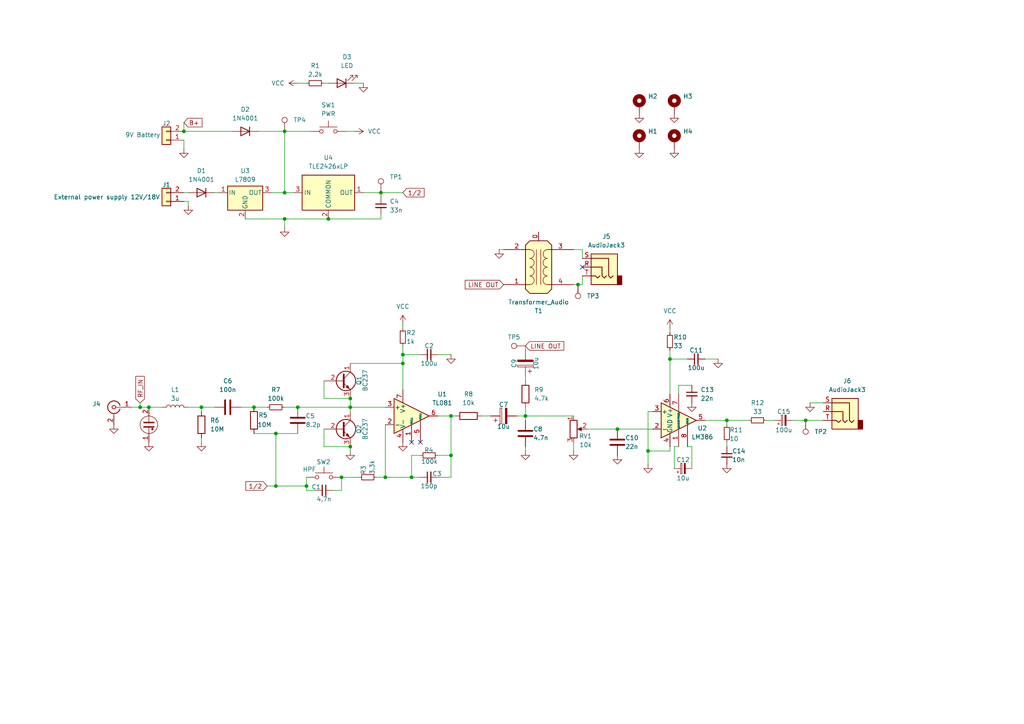
<source format=kicad_sch>
(kicad_sch
	(version 20250114)
	(generator "eeschema")
	(generator_version "9.0")
	(uuid "798e3580-fabd-4e50-abcd-5864036f93db")
	(paper "A4")
	(lib_symbols
		(symbol "Amplifier_Audio:LM386"
			(pin_names
				(offset 0.127)
			)
			(exclude_from_sim no)
			(in_bom yes)
			(on_board yes)
			(property "Reference" "U"
				(at 1.27 7.62 0)
				(effects
					(font
						(size 1.27 1.27)
					)
					(justify left)
				)
			)
			(property "Value" "LM386"
				(at 1.27 5.08 0)
				(effects
					(font
						(size 1.27 1.27)
					)
					(justify left)
				)
			)
			(property "Footprint" ""
				(at 2.54 2.54 0)
				(effects
					(font
						(size 1.27 1.27)
					)
					(hide yes)
				)
			)
			(property "Datasheet" "http://www.ti.com/lit/ds/symlink/lm386.pdf"
				(at 5.08 5.08 0)
				(effects
					(font
						(size 1.27 1.27)
					)
					(hide yes)
				)
			)
			(property "Description" "Low Voltage Audio Power Amplifier, DIP-8/SOIC-8/SSOP-8"
				(at 0 0 0)
				(effects
					(font
						(size 1.27 1.27)
					)
					(hide yes)
				)
			)
			(property "ki_keywords" "single Power opamp"
				(at 0 0 0)
				(effects
					(font
						(size 1.27 1.27)
					)
					(hide yes)
				)
			)
			(property "ki_fp_filters" "SOIC*3.9x4.9mm*P1.27mm* DIP*W7.62mm* MSSOP*P0.65mm* TSSOP*3x3mm*P0.5mm*"
				(at 0 0 0)
				(effects
					(font
						(size 1.27 1.27)
					)
					(hide yes)
				)
			)
			(symbol "LM386_0_1"
				(polyline
					(pts
						(xy 5.08 0) (xy -5.08 5.08) (xy -5.08 -5.08) (xy 5.08 0)
					)
					(stroke
						(width 0.254)
						(type default)
					)
					(fill
						(type background)
					)
				)
			)
			(symbol "LM386_1_1"
				(pin input line
					(at -7.62 2.54 0)
					(length 2.54)
					(name "+"
						(effects
							(font
								(size 1.27 1.27)
							)
						)
					)
					(number "3"
						(effects
							(font
								(size 1.27 1.27)
							)
						)
					)
				)
				(pin input line
					(at -7.62 -2.54 0)
					(length 2.54)
					(name "-"
						(effects
							(font
								(size 1.27 1.27)
							)
						)
					)
					(number "2"
						(effects
							(font
								(size 1.27 1.27)
							)
						)
					)
				)
				(pin power_in line
					(at -2.54 7.62 270)
					(length 3.81)
					(name "V+"
						(effects
							(font
								(size 1.27 1.27)
							)
						)
					)
					(number "6"
						(effects
							(font
								(size 1.27 1.27)
							)
						)
					)
				)
				(pin power_in line
					(at -2.54 -7.62 90)
					(length 3.81)
					(name "GND"
						(effects
							(font
								(size 1.27 1.27)
							)
						)
					)
					(number "4"
						(effects
							(font
								(size 1.27 1.27)
							)
						)
					)
				)
				(pin input line
					(at 0 7.62 270)
					(length 5.08)
					(name "BYPASS"
						(effects
							(font
								(size 0.508 0.508)
							)
						)
					)
					(number "7"
						(effects
							(font
								(size 1.27 1.27)
							)
						)
					)
				)
				(pin input line
					(at 0 -7.62 90)
					(length 5.08)
					(name "GAIN"
						(effects
							(font
								(size 0.508 0.508)
							)
						)
					)
					(number "1"
						(effects
							(font
								(size 1.27 1.27)
							)
						)
					)
				)
				(pin input line
					(at 2.54 -7.62 90)
					(length 6.35)
					(name "GAIN"
						(effects
							(font
								(size 0.508 0.508)
							)
						)
					)
					(number "8"
						(effects
							(font
								(size 1.27 1.27)
							)
						)
					)
				)
				(pin output line
					(at 7.62 0 180)
					(length 2.54)
					(name "~"
						(effects
							(font
								(size 1.27 1.27)
							)
						)
					)
					(number "5"
						(effects
							(font
								(size 1.27 1.27)
							)
						)
					)
				)
			)
			(embedded_fonts no)
		)
		(symbol "Amplifier_Operational:TL081"
			(pin_names
				(offset 0.127)
			)
			(exclude_from_sim no)
			(in_bom yes)
			(on_board yes)
			(property "Reference" "U"
				(at 0 6.35 0)
				(effects
					(font
						(size 1.27 1.27)
					)
					(justify left)
				)
			)
			(property "Value" "TL081"
				(at 0 3.81 0)
				(effects
					(font
						(size 1.27 1.27)
					)
					(justify left)
				)
			)
			(property "Footprint" ""
				(at 1.27 1.27 0)
				(effects
					(font
						(size 1.27 1.27)
					)
					(hide yes)
				)
			)
			(property "Datasheet" "http://www.ti.com/lit/ds/symlink/tl081.pdf"
				(at 3.81 3.81 0)
				(effects
					(font
						(size 1.27 1.27)
					)
					(hide yes)
				)
			)
			(property "Description" "Single JFET-Input Operational Amplifiers, DIP-8/SOIC-8"
				(at 0 0 0)
				(effects
					(font
						(size 1.27 1.27)
					)
					(hide yes)
				)
			)
			(property "ki_keywords" "single opamp"
				(at 0 0 0)
				(effects
					(font
						(size 1.27 1.27)
					)
					(hide yes)
				)
			)
			(property "ki_fp_filters" "SOIC*3.9x4.9mm*P1.27mm* DIP*W7.62mm* TSSOP*3x3mm*P0.65mm*"
				(at 0 0 0)
				(effects
					(font
						(size 1.27 1.27)
					)
					(hide yes)
				)
			)
			(symbol "TL081_0_1"
				(polyline
					(pts
						(xy -5.08 5.08) (xy 5.08 0) (xy -5.08 -5.08) (xy -5.08 5.08)
					)
					(stroke
						(width 0.254)
						(type default)
					)
					(fill
						(type background)
					)
				)
			)
			(symbol "TL081_1_1"
				(pin input line
					(at -7.62 2.54 0)
					(length 2.54)
					(name "+"
						(effects
							(font
								(size 1.27 1.27)
							)
						)
					)
					(number "3"
						(effects
							(font
								(size 1.27 1.27)
							)
						)
					)
				)
				(pin input line
					(at -7.62 -2.54 0)
					(length 2.54)
					(name "-"
						(effects
							(font
								(size 1.27 1.27)
							)
						)
					)
					(number "2"
						(effects
							(font
								(size 1.27 1.27)
							)
						)
					)
				)
				(pin power_in line
					(at -2.54 7.62 270)
					(length 3.81)
					(name "V+"
						(effects
							(font
								(size 1.27 1.27)
							)
						)
					)
					(number "7"
						(effects
							(font
								(size 1.27 1.27)
							)
						)
					)
				)
				(pin power_in line
					(at -2.54 -7.62 90)
					(length 3.81)
					(name "V-"
						(effects
							(font
								(size 1.27 1.27)
							)
						)
					)
					(number "4"
						(effects
							(font
								(size 1.27 1.27)
							)
						)
					)
				)
				(pin no_connect line
					(at 0 2.54 270)
					(length 2.54)
					(hide yes)
					(name "NC"
						(effects
							(font
								(size 1.27 1.27)
							)
						)
					)
					(number "8"
						(effects
							(font
								(size 1.27 1.27)
							)
						)
					)
				)
				(pin input line
					(at 0 -7.62 90)
					(length 5.08)
					(name "NULL"
						(effects
							(font
								(size 0.508 0.508)
							)
						)
					)
					(number "1"
						(effects
							(font
								(size 1.27 1.27)
							)
						)
					)
				)
				(pin input line
					(at 2.54 -7.62 90)
					(length 6.35)
					(name "NULL"
						(effects
							(font
								(size 0.508 0.508)
							)
						)
					)
					(number "5"
						(effects
							(font
								(size 1.27 1.27)
							)
						)
					)
				)
				(pin output line
					(at 7.62 0 180)
					(length 2.54)
					(name "~"
						(effects
							(font
								(size 1.27 1.27)
							)
						)
					)
					(number "6"
						(effects
							(font
								(size 1.27 1.27)
							)
						)
					)
				)
			)
			(embedded_fonts no)
		)
		(symbol "Connector:Conn_Coaxial"
			(pin_names
				(offset 1.016)
				(hide yes)
			)
			(exclude_from_sim no)
			(in_bom yes)
			(on_board yes)
			(property "Reference" "J"
				(at 0.254 3.048 0)
				(effects
					(font
						(size 1.27 1.27)
					)
				)
			)
			(property "Value" "Conn_Coaxial"
				(at 2.921 0 90)
				(effects
					(font
						(size 1.27 1.27)
					)
				)
			)
			(property "Footprint" ""
				(at 0 0 0)
				(effects
					(font
						(size 1.27 1.27)
					)
					(hide yes)
				)
			)
			(property "Datasheet" "~"
				(at 0 0 0)
				(effects
					(font
						(size 1.27 1.27)
					)
					(hide yes)
				)
			)
			(property "Description" "coaxial connector (BNC, SMA, SMB, SMC, Cinch/RCA, LEMO, ...)"
				(at 0 0 0)
				(effects
					(font
						(size 1.27 1.27)
					)
					(hide yes)
				)
			)
			(property "ki_keywords" "BNC SMA SMB SMC LEMO coaxial connector CINCH RCA MCX MMCX U.FL UMRF"
				(at 0 0 0)
				(effects
					(font
						(size 1.27 1.27)
					)
					(hide yes)
				)
			)
			(property "ki_fp_filters" "*BNC* *SMA* *SMB* *SMC* *Cinch* *LEMO* *UMRF* *MCX* *U.FL*"
				(at 0 0 0)
				(effects
					(font
						(size 1.27 1.27)
					)
					(hide yes)
				)
			)
			(symbol "Conn_Coaxial_0_1"
				(polyline
					(pts
						(xy -2.54 0) (xy -0.508 0)
					)
					(stroke
						(width 0)
						(type default)
					)
					(fill
						(type none)
					)
				)
				(arc
					(start 1.778 0)
					(mid 0.222 -1.8079)
					(end -1.778 -0.508)
					(stroke
						(width 0.254)
						(type default)
					)
					(fill
						(type none)
					)
				)
				(arc
					(start -1.778 0.508)
					(mid 0.2221 1.8084)
					(end 1.778 0)
					(stroke
						(width 0.254)
						(type default)
					)
					(fill
						(type none)
					)
				)
				(circle
					(center 0 0)
					(radius 0.508)
					(stroke
						(width 0.2032)
						(type default)
					)
					(fill
						(type none)
					)
				)
				(polyline
					(pts
						(xy 0 -2.54) (xy 0 -1.778)
					)
					(stroke
						(width 0)
						(type default)
					)
					(fill
						(type none)
					)
				)
			)
			(symbol "Conn_Coaxial_1_1"
				(pin passive line
					(at -5.08 0 0)
					(length 2.54)
					(name "In"
						(effects
							(font
								(size 1.27 1.27)
							)
						)
					)
					(number "1"
						(effects
							(font
								(size 1.27 1.27)
							)
						)
					)
				)
				(pin passive line
					(at 0 -5.08 90)
					(length 2.54)
					(name "Ext"
						(effects
							(font
								(size 1.27 1.27)
							)
						)
					)
					(number "2"
						(effects
							(font
								(size 1.27 1.27)
							)
						)
					)
				)
			)
			(embedded_fonts no)
		)
		(symbol "Connector:TestPoint"
			(pin_numbers
				(hide yes)
			)
			(pin_names
				(offset 0.762)
				(hide yes)
			)
			(exclude_from_sim no)
			(in_bom yes)
			(on_board yes)
			(property "Reference" "TP"
				(at 0 6.858 0)
				(effects
					(font
						(size 1.27 1.27)
					)
				)
			)
			(property "Value" "TestPoint"
				(at 0 5.08 0)
				(effects
					(font
						(size 1.27 1.27)
					)
				)
			)
			(property "Footprint" ""
				(at 5.08 0 0)
				(effects
					(font
						(size 1.27 1.27)
					)
					(hide yes)
				)
			)
			(property "Datasheet" "~"
				(at 5.08 0 0)
				(effects
					(font
						(size 1.27 1.27)
					)
					(hide yes)
				)
			)
			(property "Description" "test point"
				(at 0 0 0)
				(effects
					(font
						(size 1.27 1.27)
					)
					(hide yes)
				)
			)
			(property "ki_keywords" "test point tp"
				(at 0 0 0)
				(effects
					(font
						(size 1.27 1.27)
					)
					(hide yes)
				)
			)
			(property "ki_fp_filters" "Pin* Test*"
				(at 0 0 0)
				(effects
					(font
						(size 1.27 1.27)
					)
					(hide yes)
				)
			)
			(symbol "TestPoint_0_1"
				(circle
					(center 0 3.302)
					(radius 0.762)
					(stroke
						(width 0)
						(type default)
					)
					(fill
						(type none)
					)
				)
			)
			(symbol "TestPoint_1_1"
				(pin passive line
					(at 0 0 90)
					(length 2.54)
					(name "1"
						(effects
							(font
								(size 1.27 1.27)
							)
						)
					)
					(number "1"
						(effects
							(font
								(size 1.27 1.27)
							)
						)
					)
				)
			)
			(embedded_fonts no)
		)
		(symbol "Connector_Audio:AudioJack3"
			(exclude_from_sim no)
			(in_bom yes)
			(on_board yes)
			(property "Reference" "J"
				(at 0 8.89 0)
				(effects
					(font
						(size 1.27 1.27)
					)
				)
			)
			(property "Value" "AudioJack3"
				(at 0 6.35 0)
				(effects
					(font
						(size 1.27 1.27)
					)
				)
			)
			(property "Footprint" ""
				(at 0 0 0)
				(effects
					(font
						(size 1.27 1.27)
					)
					(hide yes)
				)
			)
			(property "Datasheet" "~"
				(at 0 0 0)
				(effects
					(font
						(size 1.27 1.27)
					)
					(hide yes)
				)
			)
			(property "Description" "Audio Jack, 3 Poles (Stereo / TRS)"
				(at 0 0 0)
				(effects
					(font
						(size 1.27 1.27)
					)
					(hide yes)
				)
			)
			(property "ki_keywords" "audio jack receptacle stereo headphones phones TRS connector"
				(at 0 0 0)
				(effects
					(font
						(size 1.27 1.27)
					)
					(hide yes)
				)
			)
			(property "ki_fp_filters" "Jack*"
				(at 0 0 0)
				(effects
					(font
						(size 1.27 1.27)
					)
					(hide yes)
				)
			)
			(symbol "AudioJack3_0_1"
				(rectangle
					(start -5.08 -5.08)
					(end -6.35 -2.54)
					(stroke
						(width 0.254)
						(type default)
					)
					(fill
						(type outline)
					)
				)
				(polyline
					(pts
						(xy -1.905 -2.54) (xy -1.27 -3.175) (xy -0.635 -2.54) (xy -0.635 0) (xy 2.54 0)
					)
					(stroke
						(width 0.254)
						(type default)
					)
					(fill
						(type none)
					)
				)
				(polyline
					(pts
						(xy 0 -2.54) (xy 0.635 -3.175) (xy 1.27 -2.54) (xy 2.54 -2.54)
					)
					(stroke
						(width 0.254)
						(type default)
					)
					(fill
						(type none)
					)
				)
				(rectangle
					(start 2.54 3.81)
					(end -5.08 -5.08)
					(stroke
						(width 0.254)
						(type default)
					)
					(fill
						(type background)
					)
				)
				(polyline
					(pts
						(xy 2.54 2.54) (xy -2.54 2.54) (xy -2.54 -2.54) (xy -3.175 -3.175) (xy -3.81 -2.54)
					)
					(stroke
						(width 0.254)
						(type default)
					)
					(fill
						(type none)
					)
				)
			)
			(symbol "AudioJack3_1_1"
				(pin passive line
					(at 5.08 2.54 180)
					(length 2.54)
					(name "~"
						(effects
							(font
								(size 1.27 1.27)
							)
						)
					)
					(number "S"
						(effects
							(font
								(size 1.27 1.27)
							)
						)
					)
				)
				(pin passive line
					(at 5.08 0 180)
					(length 2.54)
					(name "~"
						(effects
							(font
								(size 1.27 1.27)
							)
						)
					)
					(number "R"
						(effects
							(font
								(size 1.27 1.27)
							)
						)
					)
				)
				(pin passive line
					(at 5.08 -2.54 180)
					(length 2.54)
					(name "~"
						(effects
							(font
								(size 1.27 1.27)
							)
						)
					)
					(number "T"
						(effects
							(font
								(size 1.27 1.27)
							)
						)
					)
				)
			)
			(embedded_fonts no)
		)
		(symbol "Connector_Generic:Conn_01x02"
			(pin_names
				(offset 1.016)
				(hide yes)
			)
			(exclude_from_sim no)
			(in_bom yes)
			(on_board yes)
			(property "Reference" "J"
				(at 0 2.54 0)
				(effects
					(font
						(size 1.27 1.27)
					)
				)
			)
			(property "Value" "Conn_01x02"
				(at 0 -5.08 0)
				(effects
					(font
						(size 1.27 1.27)
					)
				)
			)
			(property "Footprint" ""
				(at 0 0 0)
				(effects
					(font
						(size 1.27 1.27)
					)
					(hide yes)
				)
			)
			(property "Datasheet" "~"
				(at 0 0 0)
				(effects
					(font
						(size 1.27 1.27)
					)
					(hide yes)
				)
			)
			(property "Description" "Generic connector, single row, 01x02, script generated (kicad-library-utils/schlib/autogen/connector/)"
				(at 0 0 0)
				(effects
					(font
						(size 1.27 1.27)
					)
					(hide yes)
				)
			)
			(property "ki_keywords" "connector"
				(at 0 0 0)
				(effects
					(font
						(size 1.27 1.27)
					)
					(hide yes)
				)
			)
			(property "ki_fp_filters" "Connector*:*_1x??_*"
				(at 0 0 0)
				(effects
					(font
						(size 1.27 1.27)
					)
					(hide yes)
				)
			)
			(symbol "Conn_01x02_1_1"
				(rectangle
					(start -1.27 1.27)
					(end 1.27 -3.81)
					(stroke
						(width 0.254)
						(type default)
					)
					(fill
						(type background)
					)
				)
				(rectangle
					(start -1.27 0.127)
					(end 0 -0.127)
					(stroke
						(width 0.1524)
						(type default)
					)
					(fill
						(type none)
					)
				)
				(rectangle
					(start -1.27 -2.413)
					(end 0 -2.667)
					(stroke
						(width 0.1524)
						(type default)
					)
					(fill
						(type none)
					)
				)
				(pin passive line
					(at -5.08 0 0)
					(length 3.81)
					(name "Pin_1"
						(effects
							(font
								(size 1.27 1.27)
							)
						)
					)
					(number "1"
						(effects
							(font
								(size 1.27 1.27)
							)
						)
					)
				)
				(pin passive line
					(at -5.08 -2.54 0)
					(length 3.81)
					(name "Pin_2"
						(effects
							(font
								(size 1.27 1.27)
							)
						)
					)
					(number "2"
						(effects
							(font
								(size 1.27 1.27)
							)
						)
					)
				)
			)
			(embedded_fonts no)
		)
		(symbol "Device:C"
			(pin_numbers
				(hide yes)
			)
			(pin_names
				(offset 0.254)
			)
			(exclude_from_sim no)
			(in_bom yes)
			(on_board yes)
			(property "Reference" "C"
				(at 0.635 2.54 0)
				(effects
					(font
						(size 1.27 1.27)
					)
					(justify left)
				)
			)
			(property "Value" "C"
				(at 0.635 -2.54 0)
				(effects
					(font
						(size 1.27 1.27)
					)
					(justify left)
				)
			)
			(property "Footprint" ""
				(at 0.9652 -3.81 0)
				(effects
					(font
						(size 1.27 1.27)
					)
					(hide yes)
				)
			)
			(property "Datasheet" "~"
				(at 0 0 0)
				(effects
					(font
						(size 1.27 1.27)
					)
					(hide yes)
				)
			)
			(property "Description" "Unpolarized capacitor"
				(at 0 0 0)
				(effects
					(font
						(size 1.27 1.27)
					)
					(hide yes)
				)
			)
			(property "ki_keywords" "cap capacitor"
				(at 0 0 0)
				(effects
					(font
						(size 1.27 1.27)
					)
					(hide yes)
				)
			)
			(property "ki_fp_filters" "C_*"
				(at 0 0 0)
				(effects
					(font
						(size 1.27 1.27)
					)
					(hide yes)
				)
			)
			(symbol "C_0_1"
				(polyline
					(pts
						(xy -2.032 0.762) (xy 2.032 0.762)
					)
					(stroke
						(width 0.508)
						(type default)
					)
					(fill
						(type none)
					)
				)
				(polyline
					(pts
						(xy -2.032 -0.762) (xy 2.032 -0.762)
					)
					(stroke
						(width 0.508)
						(type default)
					)
					(fill
						(type none)
					)
				)
			)
			(symbol "C_1_1"
				(pin passive line
					(at 0 3.81 270)
					(length 2.794)
					(name "~"
						(effects
							(font
								(size 1.27 1.27)
							)
						)
					)
					(number "1"
						(effects
							(font
								(size 1.27 1.27)
							)
						)
					)
				)
				(pin passive line
					(at 0 -3.81 90)
					(length 2.794)
					(name "~"
						(effects
							(font
								(size 1.27 1.27)
							)
						)
					)
					(number "2"
						(effects
							(font
								(size 1.27 1.27)
							)
						)
					)
				)
			)
			(embedded_fonts no)
		)
		(symbol "Device:C_Polarized"
			(pin_numbers
				(hide yes)
			)
			(pin_names
				(offset 0.254)
			)
			(exclude_from_sim no)
			(in_bom yes)
			(on_board yes)
			(property "Reference" "C"
				(at 0.635 2.54 0)
				(effects
					(font
						(size 1.27 1.27)
					)
					(justify left)
				)
			)
			(property "Value" "C_Polarized"
				(at 0.635 -2.54 0)
				(effects
					(font
						(size 1.27 1.27)
					)
					(justify left)
				)
			)
			(property "Footprint" ""
				(at 0.9652 -3.81 0)
				(effects
					(font
						(size 1.27 1.27)
					)
					(hide yes)
				)
			)
			(property "Datasheet" "~"
				(at 0 0 0)
				(effects
					(font
						(size 1.27 1.27)
					)
					(hide yes)
				)
			)
			(property "Description" "Polarized capacitor"
				(at 0 0 0)
				(effects
					(font
						(size 1.27 1.27)
					)
					(hide yes)
				)
			)
			(property "ki_keywords" "cap capacitor"
				(at 0 0 0)
				(effects
					(font
						(size 1.27 1.27)
					)
					(hide yes)
				)
			)
			(property "ki_fp_filters" "CP_*"
				(at 0 0 0)
				(effects
					(font
						(size 1.27 1.27)
					)
					(hide yes)
				)
			)
			(symbol "C_Polarized_0_1"
				(rectangle
					(start -2.286 0.508)
					(end 2.286 1.016)
					(stroke
						(width 0)
						(type default)
					)
					(fill
						(type none)
					)
				)
				(polyline
					(pts
						(xy -1.778 2.286) (xy -0.762 2.286)
					)
					(stroke
						(width 0)
						(type default)
					)
					(fill
						(type none)
					)
				)
				(polyline
					(pts
						(xy -1.27 2.794) (xy -1.27 1.778)
					)
					(stroke
						(width 0)
						(type default)
					)
					(fill
						(type none)
					)
				)
				(rectangle
					(start 2.286 -0.508)
					(end -2.286 -1.016)
					(stroke
						(width 0)
						(type default)
					)
					(fill
						(type outline)
					)
				)
			)
			(symbol "C_Polarized_1_1"
				(pin passive line
					(at 0 3.81 270)
					(length 2.794)
					(name "~"
						(effects
							(font
								(size 1.27 1.27)
							)
						)
					)
					(number "1"
						(effects
							(font
								(size 1.27 1.27)
							)
						)
					)
				)
				(pin passive line
					(at 0 -3.81 90)
					(length 2.794)
					(name "~"
						(effects
							(font
								(size 1.27 1.27)
							)
						)
					)
					(number "2"
						(effects
							(font
								(size 1.27 1.27)
							)
						)
					)
				)
			)
			(embedded_fonts no)
		)
		(symbol "Device:C_Polarized_Small"
			(pin_numbers
				(hide yes)
			)
			(pin_names
				(offset 0.254)
				(hide yes)
			)
			(exclude_from_sim no)
			(in_bom yes)
			(on_board yes)
			(property "Reference" "C"
				(at 0.254 1.778 0)
				(effects
					(font
						(size 1.27 1.27)
					)
					(justify left)
				)
			)
			(property "Value" "C_Polarized_Small"
				(at 0.254 -2.032 0)
				(effects
					(font
						(size 1.27 1.27)
					)
					(justify left)
				)
			)
			(property "Footprint" ""
				(at 0 0 0)
				(effects
					(font
						(size 1.27 1.27)
					)
					(hide yes)
				)
			)
			(property "Datasheet" "~"
				(at 0 0 0)
				(effects
					(font
						(size 1.27 1.27)
					)
					(hide yes)
				)
			)
			(property "Description" "Polarized capacitor, small symbol"
				(at 0 0 0)
				(effects
					(font
						(size 1.27 1.27)
					)
					(hide yes)
				)
			)
			(property "ki_keywords" "cap capacitor"
				(at 0 0 0)
				(effects
					(font
						(size 1.27 1.27)
					)
					(hide yes)
				)
			)
			(property "ki_fp_filters" "CP_*"
				(at 0 0 0)
				(effects
					(font
						(size 1.27 1.27)
					)
					(hide yes)
				)
			)
			(symbol "C_Polarized_Small_0_1"
				(rectangle
					(start -1.524 0.6858)
					(end 1.524 0.3048)
					(stroke
						(width 0)
						(type default)
					)
					(fill
						(type none)
					)
				)
				(rectangle
					(start -1.524 -0.3048)
					(end 1.524 -0.6858)
					(stroke
						(width 0)
						(type default)
					)
					(fill
						(type outline)
					)
				)
				(polyline
					(pts
						(xy -1.27 1.524) (xy -0.762 1.524)
					)
					(stroke
						(width 0)
						(type default)
					)
					(fill
						(type none)
					)
				)
				(polyline
					(pts
						(xy -1.016 1.27) (xy -1.016 1.778)
					)
					(stroke
						(width 0)
						(type default)
					)
					(fill
						(type none)
					)
				)
			)
			(symbol "C_Polarized_Small_1_1"
				(pin passive line
					(at 0 2.54 270)
					(length 1.8542)
					(name "~"
						(effects
							(font
								(size 1.27 1.27)
							)
						)
					)
					(number "1"
						(effects
							(font
								(size 1.27 1.27)
							)
						)
					)
				)
				(pin passive line
					(at 0 -2.54 90)
					(length 1.8542)
					(name "~"
						(effects
							(font
								(size 1.27 1.27)
							)
						)
					)
					(number "2"
						(effects
							(font
								(size 1.27 1.27)
							)
						)
					)
				)
			)
			(embedded_fonts no)
		)
		(symbol "Device:C_Small"
			(pin_numbers
				(hide yes)
			)
			(pin_names
				(offset 0.254)
				(hide yes)
			)
			(exclude_from_sim no)
			(in_bom yes)
			(on_board yes)
			(property "Reference" "C"
				(at 0.254 1.778 0)
				(effects
					(font
						(size 1.27 1.27)
					)
					(justify left)
				)
			)
			(property "Value" "C_Small"
				(at 0.254 -2.032 0)
				(effects
					(font
						(size 1.27 1.27)
					)
					(justify left)
				)
			)
			(property "Footprint" ""
				(at 0 0 0)
				(effects
					(font
						(size 1.27 1.27)
					)
					(hide yes)
				)
			)
			(property "Datasheet" "~"
				(at 0 0 0)
				(effects
					(font
						(size 1.27 1.27)
					)
					(hide yes)
				)
			)
			(property "Description" "Unpolarized capacitor, small symbol"
				(at 0 0 0)
				(effects
					(font
						(size 1.27 1.27)
					)
					(hide yes)
				)
			)
			(property "ki_keywords" "capacitor cap"
				(at 0 0 0)
				(effects
					(font
						(size 1.27 1.27)
					)
					(hide yes)
				)
			)
			(property "ki_fp_filters" "C_*"
				(at 0 0 0)
				(effects
					(font
						(size 1.27 1.27)
					)
					(hide yes)
				)
			)
			(symbol "C_Small_0_1"
				(polyline
					(pts
						(xy -1.524 0.508) (xy 1.524 0.508)
					)
					(stroke
						(width 0.3048)
						(type default)
					)
					(fill
						(type none)
					)
				)
				(polyline
					(pts
						(xy -1.524 -0.508) (xy 1.524 -0.508)
					)
					(stroke
						(width 0.3302)
						(type default)
					)
					(fill
						(type none)
					)
				)
			)
			(symbol "C_Small_1_1"
				(pin passive line
					(at 0 2.54 270)
					(length 2.032)
					(name "~"
						(effects
							(font
								(size 1.27 1.27)
							)
						)
					)
					(number "1"
						(effects
							(font
								(size 1.27 1.27)
							)
						)
					)
				)
				(pin passive line
					(at 0 -2.54 90)
					(length 2.032)
					(name "~"
						(effects
							(font
								(size 1.27 1.27)
							)
						)
					)
					(number "2"
						(effects
							(font
								(size 1.27 1.27)
							)
						)
					)
				)
			)
			(embedded_fonts no)
		)
		(symbol "Device:L"
			(pin_numbers
				(hide yes)
			)
			(pin_names
				(offset 1.016)
				(hide yes)
			)
			(exclude_from_sim no)
			(in_bom yes)
			(on_board yes)
			(property "Reference" "L"
				(at -1.27 0 90)
				(effects
					(font
						(size 1.27 1.27)
					)
				)
			)
			(property "Value" "L"
				(at 1.905 0 90)
				(effects
					(font
						(size 1.27 1.27)
					)
				)
			)
			(property "Footprint" ""
				(at 0 0 0)
				(effects
					(font
						(size 1.27 1.27)
					)
					(hide yes)
				)
			)
			(property "Datasheet" "~"
				(at 0 0 0)
				(effects
					(font
						(size 1.27 1.27)
					)
					(hide yes)
				)
			)
			(property "Description" "Inductor"
				(at 0 0 0)
				(effects
					(font
						(size 1.27 1.27)
					)
					(hide yes)
				)
			)
			(property "ki_keywords" "inductor choke coil reactor magnetic"
				(at 0 0 0)
				(effects
					(font
						(size 1.27 1.27)
					)
					(hide yes)
				)
			)
			(property "ki_fp_filters" "Choke_* *Coil* Inductor_* L_*"
				(at 0 0 0)
				(effects
					(font
						(size 1.27 1.27)
					)
					(hide yes)
				)
			)
			(symbol "L_0_1"
				(arc
					(start 0 2.54)
					(mid 0.6323 1.905)
					(end 0 1.27)
					(stroke
						(width 0)
						(type default)
					)
					(fill
						(type none)
					)
				)
				(arc
					(start 0 1.27)
					(mid 0.6323 0.635)
					(end 0 0)
					(stroke
						(width 0)
						(type default)
					)
					(fill
						(type none)
					)
				)
				(arc
					(start 0 0)
					(mid 0.6323 -0.635)
					(end 0 -1.27)
					(stroke
						(width 0)
						(type default)
					)
					(fill
						(type none)
					)
				)
				(arc
					(start 0 -1.27)
					(mid 0.6323 -1.905)
					(end 0 -2.54)
					(stroke
						(width 0)
						(type default)
					)
					(fill
						(type none)
					)
				)
			)
			(symbol "L_1_1"
				(pin passive line
					(at 0 3.81 270)
					(length 1.27)
					(name "1"
						(effects
							(font
								(size 1.27 1.27)
							)
						)
					)
					(number "1"
						(effects
							(font
								(size 1.27 1.27)
							)
						)
					)
				)
				(pin passive line
					(at 0 -3.81 90)
					(length 1.27)
					(name "2"
						(effects
							(font
								(size 1.27 1.27)
							)
						)
					)
					(number "2"
						(effects
							(font
								(size 1.27 1.27)
							)
						)
					)
				)
			)
			(embedded_fonts no)
		)
		(symbol "Device:LED"
			(pin_numbers
				(hide yes)
			)
			(pin_names
				(offset 1.016)
				(hide yes)
			)
			(exclude_from_sim no)
			(in_bom yes)
			(on_board yes)
			(property "Reference" "D"
				(at 0 2.54 0)
				(effects
					(font
						(size 1.27 1.27)
					)
				)
			)
			(property "Value" "LED"
				(at 0 -2.54 0)
				(effects
					(font
						(size 1.27 1.27)
					)
				)
			)
			(property "Footprint" ""
				(at 0 0 0)
				(effects
					(font
						(size 1.27 1.27)
					)
					(hide yes)
				)
			)
			(property "Datasheet" "~"
				(at 0 0 0)
				(effects
					(font
						(size 1.27 1.27)
					)
					(hide yes)
				)
			)
			(property "Description" "Light emitting diode"
				(at 0 0 0)
				(effects
					(font
						(size 1.27 1.27)
					)
					(hide yes)
				)
			)
			(property "ki_keywords" "LED diode"
				(at 0 0 0)
				(effects
					(font
						(size 1.27 1.27)
					)
					(hide yes)
				)
			)
			(property "ki_fp_filters" "LED* LED_SMD:* LED_THT:*"
				(at 0 0 0)
				(effects
					(font
						(size 1.27 1.27)
					)
					(hide yes)
				)
			)
			(symbol "LED_0_1"
				(polyline
					(pts
						(xy -3.048 -0.762) (xy -4.572 -2.286) (xy -3.81 -2.286) (xy -4.572 -2.286) (xy -4.572 -1.524)
					)
					(stroke
						(width 0)
						(type default)
					)
					(fill
						(type none)
					)
				)
				(polyline
					(pts
						(xy -1.778 -0.762) (xy -3.302 -2.286) (xy -2.54 -2.286) (xy -3.302 -2.286) (xy -3.302 -1.524)
					)
					(stroke
						(width 0)
						(type default)
					)
					(fill
						(type none)
					)
				)
				(polyline
					(pts
						(xy -1.27 0) (xy 1.27 0)
					)
					(stroke
						(width 0)
						(type default)
					)
					(fill
						(type none)
					)
				)
				(polyline
					(pts
						(xy -1.27 -1.27) (xy -1.27 1.27)
					)
					(stroke
						(width 0.254)
						(type default)
					)
					(fill
						(type none)
					)
				)
				(polyline
					(pts
						(xy 1.27 -1.27) (xy 1.27 1.27) (xy -1.27 0) (xy 1.27 -1.27)
					)
					(stroke
						(width 0.254)
						(type default)
					)
					(fill
						(type none)
					)
				)
			)
			(symbol "LED_1_1"
				(pin passive line
					(at -3.81 0 0)
					(length 2.54)
					(name "K"
						(effects
							(font
								(size 1.27 1.27)
							)
						)
					)
					(number "1"
						(effects
							(font
								(size 1.27 1.27)
							)
						)
					)
				)
				(pin passive line
					(at 3.81 0 180)
					(length 2.54)
					(name "A"
						(effects
							(font
								(size 1.27 1.27)
							)
						)
					)
					(number "2"
						(effects
							(font
								(size 1.27 1.27)
							)
						)
					)
				)
			)
			(embedded_fonts no)
		)
		(symbol "Device:Lamp_Neon"
			(pin_names
				(offset 0.0254)
				(hide yes)
			)
			(exclude_from_sim no)
			(in_bom yes)
			(on_board yes)
			(property "Reference" "NE"
				(at 0.635 3.81 0)
				(effects
					(font
						(size 1.27 1.27)
					)
					(justify left)
				)
			)
			(property "Value" "Lamp_Neon"
				(at 0.635 -3.81 0)
				(effects
					(font
						(size 1.27 1.27)
					)
					(justify left)
				)
			)
			(property "Footprint" ""
				(at 0 2.54 90)
				(effects
					(font
						(size 1.27 1.27)
					)
					(hide yes)
				)
			)
			(property "Datasheet" "~"
				(at 0 2.54 90)
				(effects
					(font
						(size 1.27 1.27)
					)
					(hide yes)
				)
			)
			(property "Description" "Neon lamp"
				(at 0 0 0)
				(effects
					(font
						(size 1.27 1.27)
					)
					(hide yes)
				)
			)
			(property "ki_keywords" "neon lamp"
				(at 0 0 0)
				(effects
					(font
						(size 1.27 1.27)
					)
					(hide yes)
				)
			)
			(symbol "Lamp_Neon_0_1"
				(rectangle
					(start -1.524 0.762)
					(end 1.524 0.508)
					(stroke
						(width 0)
						(type default)
					)
					(fill
						(type outline)
					)
				)
				(rectangle
					(start -1.524 -0.508)
					(end 1.524 -0.762)
					(stroke
						(width 0)
						(type default)
					)
					(fill
						(type outline)
					)
				)
				(polyline
					(pts
						(xy 0 0.762) (xy 0 2.54)
					)
					(stroke
						(width 0)
						(type default)
					)
					(fill
						(type none)
					)
				)
				(circle
					(center 0 0)
					(radius 2.54)
					(stroke
						(width 0)
						(type default)
					)
					(fill
						(type none)
					)
				)
				(polyline
					(pts
						(xy 0 -2.54) (xy 0 -0.762)
					)
					(stroke
						(width 0)
						(type default)
					)
					(fill
						(type none)
					)
				)
				(circle
					(center 1.016 -1.27)
					(radius 0.254)
					(stroke
						(width 0)
						(type default)
					)
					(fill
						(type outline)
					)
				)
			)
			(symbol "Lamp_Neon_1_1"
				(pin passive line
					(at 0 5.08 270)
					(length 2.54)
					(name "~"
						(effects
							(font
								(size 1.27 1.27)
							)
						)
					)
					(number "2"
						(effects
							(font
								(size 1.27 1.27)
							)
						)
					)
				)
				(pin passive line
					(at 0 -5.08 90)
					(length 2.54)
					(name "~"
						(effects
							(font
								(size 1.27 1.27)
							)
						)
					)
					(number "1"
						(effects
							(font
								(size 1.27 1.27)
							)
						)
					)
				)
			)
			(embedded_fonts no)
		)
		(symbol "Device:R"
			(pin_numbers
				(hide yes)
			)
			(pin_names
				(offset 0)
			)
			(exclude_from_sim no)
			(in_bom yes)
			(on_board yes)
			(property "Reference" "R"
				(at 2.032 0 90)
				(effects
					(font
						(size 1.27 1.27)
					)
				)
			)
			(property "Value" "R"
				(at 0 0 90)
				(effects
					(font
						(size 1.27 1.27)
					)
				)
			)
			(property "Footprint" ""
				(at -1.778 0 90)
				(effects
					(font
						(size 1.27 1.27)
					)
					(hide yes)
				)
			)
			(property "Datasheet" "~"
				(at 0 0 0)
				(effects
					(font
						(size 1.27 1.27)
					)
					(hide yes)
				)
			)
			(property "Description" "Resistor"
				(at 0 0 0)
				(effects
					(font
						(size 1.27 1.27)
					)
					(hide yes)
				)
			)
			(property "ki_keywords" "R res resistor"
				(at 0 0 0)
				(effects
					(font
						(size 1.27 1.27)
					)
					(hide yes)
				)
			)
			(property "ki_fp_filters" "R_*"
				(at 0 0 0)
				(effects
					(font
						(size 1.27 1.27)
					)
					(hide yes)
				)
			)
			(symbol "R_0_1"
				(rectangle
					(start -1.016 -2.54)
					(end 1.016 2.54)
					(stroke
						(width 0.254)
						(type default)
					)
					(fill
						(type none)
					)
				)
			)
			(symbol "R_1_1"
				(pin passive line
					(at 0 3.81 270)
					(length 1.27)
					(name "~"
						(effects
							(font
								(size 1.27 1.27)
							)
						)
					)
					(number "1"
						(effects
							(font
								(size 1.27 1.27)
							)
						)
					)
				)
				(pin passive line
					(at 0 -3.81 90)
					(length 1.27)
					(name "~"
						(effects
							(font
								(size 1.27 1.27)
							)
						)
					)
					(number "2"
						(effects
							(font
								(size 1.27 1.27)
							)
						)
					)
				)
			)
			(embedded_fonts no)
		)
		(symbol "Device:R_Potentiometer"
			(pin_names
				(offset 1.016)
				(hide yes)
			)
			(exclude_from_sim no)
			(in_bom yes)
			(on_board yes)
			(property "Reference" "RV"
				(at -4.445 0 90)
				(effects
					(font
						(size 1.27 1.27)
					)
				)
			)
			(property "Value" "R_Potentiometer"
				(at -2.54 0 90)
				(effects
					(font
						(size 1.27 1.27)
					)
				)
			)
			(property "Footprint" ""
				(at 0 0 0)
				(effects
					(font
						(size 1.27 1.27)
					)
					(hide yes)
				)
			)
			(property "Datasheet" "~"
				(at 0 0 0)
				(effects
					(font
						(size 1.27 1.27)
					)
					(hide yes)
				)
			)
			(property "Description" "Potentiometer"
				(at 0 0 0)
				(effects
					(font
						(size 1.27 1.27)
					)
					(hide yes)
				)
			)
			(property "ki_keywords" "resistor variable"
				(at 0 0 0)
				(effects
					(font
						(size 1.27 1.27)
					)
					(hide yes)
				)
			)
			(property "ki_fp_filters" "Potentiometer*"
				(at 0 0 0)
				(effects
					(font
						(size 1.27 1.27)
					)
					(hide yes)
				)
			)
			(symbol "R_Potentiometer_0_1"
				(rectangle
					(start 1.016 2.54)
					(end -1.016 -2.54)
					(stroke
						(width 0.254)
						(type default)
					)
					(fill
						(type none)
					)
				)
				(polyline
					(pts
						(xy 1.143 0) (xy 2.286 0.508) (xy 2.286 -0.508) (xy 1.143 0)
					)
					(stroke
						(width 0)
						(type default)
					)
					(fill
						(type outline)
					)
				)
				(polyline
					(pts
						(xy 2.54 0) (xy 1.524 0)
					)
					(stroke
						(width 0)
						(type default)
					)
					(fill
						(type none)
					)
				)
			)
			(symbol "R_Potentiometer_1_1"
				(pin passive line
					(at 0 3.81 270)
					(length 1.27)
					(name "1"
						(effects
							(font
								(size 1.27 1.27)
							)
						)
					)
					(number "1"
						(effects
							(font
								(size 1.27 1.27)
							)
						)
					)
				)
				(pin passive line
					(at 0 -3.81 90)
					(length 1.27)
					(name "3"
						(effects
							(font
								(size 1.27 1.27)
							)
						)
					)
					(number "3"
						(effects
							(font
								(size 1.27 1.27)
							)
						)
					)
				)
				(pin passive line
					(at 3.81 0 180)
					(length 1.27)
					(name "2"
						(effects
							(font
								(size 1.27 1.27)
							)
						)
					)
					(number "2"
						(effects
							(font
								(size 1.27 1.27)
							)
						)
					)
				)
			)
			(embedded_fonts no)
		)
		(symbol "Device:R_Small"
			(pin_numbers
				(hide yes)
			)
			(pin_names
				(offset 0.254)
				(hide yes)
			)
			(exclude_from_sim no)
			(in_bom yes)
			(on_board yes)
			(property "Reference" "R"
				(at 0.762 0.508 0)
				(effects
					(font
						(size 1.27 1.27)
					)
					(justify left)
				)
			)
			(property "Value" "R_Small"
				(at 0.762 -1.016 0)
				(effects
					(font
						(size 1.27 1.27)
					)
					(justify left)
				)
			)
			(property "Footprint" ""
				(at 0 0 0)
				(effects
					(font
						(size 1.27 1.27)
					)
					(hide yes)
				)
			)
			(property "Datasheet" "~"
				(at 0 0 0)
				(effects
					(font
						(size 1.27 1.27)
					)
					(hide yes)
				)
			)
			(property "Description" "Resistor, small symbol"
				(at 0 0 0)
				(effects
					(font
						(size 1.27 1.27)
					)
					(hide yes)
				)
			)
			(property "ki_keywords" "R resistor"
				(at 0 0 0)
				(effects
					(font
						(size 1.27 1.27)
					)
					(hide yes)
				)
			)
			(property "ki_fp_filters" "R_*"
				(at 0 0 0)
				(effects
					(font
						(size 1.27 1.27)
					)
					(hide yes)
				)
			)
			(symbol "R_Small_0_1"
				(rectangle
					(start -0.762 1.778)
					(end 0.762 -1.778)
					(stroke
						(width 0.2032)
						(type default)
					)
					(fill
						(type none)
					)
				)
			)
			(symbol "R_Small_1_1"
				(pin passive line
					(at 0 2.54 270)
					(length 0.762)
					(name "~"
						(effects
							(font
								(size 1.27 1.27)
							)
						)
					)
					(number "1"
						(effects
							(font
								(size 1.27 1.27)
							)
						)
					)
				)
				(pin passive line
					(at 0 -2.54 90)
					(length 0.762)
					(name "~"
						(effects
							(font
								(size 1.27 1.27)
							)
						)
					)
					(number "2"
						(effects
							(font
								(size 1.27 1.27)
							)
						)
					)
				)
			)
			(embedded_fonts no)
		)
		(symbol "Device:Transformer_Audio"
			(pin_names
				(offset 1.016)
				(hide yes)
			)
			(exclude_from_sim no)
			(in_bom yes)
			(on_board yes)
			(property "Reference" "T"
				(at 0 11.684 0)
				(effects
					(font
						(size 1.27 1.27)
					)
				)
			)
			(property "Value" "Transformer_Audio"
				(at 0.254 9.398 0)
				(effects
					(font
						(size 1.27 1.27)
					)
				)
			)
			(property "Footprint" ""
				(at 0 0 0)
				(effects
					(font
						(size 1.27 1.27)
					)
					(hide yes)
				)
			)
			(property "Datasheet" "~"
				(at 0 0 0)
				(effects
					(font
						(size 1.27 1.27)
					)
					(hide yes)
				)
			)
			(property "Description" "Audio transformer"
				(at 0 0 0)
				(effects
					(font
						(size 1.27 1.27)
					)
					(hide yes)
				)
			)
			(property "ki_keywords" "transformer coil magnet sound"
				(at 0 0 0)
				(effects
					(font
						(size 1.27 1.27)
					)
					(hide yes)
				)
			)
			(symbol "Transformer_Audio_0_1"
				(polyline
					(pts
						(xy -3.81 6.35) (xy -2.54 7.62) (xy 2.54 7.62) (xy 3.81 6.35) (xy 3.81 -6.35) (xy 2.54 -7.62)
						(xy -2.54 -7.62) (xy -3.81 -6.35) (xy -3.81 6.35)
					)
					(stroke
						(width 0.254)
						(type default)
					)
					(fill
						(type background)
					)
				)
				(arc
					(start -1.27 3.81)
					(mid -1.656 2.9336)
					(end -2.54 2.5654)
					(stroke
						(width 0)
						(type default)
					)
					(fill
						(type none)
					)
				)
				(arc
					(start -1.27 1.27)
					(mid -1.656 0.3936)
					(end -2.54 0.0254)
					(stroke
						(width 0)
						(type default)
					)
					(fill
						(type none)
					)
				)
				(arc
					(start -1.27 -1.27)
					(mid -1.656 -2.1464)
					(end -2.54 -2.5146)
					(stroke
						(width 0)
						(type default)
					)
					(fill
						(type none)
					)
				)
				(arc
					(start -1.27 -3.81)
					(mid -1.656 -4.6864)
					(end -2.54 -5.0546)
					(stroke
						(width 0)
						(type default)
					)
					(fill
						(type none)
					)
				)
				(arc
					(start -2.54 5.08)
					(mid -1.642 4.708)
					(end -1.27 3.81)
					(stroke
						(width 0)
						(type default)
					)
					(fill
						(type none)
					)
				)
				(arc
					(start -2.54 2.54)
					(mid -1.642 2.168)
					(end -1.27 1.27)
					(stroke
						(width 0)
						(type default)
					)
					(fill
						(type none)
					)
				)
				(arc
					(start -2.54 0)
					(mid -1.642 -0.372)
					(end -1.27 -1.27)
					(stroke
						(width 0)
						(type default)
					)
					(fill
						(type none)
					)
				)
				(arc
					(start -2.54 -2.54)
					(mid -1.642 -2.912)
					(end -1.27 -3.81)
					(stroke
						(width 0)
						(type default)
					)
					(fill
						(type none)
					)
				)
				(polyline
					(pts
						(xy -0.635 5.08) (xy -0.635 -5.08)
					)
					(stroke
						(width 0)
						(type default)
					)
					(fill
						(type none)
					)
				)
				(polyline
					(pts
						(xy 0.635 -5.08) (xy 0.635 5.08)
					)
					(stroke
						(width 0)
						(type default)
					)
					(fill
						(type none)
					)
				)
				(arc
					(start 1.2954 3.81)
					(mid 1.6457 4.7117)
					(end 2.54 5.08)
					(stroke
						(width 0)
						(type default)
					)
					(fill
						(type none)
					)
				)
				(arc
					(start 1.2954 1.27)
					(mid 1.6457 2.1717)
					(end 2.54 2.54)
					(stroke
						(width 0)
						(type default)
					)
					(fill
						(type none)
					)
				)
				(arc
					(start 1.2954 -1.27)
					(mid 1.6457 -0.3683)
					(end 2.54 0)
					(stroke
						(width 0)
						(type default)
					)
					(fill
						(type none)
					)
				)
				(arc
					(start 2.54 2.5654)
					(mid 1.6599 2.9299)
					(end 1.2954 3.81)
					(stroke
						(width 0)
						(type default)
					)
					(fill
						(type none)
					)
				)
				(arc
					(start 2.54 0.0254)
					(mid 1.6599 0.3899)
					(end 1.2954 1.27)
					(stroke
						(width 0)
						(type default)
					)
					(fill
						(type none)
					)
				)
				(arc
					(start 2.54 -2.5146)
					(mid 1.6599 -2.1501)
					(end 1.2954 -1.27)
					(stroke
						(width 0)
						(type default)
					)
					(fill
						(type none)
					)
				)
				(arc
					(start 1.3208 -3.81)
					(mid 1.6711 -2.9085)
					(end 2.5654 -2.54)
					(stroke
						(width 0)
						(type default)
					)
					(fill
						(type none)
					)
				)
				(arc
					(start 2.5654 -5.0546)
					(mid 1.6851 -4.6902)
					(end 1.3208 -3.81)
					(stroke
						(width 0)
						(type default)
					)
					(fill
						(type none)
					)
				)
			)
			(symbol "Transformer_Audio_1_1"
				(pin passive line
					(at -10.16 5.08 0)
					(length 7.62)
					(name "AA"
						(effects
							(font
								(size 1.27 1.27)
							)
						)
					)
					(number "1"
						(effects
							(font
								(size 1.27 1.27)
							)
						)
					)
				)
				(pin passive line
					(at -10.16 -5.08 0)
					(length 7.62)
					(name "AB"
						(effects
							(font
								(size 1.27 1.27)
							)
						)
					)
					(number "2"
						(effects
							(font
								(size 1.27 1.27)
							)
						)
					)
				)
				(pin input line
					(at 0 -10.16 90)
					(length 2.54)
					(name "~"
						(effects
							(font
								(size 1.27 1.27)
							)
						)
					)
					(number "0"
						(effects
							(font
								(size 1.27 1.27)
							)
						)
					)
				)
				(pin passive line
					(at 10.16 5.08 180)
					(length 7.62)
					(name "SB"
						(effects
							(font
								(size 1.27 1.27)
							)
						)
					)
					(number "4"
						(effects
							(font
								(size 1.27 1.27)
							)
						)
					)
				)
				(pin passive line
					(at 10.16 -5.08 180)
					(length 7.62)
					(name "SA"
						(effects
							(font
								(size 1.27 1.27)
							)
						)
					)
					(number "3"
						(effects
							(font
								(size 1.27 1.27)
							)
						)
					)
				)
			)
			(embedded_fonts no)
		)
		(symbol "Diode:1N4001"
			(pin_numbers
				(hide yes)
			)
			(pin_names
				(hide yes)
			)
			(exclude_from_sim no)
			(in_bom yes)
			(on_board yes)
			(property "Reference" "D"
				(at 0 2.54 0)
				(effects
					(font
						(size 1.27 1.27)
					)
				)
			)
			(property "Value" "1N4001"
				(at 0 -2.54 0)
				(effects
					(font
						(size 1.27 1.27)
					)
				)
			)
			(property "Footprint" "Diode_THT:D_DO-41_SOD81_P10.16mm_Horizontal"
				(at 0 0 0)
				(effects
					(font
						(size 1.27 1.27)
					)
					(hide yes)
				)
			)
			(property "Datasheet" "http://www.vishay.com/docs/88503/1n4001.pdf"
				(at 0 0 0)
				(effects
					(font
						(size 1.27 1.27)
					)
					(hide yes)
				)
			)
			(property "Description" "50V 1A General Purpose Rectifier Diode, DO-41"
				(at 0 0 0)
				(effects
					(font
						(size 1.27 1.27)
					)
					(hide yes)
				)
			)
			(property "Sim.Device" "D"
				(at 0 0 0)
				(effects
					(font
						(size 1.27 1.27)
					)
					(hide yes)
				)
			)
			(property "Sim.Pins" "1=K 2=A"
				(at 0 0 0)
				(effects
					(font
						(size 1.27 1.27)
					)
					(hide yes)
				)
			)
			(property "ki_keywords" "diode"
				(at 0 0 0)
				(effects
					(font
						(size 1.27 1.27)
					)
					(hide yes)
				)
			)
			(property "ki_fp_filters" "D*DO?41*"
				(at 0 0 0)
				(effects
					(font
						(size 1.27 1.27)
					)
					(hide yes)
				)
			)
			(symbol "1N4001_0_1"
				(polyline
					(pts
						(xy -1.27 1.27) (xy -1.27 -1.27)
					)
					(stroke
						(width 0.254)
						(type default)
					)
					(fill
						(type none)
					)
				)
				(polyline
					(pts
						(xy 1.27 1.27) (xy 1.27 -1.27) (xy -1.27 0) (xy 1.27 1.27)
					)
					(stroke
						(width 0.254)
						(type default)
					)
					(fill
						(type none)
					)
				)
				(polyline
					(pts
						(xy 1.27 0) (xy -1.27 0)
					)
					(stroke
						(width 0)
						(type default)
					)
					(fill
						(type none)
					)
				)
			)
			(symbol "1N4001_1_1"
				(pin passive line
					(at -3.81 0 0)
					(length 2.54)
					(name "K"
						(effects
							(font
								(size 1.27 1.27)
							)
						)
					)
					(number "1"
						(effects
							(font
								(size 1.27 1.27)
							)
						)
					)
				)
				(pin passive line
					(at 3.81 0 180)
					(length 2.54)
					(name "A"
						(effects
							(font
								(size 1.27 1.27)
							)
						)
					)
					(number "2"
						(effects
							(font
								(size 1.27 1.27)
							)
						)
					)
				)
			)
			(embedded_fonts no)
		)
		(symbol "Mechanical:MountingHole_Pad"
			(pin_numbers
				(hide yes)
			)
			(pin_names
				(offset 1.016)
				(hide yes)
			)
			(exclude_from_sim no)
			(in_bom no)
			(on_board yes)
			(property "Reference" "H"
				(at 0 6.35 0)
				(effects
					(font
						(size 1.27 1.27)
					)
				)
			)
			(property "Value" "MountingHole_Pad"
				(at 0 4.445 0)
				(effects
					(font
						(size 1.27 1.27)
					)
				)
			)
			(property "Footprint" ""
				(at 0 0 0)
				(effects
					(font
						(size 1.27 1.27)
					)
					(hide yes)
				)
			)
			(property "Datasheet" "~"
				(at 0 0 0)
				(effects
					(font
						(size 1.27 1.27)
					)
					(hide yes)
				)
			)
			(property "Description" "Mounting Hole with connection"
				(at 0 0 0)
				(effects
					(font
						(size 1.27 1.27)
					)
					(hide yes)
				)
			)
			(property "ki_keywords" "mounting hole"
				(at 0 0 0)
				(effects
					(font
						(size 1.27 1.27)
					)
					(hide yes)
				)
			)
			(property "ki_fp_filters" "MountingHole*Pad*"
				(at 0 0 0)
				(effects
					(font
						(size 1.27 1.27)
					)
					(hide yes)
				)
			)
			(symbol "MountingHole_Pad_0_1"
				(circle
					(center 0 1.27)
					(radius 1.27)
					(stroke
						(width 1.27)
						(type default)
					)
					(fill
						(type none)
					)
				)
			)
			(symbol "MountingHole_Pad_1_1"
				(pin input line
					(at 0 -2.54 90)
					(length 2.54)
					(name "1"
						(effects
							(font
								(size 1.27 1.27)
							)
						)
					)
					(number "1"
						(effects
							(font
								(size 1.27 1.27)
							)
						)
					)
				)
			)
			(embedded_fonts no)
		)
		(symbol "Reference_Voltage:TLE2426xLP"
			(exclude_from_sim no)
			(in_bom yes)
			(on_board yes)
			(property "Reference" "U"
				(at -7.874 6.35 0)
				(effects
					(font
						(size 1.27 1.27)
					)
					(justify left)
				)
			)
			(property "Value" "TLE2426xLP"
				(at 11.43 6.35 0)
				(effects
					(font
						(size 1.27 1.27)
					)
					(justify right)
				)
			)
			(property "Footprint" ""
				(at 0 -10.16 0)
				(effects
					(font
						(size 1.27 1.27)
						(italic yes)
					)
					(hide yes)
				)
			)
			(property "Datasheet" "http://www.ti.com/lit/ds/symlink/tle2426.pdf"
				(at -35.56 21.59 0)
				(effects
					(font
						(size 1.27 1.27)
						(italic yes)
					)
					(hide yes)
				)
			)
			(property "Description" "Precision virtual ground, 4V to 40V input, TO-92"
				(at 0 0 0)
				(effects
					(font
						(size 1.27 1.27)
					)
					(hide yes)
				)
			)
			(property "ki_keywords" "Rail splitter precision virtual ground"
				(at 0 0 0)
				(effects
					(font
						(size 1.27 1.27)
					)
					(hide yes)
				)
			)
			(property "ki_fp_filters" "TO?92*"
				(at 0 0 0)
				(effects
					(font
						(size 1.27 1.27)
					)
					(hide yes)
				)
			)
			(symbol "TLE2426xLP_0_1"
				(rectangle
					(start -7.62 5.08)
					(end 7.62 -5.08)
					(stroke
						(width 0.254)
						(type default)
					)
					(fill
						(type background)
					)
				)
			)
			(symbol "TLE2426xLP_1_1"
				(pin power_in line
					(at -10.16 0 0)
					(length 2.54)
					(name "IN"
						(effects
							(font
								(size 1.27 1.27)
							)
						)
					)
					(number "3"
						(effects
							(font
								(size 1.27 1.27)
							)
						)
					)
				)
				(pin power_in line
					(at 0 -7.62 90)
					(length 2.54)
					(name "COMMON"
						(effects
							(font
								(size 1.27 1.27)
							)
						)
					)
					(number "2"
						(effects
							(font
								(size 1.27 1.27)
							)
						)
					)
				)
				(pin power_out line
					(at 10.16 0 180)
					(length 2.54)
					(name "OUT"
						(effects
							(font
								(size 1.27 1.27)
							)
						)
					)
					(number "1"
						(effects
							(font
								(size 1.27 1.27)
							)
						)
					)
				)
			)
			(embedded_fonts no)
		)
		(symbol "Regulator_Linear:L7809"
			(pin_names
				(offset 0.254)
			)
			(exclude_from_sim no)
			(in_bom yes)
			(on_board yes)
			(property "Reference" "U"
				(at -3.81 3.175 0)
				(effects
					(font
						(size 1.27 1.27)
					)
				)
			)
			(property "Value" "L7809"
				(at 0 3.175 0)
				(effects
					(font
						(size 1.27 1.27)
					)
					(justify left)
				)
			)
			(property "Footprint" ""
				(at 0.635 -3.81 0)
				(effects
					(font
						(size 1.27 1.27)
						(italic yes)
					)
					(justify left)
					(hide yes)
				)
			)
			(property "Datasheet" "http://www.st.com/content/ccc/resource/technical/document/datasheet/41/4f/b3/b0/12/d4/47/88/CD00000444.pdf/files/CD00000444.pdf/jcr:content/translations/en.CD00000444.pdf"
				(at 0 -1.27 0)
				(effects
					(font
						(size 1.27 1.27)
					)
					(hide yes)
				)
			)
			(property "Description" "Positive 1.5A 35V Linear Regulator, Fixed Output 9V, TO-220/TO-263/TO-252"
				(at 0 0 0)
				(effects
					(font
						(size 1.27 1.27)
					)
					(hide yes)
				)
			)
			(property "ki_keywords" "Voltage Regulator 1.5A Positive"
				(at 0 0 0)
				(effects
					(font
						(size 1.27 1.27)
					)
					(hide yes)
				)
			)
			(property "ki_fp_filters" "TO?252* TO?263* TO?220*"
				(at 0 0 0)
				(effects
					(font
						(size 1.27 1.27)
					)
					(hide yes)
				)
			)
			(symbol "L7809_0_1"
				(rectangle
					(start -5.08 1.905)
					(end 5.08 -5.08)
					(stroke
						(width 0.254)
						(type default)
					)
					(fill
						(type background)
					)
				)
			)
			(symbol "L7809_1_1"
				(pin power_in line
					(at -7.62 0 0)
					(length 2.54)
					(name "IN"
						(effects
							(font
								(size 1.27 1.27)
							)
						)
					)
					(number "1"
						(effects
							(font
								(size 1.27 1.27)
							)
						)
					)
				)
				(pin power_in line
					(at 0 -7.62 90)
					(length 2.54)
					(name "GND"
						(effects
							(font
								(size 1.27 1.27)
							)
						)
					)
					(number "2"
						(effects
							(font
								(size 1.27 1.27)
							)
						)
					)
				)
				(pin power_out line
					(at 7.62 0 180)
					(length 2.54)
					(name "OUT"
						(effects
							(font
								(size 1.27 1.27)
							)
						)
					)
					(number "3"
						(effects
							(font
								(size 1.27 1.27)
							)
						)
					)
				)
			)
			(embedded_fonts no)
		)
		(symbol "Switch:SW_Push"
			(pin_numbers
				(hide yes)
			)
			(pin_names
				(offset 1.016)
				(hide yes)
			)
			(exclude_from_sim no)
			(in_bom yes)
			(on_board yes)
			(property "Reference" "SW"
				(at 1.27 2.54 0)
				(effects
					(font
						(size 1.27 1.27)
					)
					(justify left)
				)
			)
			(property "Value" "SW_Push"
				(at 0 -1.524 0)
				(effects
					(font
						(size 1.27 1.27)
					)
				)
			)
			(property "Footprint" ""
				(at 0 5.08 0)
				(effects
					(font
						(size 1.27 1.27)
					)
					(hide yes)
				)
			)
			(property "Datasheet" "~"
				(at 0 5.08 0)
				(effects
					(font
						(size 1.27 1.27)
					)
					(hide yes)
				)
			)
			(property "Description" "Push button switch, generic, two pins"
				(at 0 0 0)
				(effects
					(font
						(size 1.27 1.27)
					)
					(hide yes)
				)
			)
			(property "ki_keywords" "switch normally-open pushbutton push-button"
				(at 0 0 0)
				(effects
					(font
						(size 1.27 1.27)
					)
					(hide yes)
				)
			)
			(symbol "SW_Push_0_1"
				(circle
					(center -2.032 0)
					(radius 0.508)
					(stroke
						(width 0)
						(type default)
					)
					(fill
						(type none)
					)
				)
				(polyline
					(pts
						(xy 0 1.27) (xy 0 3.048)
					)
					(stroke
						(width 0)
						(type default)
					)
					(fill
						(type none)
					)
				)
				(circle
					(center 2.032 0)
					(radius 0.508)
					(stroke
						(width 0)
						(type default)
					)
					(fill
						(type none)
					)
				)
				(polyline
					(pts
						(xy 2.54 1.27) (xy -2.54 1.27)
					)
					(stroke
						(width 0)
						(type default)
					)
					(fill
						(type none)
					)
				)
				(pin passive line
					(at -5.08 0 0)
					(length 2.54)
					(name "1"
						(effects
							(font
								(size 1.27 1.27)
							)
						)
					)
					(number "1"
						(effects
							(font
								(size 1.27 1.27)
							)
						)
					)
				)
				(pin passive line
					(at 5.08 0 180)
					(length 2.54)
					(name "2"
						(effects
							(font
								(size 1.27 1.27)
							)
						)
					)
					(number "2"
						(effects
							(font
								(size 1.27 1.27)
							)
						)
					)
				)
			)
			(embedded_fonts no)
		)
		(symbol "Transistor_BJT:BC237"
			(pin_names
				(offset 0)
				(hide yes)
			)
			(exclude_from_sim no)
			(in_bom yes)
			(on_board yes)
			(property "Reference" "Q"
				(at 5.08 1.905 0)
				(effects
					(font
						(size 1.27 1.27)
					)
					(justify left)
				)
			)
			(property "Value" "BC237"
				(at 5.08 0 0)
				(effects
					(font
						(size 1.27 1.27)
					)
					(justify left)
				)
			)
			(property "Footprint" "Package_TO_SOT_THT:TO-92_Inline"
				(at 5.08 -1.905 0)
				(effects
					(font
						(size 1.27 1.27)
						(italic yes)
					)
					(justify left)
					(hide yes)
				)
			)
			(property "Datasheet" "http://www.onsemi.com/pub_link/Collateral/BC237-D.PDF"
				(at 0 0 0)
				(effects
					(font
						(size 1.27 1.27)
					)
					(justify left)
					(hide yes)
				)
			)
			(property "Description" "100mA Ic, 50V Vce, Epitaxial Silicon NPN Transistor, TO-92"
				(at 0 0 0)
				(effects
					(font
						(size 1.27 1.27)
					)
					(hide yes)
				)
			)
			(property "ki_keywords" "Epitaxial Silicon NPN Transistor"
				(at 0 0 0)
				(effects
					(font
						(size 1.27 1.27)
					)
					(hide yes)
				)
			)
			(property "ki_fp_filters" "TO?92*"
				(at 0 0 0)
				(effects
					(font
						(size 1.27 1.27)
					)
					(hide yes)
				)
			)
			(symbol "BC237_0_1"
				(polyline
					(pts
						(xy 0 0) (xy 0.635 0)
					)
					(stroke
						(width 0)
						(type default)
					)
					(fill
						(type none)
					)
				)
				(polyline
					(pts
						(xy 0.635 1.905) (xy 0.635 -1.905) (xy 0.635 -1.905)
					)
					(stroke
						(width 0.508)
						(type default)
					)
					(fill
						(type none)
					)
				)
				(polyline
					(pts
						(xy 0.635 0.635) (xy 2.54 2.54)
					)
					(stroke
						(width 0)
						(type default)
					)
					(fill
						(type none)
					)
				)
				(polyline
					(pts
						(xy 0.635 -0.635) (xy 2.54 -2.54) (xy 2.54 -2.54)
					)
					(stroke
						(width 0)
						(type default)
					)
					(fill
						(type none)
					)
				)
				(circle
					(center 1.27 0)
					(radius 2.8194)
					(stroke
						(width 0.254)
						(type default)
					)
					(fill
						(type none)
					)
				)
				(polyline
					(pts
						(xy 1.27 -1.778) (xy 1.778 -1.27) (xy 2.286 -2.286) (xy 1.27 -1.778) (xy 1.27 -1.778)
					)
					(stroke
						(width 0)
						(type default)
					)
					(fill
						(type outline)
					)
				)
			)
			(symbol "BC237_1_1"
				(pin input line
					(at -5.08 0 0)
					(length 5.08)
					(name "B"
						(effects
							(font
								(size 1.27 1.27)
							)
						)
					)
					(number "2"
						(effects
							(font
								(size 1.27 1.27)
							)
						)
					)
				)
				(pin passive line
					(at 2.54 5.08 270)
					(length 2.54)
					(name "C"
						(effects
							(font
								(size 1.27 1.27)
							)
						)
					)
					(number "1"
						(effects
							(font
								(size 1.27 1.27)
							)
						)
					)
				)
				(pin passive line
					(at 2.54 -5.08 90)
					(length 2.54)
					(name "E"
						(effects
							(font
								(size 1.27 1.27)
							)
						)
					)
					(number "3"
						(effects
							(font
								(size 1.27 1.27)
							)
						)
					)
				)
			)
			(embedded_fonts no)
		)
		(symbol "power:GND"
			(power)
			(pin_numbers
				(hide yes)
			)
			(pin_names
				(offset 0)
				(hide yes)
			)
			(exclude_from_sim no)
			(in_bom yes)
			(on_board yes)
			(property "Reference" "#PWR"
				(at 0 -6.35 0)
				(effects
					(font
						(size 1.27 1.27)
					)
					(hide yes)
				)
			)
			(property "Value" "GND"
				(at 0 -3.81 0)
				(effects
					(font
						(size 1.27 1.27)
					)
				)
			)
			(property "Footprint" ""
				(at 0 0 0)
				(effects
					(font
						(size 1.27 1.27)
					)
					(hide yes)
				)
			)
			(property "Datasheet" ""
				(at 0 0 0)
				(effects
					(font
						(size 1.27 1.27)
					)
					(hide yes)
				)
			)
			(property "Description" "Power symbol creates a global label with name \"GND\" , ground"
				(at 0 0 0)
				(effects
					(font
						(size 1.27 1.27)
					)
					(hide yes)
				)
			)
			(property "ki_keywords" "global power"
				(at 0 0 0)
				(effects
					(font
						(size 1.27 1.27)
					)
					(hide yes)
				)
			)
			(symbol "GND_0_1"
				(polyline
					(pts
						(xy 0 0) (xy 0 -1.27) (xy 1.27 -1.27) (xy 0 -2.54) (xy -1.27 -1.27) (xy 0 -1.27)
					)
					(stroke
						(width 0)
						(type default)
					)
					(fill
						(type none)
					)
				)
			)
			(symbol "GND_1_1"
				(pin power_in line
					(at 0 0 270)
					(length 0)
					(name "~"
						(effects
							(font
								(size 1.27 1.27)
							)
						)
					)
					(number "1"
						(effects
							(font
								(size 1.27 1.27)
							)
						)
					)
				)
			)
			(embedded_fonts no)
		)
		(symbol "power:VCC"
			(power)
			(pin_numbers
				(hide yes)
			)
			(pin_names
				(offset 0)
				(hide yes)
			)
			(exclude_from_sim no)
			(in_bom yes)
			(on_board yes)
			(property "Reference" "#PWR"
				(at 0 -3.81 0)
				(effects
					(font
						(size 1.27 1.27)
					)
					(hide yes)
				)
			)
			(property "Value" "VCC"
				(at 0 3.556 0)
				(effects
					(font
						(size 1.27 1.27)
					)
				)
			)
			(property "Footprint" ""
				(at 0 0 0)
				(effects
					(font
						(size 1.27 1.27)
					)
					(hide yes)
				)
			)
			(property "Datasheet" ""
				(at 0 0 0)
				(effects
					(font
						(size 1.27 1.27)
					)
					(hide yes)
				)
			)
			(property "Description" "Power symbol creates a global label with name \"VCC\""
				(at 0 0 0)
				(effects
					(font
						(size 1.27 1.27)
					)
					(hide yes)
				)
			)
			(property "ki_keywords" "global power"
				(at 0 0 0)
				(effects
					(font
						(size 1.27 1.27)
					)
					(hide yes)
				)
			)
			(symbol "VCC_0_1"
				(polyline
					(pts
						(xy -0.762 1.27) (xy 0 2.54)
					)
					(stroke
						(width 0)
						(type default)
					)
					(fill
						(type none)
					)
				)
				(polyline
					(pts
						(xy 0 2.54) (xy 0.762 1.27)
					)
					(stroke
						(width 0)
						(type default)
					)
					(fill
						(type none)
					)
				)
				(polyline
					(pts
						(xy 0 0) (xy 0 2.54)
					)
					(stroke
						(width 0)
						(type default)
					)
					(fill
						(type none)
					)
				)
			)
			(symbol "VCC_1_1"
				(pin power_in line
					(at 0 0 90)
					(length 0)
					(name "~"
						(effects
							(font
								(size 1.27 1.27)
							)
						)
					)
					(number "1"
						(effects
							(font
								(size 1.27 1.27)
							)
						)
					)
				)
			)
			(embedded_fonts no)
		)
	)
	(junction
		(at 82.55 38.1)
		(diameter 0)
		(color 0 0 0 0)
		(uuid "10c37408-2235-4d6f-b031-41160e32b3d6")
	)
	(junction
		(at 116.84 102.87)
		(diameter 0)
		(color 0 0 0 0)
		(uuid "11349192-caa1-4330-b01f-c6db19d46a1a")
	)
	(junction
		(at 111.76 138.43)
		(diameter 0)
		(color 0 0 0 0)
		(uuid "11f0f882-516e-431d-be25-45332b4b6282")
	)
	(junction
		(at 82.55 63.5)
		(diameter 0)
		(color 0 0 0 0)
		(uuid "12d8174a-e75b-45d5-8144-c566e9978f77")
	)
	(junction
		(at 101.6 118.11)
		(diameter 0)
		(color 0 0 0 0)
		(uuid "17267a56-454f-4576-8bab-a87ee9a8256f")
	)
	(junction
		(at 80.01 125.73)
		(diameter 0)
		(color 0 0 0 0)
		(uuid "27fc9782-def4-45e8-93e7-11608467442e")
	)
	(junction
		(at 187.96 130.81)
		(diameter 0)
		(color 0 0 0 0)
		(uuid "33ca35ac-5824-474a-acae-e398f7af9b29")
	)
	(junction
		(at 116.84 105.41)
		(diameter 0)
		(color 0 0 0 0)
		(uuid "37270f6c-23ed-4cbf-9779-d4666c6c340b")
	)
	(junction
		(at 73.66 118.11)
		(diameter 0)
		(color 0 0 0 0)
		(uuid "3787a7ba-60fe-47cb-b6bc-9e40b3e0ee36")
	)
	(junction
		(at 58.42 118.11)
		(diameter 0)
		(color 0 0 0 0)
		(uuid "3d419b2f-a2b8-4005-b5f2-48e8de8620d8")
	)
	(junction
		(at 130.81 120.65)
		(diameter 0)
		(color 0 0 0 0)
		(uuid "48492cd4-a9eb-4d3e-8fae-5691d1bbcb63")
	)
	(junction
		(at 210.82 121.92)
		(diameter 0)
		(color 0 0 0 0)
		(uuid "5b7ac083-5da5-4ac9-b9a6-41e5fb70e785")
	)
	(junction
		(at 167.64 82.55)
		(diameter 0)
		(color 0 0 0 0)
		(uuid "5f7ca795-7e24-46cf-b4ee-5e678a526a7f")
	)
	(junction
		(at 86.36 118.11)
		(diameter 0)
		(color 0 0 0 0)
		(uuid "68fa4266-2e2a-4d5d-804b-d6ef32bbf5e8")
	)
	(junction
		(at 119.38 138.43)
		(diameter 0)
		(color 0 0 0 0)
		(uuid "6a8390bb-f3ce-4c82-a6d1-b55aa50d8485")
	)
	(junction
		(at 99.06 138.43)
		(diameter 0)
		(color 0 0 0 0)
		(uuid "6b322e46-c05a-4763-8530-49aebbec66dc")
	)
	(junction
		(at 40.64 118.11)
		(diameter 0)
		(color 0 0 0 0)
		(uuid "8b82726d-7f88-41eb-b0d2-4287e37aabf0")
	)
	(junction
		(at 82.55 55.88)
		(diameter 0)
		(color 0 0 0 0)
		(uuid "8f781743-dc74-487b-9323-6607ac094907")
	)
	(junction
		(at 101.6 115.57)
		(diameter 0)
		(color 0 0 0 0)
		(uuid "986dbaaa-93b9-4929-8737-d170d8d5f097")
	)
	(junction
		(at 43.18 118.11)
		(diameter 0)
		(color 0 0 0 0)
		(uuid "9d60b72a-d92b-45ab-8d9d-216dd528d099")
	)
	(junction
		(at 80.01 140.97)
		(diameter 0)
		(color 0 0 0 0)
		(uuid "9fed8909-8e05-468e-b075-8877a7e9b28b")
	)
	(junction
		(at 179.07 124.46)
		(diameter 0)
		(color 0 0 0 0)
		(uuid "a1dca7bb-8e30-493e-aeff-c9425dae6e93")
	)
	(junction
		(at 53.34 38.1)
		(diameter 0)
		(color 0 0 0 0)
		(uuid "a5f47e4e-6057-4fc3-830d-c039e726178c")
	)
	(junction
		(at 110.49 55.88)
		(diameter 0)
		(color 0 0 0 0)
		(uuid "ae091392-a78d-4999-9323-fb9ea4046796")
	)
	(junction
		(at 130.81 132.08)
		(diameter 0)
		(color 0 0 0 0)
		(uuid "bd4ab328-b387-4333-8562-67ff205577f6")
	)
	(junction
		(at 194.31 104.14)
		(diameter 0)
		(color 0 0 0 0)
		(uuid "beb9cf3d-cb12-4ab1-805b-ddb1f0349f5f")
	)
	(junction
		(at 95.25 63.5)
		(diameter 0)
		(color 0 0 0 0)
		(uuid "d0780b22-6ed2-4ce6-b849-22401a8bc9f2")
	)
	(junction
		(at 152.4 120.65)
		(diameter 0)
		(color 0 0 0 0)
		(uuid "e0af5932-ad38-4b2d-84dc-39af1b8f7481")
	)
	(junction
		(at 88.9 140.97)
		(diameter 0)
		(color 0 0 0 0)
		(uuid "ef606fa8-b3ad-4819-92e8-80461c99815d")
	)
	(junction
		(at 233.68 121.92)
		(diameter 0)
		(color 0 0 0 0)
		(uuid "f41e8054-37fb-4d34-91ff-668890d69b08")
	)
	(junction
		(at 101.6 129.54)
		(diameter 0)
		(color 0 0 0 0)
		(uuid "fcfa03a2-9334-4a76-87da-0459492cc31d")
	)
	(no_connect
		(at 121.92 128.27)
		(uuid "1f2adc61-9d81-4106-bd1e-5848cbe8a200")
	)
	(no_connect
		(at 119.38 128.27)
		(uuid "39190b6f-77c9-4cff-8ab5-822eafdfd8e8")
	)
	(no_connect
		(at 168.91 77.47)
		(uuid "6d403b46-659d-4310-9aa7-975ac34012b7")
	)
	(wire
		(pts
			(xy 86.36 118.11) (xy 101.6 118.11)
		)
		(stroke
			(width 0)
			(type default)
		)
		(uuid "019f3481-8d85-403d-b3ae-5e19cc18a3b0")
	)
	(wire
		(pts
			(xy 132.08 120.65) (xy 130.81 120.65)
		)
		(stroke
			(width 0)
			(type default)
		)
		(uuid "028a71e2-7b46-466c-8a11-d67a28c51878")
	)
	(wire
		(pts
			(xy 210.82 121.92) (xy 217.17 121.92)
		)
		(stroke
			(width 0)
			(type default)
		)
		(uuid "037d476b-10ef-42e3-bece-db328ba2de5c")
	)
	(wire
		(pts
			(xy 127 120.65) (xy 130.81 120.65)
		)
		(stroke
			(width 0)
			(type default)
		)
		(uuid "03a5775d-3612-4e54-bfa9-c33aaa204397")
	)
	(wire
		(pts
			(xy 82.55 63.5) (xy 82.55 66.04)
		)
		(stroke
			(width 0)
			(type default)
		)
		(uuid "05645e38-b0cc-45e0-96d5-c5223dd8befc")
	)
	(wire
		(pts
			(xy 116.84 105.41) (xy 116.84 113.03)
		)
		(stroke
			(width 0)
			(type default)
		)
		(uuid "06f8ffe4-4991-4282-8ea0-f42385c76e40")
	)
	(wire
		(pts
			(xy 62.23 55.88) (xy 63.5 55.88)
		)
		(stroke
			(width 0)
			(type default)
		)
		(uuid "090d3038-9343-4c21-bf8e-45b2ccb8c0d8")
	)
	(wire
		(pts
			(xy 167.64 82.55) (xy 168.91 82.55)
		)
		(stroke
			(width 0)
			(type default)
		)
		(uuid "0c77a38b-84ba-47b5-a54b-d95a4ff20411")
	)
	(wire
		(pts
			(xy 152.4 121.92) (xy 152.4 120.65)
		)
		(stroke
			(width 0)
			(type default)
		)
		(uuid "0e7ec4cb-4887-4881-9ece-2760b3a45ae4")
	)
	(wire
		(pts
			(xy 187.96 130.81) (xy 187.96 119.38)
		)
		(stroke
			(width 0)
			(type default)
		)
		(uuid "105e1d1c-acee-4e3d-931f-44594ff5e7b4")
	)
	(wire
		(pts
			(xy 195.58 129.54) (xy 196.85 129.54)
		)
		(stroke
			(width 0)
			(type default)
		)
		(uuid "1220f179-e150-41a6-bfe2-3d824e3eb7ec")
	)
	(wire
		(pts
			(xy 95.25 63.5) (xy 82.55 63.5)
		)
		(stroke
			(width 0)
			(type default)
		)
		(uuid "1259fb6e-f90d-465f-bdf5-d1ecffcdd690")
	)
	(wire
		(pts
			(xy 119.38 132.08) (xy 121.92 132.08)
		)
		(stroke
			(width 0)
			(type default)
		)
		(uuid "12a5b6fb-a128-451f-9a03-c8758fac2391")
	)
	(wire
		(pts
			(xy 101.6 119.38) (xy 101.6 118.11)
		)
		(stroke
			(width 0)
			(type default)
		)
		(uuid "12e5b0a7-df30-417c-8965-1a5936db365f")
	)
	(wire
		(pts
			(xy 38.1 118.11) (xy 40.64 118.11)
		)
		(stroke
			(width 0)
			(type default)
		)
		(uuid "190b6863-9c5b-4249-821b-ba156d43256c")
	)
	(wire
		(pts
			(xy 200.66 129.54) (xy 199.39 129.54)
		)
		(stroke
			(width 0)
			(type default)
		)
		(uuid "19d32bf3-2071-465b-807b-737dcc65cfe8")
	)
	(wire
		(pts
			(xy 58.42 119.38) (xy 58.42 118.11)
		)
		(stroke
			(width 0)
			(type default)
		)
		(uuid "1df4c78d-5eb9-4c65-909f-9930ed8a988c")
	)
	(wire
		(pts
			(xy 101.6 129.54) (xy 93.98 129.54)
		)
		(stroke
			(width 0)
			(type default)
		)
		(uuid "1fc97fff-30a8-4922-ae2a-2a20f8ae7b78")
	)
	(wire
		(pts
			(xy 194.31 104.14) (xy 194.31 114.3)
		)
		(stroke
			(width 0)
			(type default)
		)
		(uuid "2013affc-a14d-4288-995b-73e54964e67d")
	)
	(wire
		(pts
			(xy 101.6 115.57) (xy 101.6 118.11)
		)
		(stroke
			(width 0)
			(type default)
		)
		(uuid "2584e9dd-5de3-48c6-a94f-0a2cda804518")
	)
	(wire
		(pts
			(xy 101.6 118.11) (xy 111.76 118.11)
		)
		(stroke
			(width 0)
			(type default)
		)
		(uuid "27afa8b2-c6d4-491b-93ab-ca1d51f2fd7b")
	)
	(wire
		(pts
			(xy 187.96 134.62) (xy 187.96 130.81)
		)
		(stroke
			(width 0)
			(type default)
		)
		(uuid "2969cb94-33aa-4de0-9a5e-7d47763b1b18")
	)
	(wire
		(pts
			(xy 130.81 132.08) (xy 130.81 138.43)
		)
		(stroke
			(width 0)
			(type default)
		)
		(uuid "2a10bd16-0e17-4a5a-9c7d-e3fb3a0670ae")
	)
	(wire
		(pts
			(xy 110.49 62.23) (xy 110.49 63.5)
		)
		(stroke
			(width 0)
			(type default)
		)
		(uuid "34a2336f-6a84-4919-9d2a-23e20507bd1b")
	)
	(wire
		(pts
			(xy 194.31 130.81) (xy 194.31 129.54)
		)
		(stroke
			(width 0)
			(type default)
		)
		(uuid "362fb6d1-7284-4ed5-b5a5-c179e9aecb1c")
	)
	(wire
		(pts
			(xy 116.84 100.33) (xy 116.84 102.87)
		)
		(stroke
			(width 0)
			(type default)
		)
		(uuid "387eca37-3e38-42f4-8044-e33bc8dd5612")
	)
	(wire
		(pts
			(xy 43.18 118.11) (xy 46.99 118.11)
		)
		(stroke
			(width 0)
			(type default)
		)
		(uuid "3a1e9bb8-cde9-456f-94c8-f514f324288a")
	)
	(wire
		(pts
			(xy 210.82 121.92) (xy 210.82 123.19)
		)
		(stroke
			(width 0)
			(type default)
		)
		(uuid "3bc01d8d-72fc-4dce-b2d1-2a7502a15b3f")
	)
	(wire
		(pts
			(xy 110.49 55.88) (xy 105.41 55.88)
		)
		(stroke
			(width 0)
			(type default)
		)
		(uuid "3d26e016-c364-4c1c-80ad-d30130ebf176")
	)
	(wire
		(pts
			(xy 195.58 135.89) (xy 195.58 129.54)
		)
		(stroke
			(width 0)
			(type default)
		)
		(uuid "440286fc-cb29-4f3a-b00e-d1f260568546")
	)
	(wire
		(pts
			(xy 88.9 142.24) (xy 91.44 142.24)
		)
		(stroke
			(width 0)
			(type default)
		)
		(uuid "44598eaa-a2e2-4f09-bcf8-283164606856")
	)
	(wire
		(pts
			(xy 71.12 63.5) (xy 82.55 63.5)
		)
		(stroke
			(width 0)
			(type default)
		)
		(uuid "44abedcc-98f9-4ce9-a1f0-b0b4bd582cbc")
	)
	(wire
		(pts
			(xy 53.34 55.88) (xy 54.61 55.88)
		)
		(stroke
			(width 0)
			(type default)
		)
		(uuid "4591e053-7e68-4582-9558-b8e02b2cbabf")
	)
	(wire
		(pts
			(xy 187.96 130.81) (xy 194.31 130.81)
		)
		(stroke
			(width 0)
			(type default)
		)
		(uuid "49eb0453-efc3-45fa-a3df-3682e03fcffa")
	)
	(wire
		(pts
			(xy 99.06 142.24) (xy 96.52 142.24)
		)
		(stroke
			(width 0)
			(type default)
		)
		(uuid "4aff00f5-f92a-4cba-824f-387dec68a3cd")
	)
	(wire
		(pts
			(xy 86.36 24.13) (xy 88.9 24.13)
		)
		(stroke
			(width 0)
			(type default)
		)
		(uuid "4bdff39e-8661-4984-bcd7-fe1a133ac0bf")
	)
	(wire
		(pts
			(xy 168.91 72.39) (xy 168.91 74.93)
		)
		(stroke
			(width 0)
			(type default)
		)
		(uuid "4c841255-3c8e-4625-adf6-8d85362c675e")
	)
	(wire
		(pts
			(xy 204.47 121.92) (xy 210.82 121.92)
		)
		(stroke
			(width 0)
			(type default)
		)
		(uuid "4cd12cce-7b73-406c-b95c-cdfd5132bedb")
	)
	(wire
		(pts
			(xy 152.4 120.65) (xy 166.37 120.65)
		)
		(stroke
			(width 0)
			(type default)
		)
		(uuid "5163bff8-9357-41ef-9fac-fc7cc2754e66")
	)
	(wire
		(pts
			(xy 121.92 138.43) (xy 119.38 138.43)
		)
		(stroke
			(width 0)
			(type default)
		)
		(uuid "54e755b5-c0c4-42ee-b58b-31e01a5c27b1")
	)
	(wire
		(pts
			(xy 111.76 138.43) (xy 111.76 123.19)
		)
		(stroke
			(width 0)
			(type default)
		)
		(uuid "55c3f936-29a3-4fd7-9e12-d4543d5f9c47")
	)
	(wire
		(pts
			(xy 82.55 118.11) (xy 86.36 118.11)
		)
		(stroke
			(width 0)
			(type default)
		)
		(uuid "5774ca4a-3bd3-419f-97c0-472ac0903440")
	)
	(wire
		(pts
			(xy 101.6 129.54) (xy 101.6 130.81)
		)
		(stroke
			(width 0)
			(type default)
		)
		(uuid "58c4e80d-0fe6-430c-8758-54ae3df89625")
	)
	(wire
		(pts
			(xy 152.4 120.65) (xy 149.86 120.65)
		)
		(stroke
			(width 0)
			(type default)
		)
		(uuid "5e59e7e8-11bb-4d49-8c4f-e39c72b7d633")
	)
	(wire
		(pts
			(xy 58.42 128.27) (xy 58.42 127)
		)
		(stroke
			(width 0)
			(type default)
		)
		(uuid "600077f8-1301-4c0e-a916-752568f2bca3")
	)
	(wire
		(pts
			(xy 116.84 95.25) (xy 116.84 93.98)
		)
		(stroke
			(width 0)
			(type default)
		)
		(uuid "634fdb8f-1fbf-440a-8ae9-424d7974d010")
	)
	(wire
		(pts
			(xy 77.47 140.97) (xy 80.01 140.97)
		)
		(stroke
			(width 0)
			(type default)
		)
		(uuid "683b2e0d-f901-4e30-a0b6-bd20212afd3d")
	)
	(wire
		(pts
			(xy 54.61 59.69) (xy 54.61 58.42)
		)
		(stroke
			(width 0)
			(type default)
		)
		(uuid "68c24756-fabd-4465-8f53-987e26a82be4")
	)
	(wire
		(pts
			(xy 110.49 55.88) (xy 116.84 55.88)
		)
		(stroke
			(width 0)
			(type default)
		)
		(uuid "6e5fcc9d-2e59-4e6c-b5b1-f3a56a5d2435")
	)
	(wire
		(pts
			(xy 82.55 38.1) (xy 90.17 38.1)
		)
		(stroke
			(width 0)
			(type default)
		)
		(uuid "7492ca5c-d788-40aa-95f9-e9a8c5988ef5")
	)
	(wire
		(pts
			(xy 210.82 129.54) (xy 210.82 128.27)
		)
		(stroke
			(width 0)
			(type default)
		)
		(uuid "7518513d-5fda-459f-88f6-a3298bd53db7")
	)
	(wire
		(pts
			(xy 187.96 119.38) (xy 189.23 119.38)
		)
		(stroke
			(width 0)
			(type default)
		)
		(uuid "762297c5-5327-434e-a887-4d95448bc8da")
	)
	(wire
		(pts
			(xy 58.42 118.11) (xy 62.23 118.11)
		)
		(stroke
			(width 0)
			(type default)
		)
		(uuid "789c208d-3145-469c-a405-6176a92ef749")
	)
	(wire
		(pts
			(xy 88.9 142.24) (xy 88.9 140.97)
		)
		(stroke
			(width 0)
			(type default)
		)
		(uuid "79a8b47f-6d8c-40f9-b595-0b41f717f959")
	)
	(wire
		(pts
			(xy 82.55 55.88) (xy 85.09 55.88)
		)
		(stroke
			(width 0)
			(type default)
		)
		(uuid "7b575e42-7866-4574-aeac-2254e9c89391")
	)
	(wire
		(pts
			(xy 110.49 57.15) (xy 110.49 55.88)
		)
		(stroke
			(width 0)
			(type default)
		)
		(uuid "7b7ca977-8253-45b1-a38d-3bf3cca72274")
	)
	(wire
		(pts
			(xy 168.91 82.55) (xy 168.91 80.01)
		)
		(stroke
			(width 0)
			(type default)
		)
		(uuid "7f390b5b-1d9b-4d9a-a856-784cc835e69f")
	)
	(wire
		(pts
			(xy 194.31 101.6) (xy 194.31 104.14)
		)
		(stroke
			(width 0)
			(type default)
		)
		(uuid "8298cf9c-20ff-437d-8b52-d128df0ab29b")
	)
	(wire
		(pts
			(xy 54.61 118.11) (xy 58.42 118.11)
		)
		(stroke
			(width 0)
			(type default)
		)
		(uuid "85a0c43e-dfff-4ae9-8e0f-659cc2df0289")
	)
	(wire
		(pts
			(xy 74.93 38.1) (xy 82.55 38.1)
		)
		(stroke
			(width 0)
			(type default)
		)
		(uuid "87f8d05d-d496-427e-8d4c-de454cb22d67")
	)
	(wire
		(pts
			(xy 80.01 140.97) (xy 88.9 140.97)
		)
		(stroke
			(width 0)
			(type default)
		)
		(uuid "89e10b65-9e27-4a95-8f84-6549ee38206e")
	)
	(wire
		(pts
			(xy 196.85 111.76) (xy 200.66 111.76)
		)
		(stroke
			(width 0)
			(type default)
		)
		(uuid "8ad8c2d3-dbcb-4718-8573-c229877b9ce3")
	)
	(wire
		(pts
			(xy 229.87 121.92) (xy 233.68 121.92)
		)
		(stroke
			(width 0)
			(type default)
		)
		(uuid "8e56778e-cae8-484a-9bd9-04ca8478621c")
	)
	(wire
		(pts
			(xy 73.66 118.11) (xy 77.47 118.11)
		)
		(stroke
			(width 0)
			(type default)
		)
		(uuid "8fb073ee-ebff-4ad3-bdda-732ac0b37ff7")
	)
	(wire
		(pts
			(xy 194.31 96.52) (xy 194.31 95.25)
		)
		(stroke
			(width 0)
			(type default)
		)
		(uuid "8feeaeae-ec69-4f32-8aa7-e26ddb362216")
	)
	(wire
		(pts
			(xy 101.6 105.41) (xy 116.84 105.41)
		)
		(stroke
			(width 0)
			(type default)
		)
		(uuid "9104910b-ee2a-482c-99c7-2b9666345aac")
	)
	(wire
		(pts
			(xy 196.85 114.3) (xy 196.85 111.76)
		)
		(stroke
			(width 0)
			(type default)
		)
		(uuid "9179e597-5442-42c0-89d1-c7f00fdd4a4f")
	)
	(wire
		(pts
			(xy 95.25 63.5) (xy 110.49 63.5)
		)
		(stroke
			(width 0)
			(type default)
		)
		(uuid "9229e3a9-2ba4-40c8-b3d1-f73ed3bbb5a7")
	)
	(wire
		(pts
			(xy 152.4 109.22) (xy 152.4 110.49)
		)
		(stroke
			(width 0)
			(type default)
		)
		(uuid "934330f5-d212-40cc-abfc-cccd846d31cd")
	)
	(wire
		(pts
			(xy 200.66 135.89) (xy 200.66 129.54)
		)
		(stroke
			(width 0)
			(type default)
		)
		(uuid "95b06e4b-de69-438a-bb8b-72177dd9b8c0")
	)
	(wire
		(pts
			(xy 100.33 38.1) (xy 102.87 38.1)
		)
		(stroke
			(width 0)
			(type default)
		)
		(uuid "9637c0c3-9aa9-4f13-af67-92ce8a3bbaaf")
	)
	(wire
		(pts
			(xy 166.37 72.39) (xy 168.91 72.39)
		)
		(stroke
			(width 0)
			(type default)
		)
		(uuid "977b8185-380a-45e0-8fff-df33bc4334de")
	)
	(wire
		(pts
			(xy 99.06 138.43) (xy 99.06 142.24)
		)
		(stroke
			(width 0)
			(type default)
		)
		(uuid "9896dc94-6415-4853-bea7-acb3806055a2")
	)
	(wire
		(pts
			(xy 78.74 55.88) (xy 82.55 55.88)
		)
		(stroke
			(width 0)
			(type default)
		)
		(uuid "99d4a76e-bc22-4b56-b691-78c818afbd59")
	)
	(wire
		(pts
			(xy 204.47 104.14) (xy 208.28 104.14)
		)
		(stroke
			(width 0)
			(type default)
		)
		(uuid "9c74e45b-5950-437f-a9f1-ab537d669b47")
	)
	(wire
		(pts
			(xy 121.92 102.87) (xy 116.84 102.87)
		)
		(stroke
			(width 0)
			(type default)
		)
		(uuid "9e4c544e-9e1c-4088-9651-738e3dcaf047")
	)
	(wire
		(pts
			(xy 152.4 118.11) (xy 152.4 120.65)
		)
		(stroke
			(width 0)
			(type default)
		)
		(uuid "9fb1ca57-8ca0-4a90-9ef0-8ef812b5a7cc")
	)
	(wire
		(pts
			(xy 80.01 125.73) (xy 86.36 125.73)
		)
		(stroke
			(width 0)
			(type default)
		)
		(uuid "a1c1779d-82b2-43e5-a85b-21e94fdf71f8")
	)
	(wire
		(pts
			(xy 69.85 118.11) (xy 73.66 118.11)
		)
		(stroke
			(width 0)
			(type default)
		)
		(uuid "a3f0fb52-af16-4b08-ac25-66f7d5425fa2")
	)
	(wire
		(pts
			(xy 199.39 104.14) (xy 194.31 104.14)
		)
		(stroke
			(width 0)
			(type default)
		)
		(uuid "ae3e0385-5d12-4aa7-95c2-45cddbd8cbf7")
	)
	(wire
		(pts
			(xy 152.4 130.81) (xy 152.4 129.54)
		)
		(stroke
			(width 0)
			(type default)
		)
		(uuid "afe734cc-67fd-45e3-8afe-b2ae1ed17870")
	)
	(wire
		(pts
			(xy 222.25 121.92) (xy 224.79 121.92)
		)
		(stroke
			(width 0)
			(type default)
		)
		(uuid "b268bed8-6c59-4515-b318-6fdcfd78505e")
	)
	(wire
		(pts
			(xy 53.34 38.1) (xy 67.31 38.1)
		)
		(stroke
			(width 0)
			(type default)
		)
		(uuid "b2ff5e1c-7cf2-40c6-8bdd-27402f02de18")
	)
	(wire
		(pts
			(xy 234.95 116.84) (xy 238.76 116.84)
		)
		(stroke
			(width 0)
			(type default)
		)
		(uuid "b34b07c9-2098-43c0-a1df-b7fcc7f5b341")
	)
	(wire
		(pts
			(xy 170.18 124.46) (xy 179.07 124.46)
		)
		(stroke
			(width 0)
			(type default)
		)
		(uuid "b48f712c-695b-47fc-8e5d-348f22a94d82")
	)
	(wire
		(pts
			(xy 109.22 138.43) (xy 111.76 138.43)
		)
		(stroke
			(width 0)
			(type default)
		)
		(uuid "b5b8bd5c-5e2c-45aa-a7e2-dd7307c48988")
	)
	(wire
		(pts
			(xy 130.81 120.65) (xy 130.81 132.08)
		)
		(stroke
			(width 0)
			(type default)
		)
		(uuid "b6b705a7-bad6-4493-8d27-d07a78f6b416")
	)
	(wire
		(pts
			(xy 80.01 125.73) (xy 80.01 140.97)
		)
		(stroke
			(width 0)
			(type default)
		)
		(uuid "b93b6646-beaf-4c99-801d-53cc90cbc64f")
	)
	(wire
		(pts
			(xy 93.98 129.54) (xy 93.98 124.46)
		)
		(stroke
			(width 0)
			(type default)
		)
		(uuid "ba49c563-ba8c-4649-99a7-3a199b2bc36c")
	)
	(wire
		(pts
			(xy 166.37 128.27) (xy 166.37 130.81)
		)
		(stroke
			(width 0)
			(type default)
		)
		(uuid "bb6a3102-d961-40bb-bba9-61f79baac9ef")
	)
	(wire
		(pts
			(xy 40.64 118.11) (xy 43.18 118.11)
		)
		(stroke
			(width 0)
			(type default)
		)
		(uuid "bcaf6039-1188-40c9-957d-9fded6238e9b")
	)
	(wire
		(pts
			(xy 127 102.87) (xy 130.81 102.87)
		)
		(stroke
			(width 0)
			(type default)
		)
		(uuid "beca8d48-097e-4f5a-9a8d-4df8697b495d")
	)
	(wire
		(pts
			(xy 101.6 115.57) (xy 93.98 115.57)
		)
		(stroke
			(width 0)
			(type default)
		)
		(uuid "c0d0e6d1-bc79-413d-9671-5919ff8891de")
	)
	(wire
		(pts
			(xy 130.81 132.08) (xy 127 132.08)
		)
		(stroke
			(width 0)
			(type default)
		)
		(uuid "c0ffab7b-da9a-43c2-8a93-0cfc3672ce22")
	)
	(wire
		(pts
			(xy 142.24 120.65) (xy 139.7 120.65)
		)
		(stroke
			(width 0)
			(type default)
		)
		(uuid "c33e12c4-47d7-4d32-9a69-389b5e7acce6")
	)
	(wire
		(pts
			(xy 88.9 140.97) (xy 88.9 138.43)
		)
		(stroke
			(width 0)
			(type default)
		)
		(uuid "c6bc80fd-f1d4-49d8-96ad-aec813ea5525")
	)
	(wire
		(pts
			(xy 53.34 40.64) (xy 53.34 43.18)
		)
		(stroke
			(width 0)
			(type default)
		)
		(uuid "cb29c301-8a4a-4a04-991b-657d67691566")
	)
	(wire
		(pts
			(xy 82.55 38.1) (xy 82.55 55.88)
		)
		(stroke
			(width 0)
			(type default)
		)
		(uuid "ce80e1d1-90a7-44d7-89e1-3807643703cf")
	)
	(wire
		(pts
			(xy 116.84 102.87) (xy 116.84 105.41)
		)
		(stroke
			(width 0)
			(type default)
		)
		(uuid "d4d687f2-3ec4-43c8-968d-d702296c6064")
	)
	(wire
		(pts
			(xy 93.98 24.13) (xy 95.25 24.13)
		)
		(stroke
			(width 0)
			(type default)
		)
		(uuid "d8351ccd-d9fb-4b61-8d6c-2a275781d9a0")
	)
	(wire
		(pts
			(xy 105.41 24.13) (xy 102.87 24.13)
		)
		(stroke
			(width 0)
			(type default)
		)
		(uuid "d8b706d2-4b0c-4059-ad85-03d696fe514c")
	)
	(wire
		(pts
			(xy 93.98 115.57) (xy 93.98 110.49)
		)
		(stroke
			(width 0)
			(type default)
		)
		(uuid "dc84a76b-a172-4565-81d3-7f8aa7c94041")
	)
	(wire
		(pts
			(xy 127 138.43) (xy 130.81 138.43)
		)
		(stroke
			(width 0)
			(type default)
		)
		(uuid "e298fd84-ac81-46ca-bbbf-232d81463a7f")
	)
	(wire
		(pts
			(xy 73.66 125.73) (xy 80.01 125.73)
		)
		(stroke
			(width 0)
			(type default)
		)
		(uuid "e6252b05-3b54-435a-9c56-2c51ed271c83")
	)
	(wire
		(pts
			(xy 152.4 100.33) (xy 152.4 101.6)
		)
		(stroke
			(width 0)
			(type default)
		)
		(uuid "e7875a1e-1fa1-4853-bc4c-19066b75f910")
	)
	(wire
		(pts
			(xy 119.38 138.43) (xy 119.38 132.08)
		)
		(stroke
			(width 0)
			(type default)
		)
		(uuid "e79f62c2-0f84-490f-835c-61243c3a124e")
	)
	(wire
		(pts
			(xy 99.06 138.43) (xy 104.14 138.43)
		)
		(stroke
			(width 0)
			(type default)
		)
		(uuid "e7dd5eec-58ef-45fb-8c8b-19dc650749f2")
	)
	(wire
		(pts
			(xy 119.38 138.43) (xy 111.76 138.43)
		)
		(stroke
			(width 0)
			(type default)
		)
		(uuid "e83e6ac6-ae52-4c42-9ec5-a36203e45208")
	)
	(wire
		(pts
			(xy 233.68 121.92) (xy 238.76 121.92)
		)
		(stroke
			(width 0)
			(type default)
		)
		(uuid "eb89640a-a895-46d8-8121-ef5b123fdc09")
	)
	(wire
		(pts
			(xy 166.37 82.55) (xy 167.64 82.55)
		)
		(stroke
			(width 0)
			(type default)
		)
		(uuid "ed406b19-eb12-4c37-9bf9-b9df5a08fb90")
	)
	(wire
		(pts
			(xy 40.64 116.84) (xy 40.64 118.11)
		)
		(stroke
			(width 0)
			(type default)
		)
		(uuid "ee030462-606d-46e5-83d6-5bbf04fce611")
	)
	(wire
		(pts
			(xy 179.07 124.46) (xy 189.23 124.46)
		)
		(stroke
			(width 0)
			(type default)
		)
		(uuid "eefd126d-1eb3-44a1-871f-d89a37f5041b")
	)
	(wire
		(pts
			(xy 54.61 58.42) (xy 53.34 58.42)
		)
		(stroke
			(width 0)
			(type default)
		)
		(uuid "f1dfa79e-196d-49c8-abde-e853f26f67eb")
	)
	(wire
		(pts
			(xy 53.34 35.56) (xy 53.34 38.1)
		)
		(stroke
			(width 0)
			(type default)
		)
		(uuid "f45fc3ff-ce93-4906-aeee-6f0d7a35bde6")
	)
	(wire
		(pts
			(xy 144.78 72.39) (xy 146.05 72.39)
		)
		(stroke
			(width 0)
			(type default)
		)
		(uuid "f4c80184-55ee-482f-a27e-6aa20ece2535")
	)
	(global_label "LINE OUT"
		(shape input)
		(at 146.05 82.55 180)
		(fields_autoplaced yes)
		(effects
			(font
				(size 1.27 1.27)
			)
			(justify right)
		)
		(uuid "2009eaff-50e9-4900-9fbc-24f0389d7192")
		(property "Intersheetrefs" "${INTERSHEET_REFS}"
			(at 134.3562 82.55 0)
			(effects
				(font
					(size 1.27 1.27)
				)
				(justify right)
				(hide yes)
			)
		)
	)
	(global_label "B+"
		(shape input)
		(at 53.34 35.56 0)
		(fields_autoplaced yes)
		(effects
			(font
				(size 1.27 1.27)
			)
			(justify left)
		)
		(uuid "31d7835d-678a-4243-954a-a49421a79612")
		(property "Intersheetrefs" "${INTERSHEET_REFS}"
			(at 59.1676 35.56 0)
			(effects
				(font
					(size 1.27 1.27)
				)
				(justify left)
				(hide yes)
			)
		)
	)
	(global_label "1{slash}2"
		(shape input)
		(at 116.84 55.88 0)
		(fields_autoplaced yes)
		(effects
			(font
				(size 1.27 1.27)
			)
			(justify left)
		)
		(uuid "8eb9cd5d-eb4a-49d8-854a-3f58363dc6dd")
		(property "Intersheetrefs" "${INTERSHEET_REFS}"
			(at 123.5747 55.88 0)
			(effects
				(font
					(size 1.27 1.27)
				)
				(justify left)
				(hide yes)
			)
		)
	)
	(global_label "LINE OUT"
		(shape input)
		(at 152.4 100.33 0)
		(fields_autoplaced yes)
		(effects
			(font
				(size 1.27 1.27)
			)
			(justify left)
		)
		(uuid "a721ba47-504e-4ddf-aa5f-75a99b3d2c4b")
		(property "Intersheetrefs" "${INTERSHEET_REFS}"
			(at 164.0938 100.33 0)
			(effects
				(font
					(size 1.27 1.27)
				)
				(justify left)
				(hide yes)
			)
		)
	)
	(global_label "1{slash}2"
		(shape input)
		(at 77.47 140.97 180)
		(fields_autoplaced yes)
		(effects
			(font
				(size 1.27 1.27)
			)
			(justify right)
		)
		(uuid "caef7b2e-c32b-4f65-8fe9-a4427225d811")
		(property "Intersheetrefs" "${INTERSHEET_REFS}"
			(at 70.7353 140.97 0)
			(effects
				(font
					(size 1.27 1.27)
				)
				(justify right)
				(hide yes)
			)
		)
	)
	(global_label "RF_IN"
		(shape input)
		(at 40.64 116.84 90)
		(fields_autoplaced yes)
		(effects
			(font
				(size 1.27 1.27)
			)
			(justify left)
		)
		(uuid "f2c1bb86-b19d-48a6-a9d3-87e56b2e4694")
		(property "Intersheetrefs" "${INTERSHEET_REFS}"
			(at 40.64 108.5933 90)
			(effects
				(font
					(size 1.27 1.27)
				)
				(justify left)
				(hide yes)
			)
		)
	)
	(symbol
		(lib_id "Switch:SW_Push")
		(at 95.25 38.1 0)
		(unit 1)
		(exclude_from_sim no)
		(in_bom yes)
		(on_board yes)
		(dnp no)
		(fields_autoplaced yes)
		(uuid "03c07bd6-8171-4584-8de8-e0beb2d0616d")
		(property "Reference" "SW1"
			(at 95.25 30.48 0)
			(effects
				(font
					(size 1.27 1.27)
				)
			)
		)
		(property "Value" "PWR"
			(at 95.25 33.02 0)
			(effects
				(font
					(size 1.27 1.27)
				)
			)
		)
		(property "Footprint" "project:SW-TH_ST-0-102-C03-N003-RS"
			(at 95.25 33.02 0)
			(effects
				(font
					(size 1.27 1.27)
				)
				(hide yes)
			)
		)
		(property "Datasheet" "~"
			(at 95.25 33.02 0)
			(effects
				(font
					(size 1.27 1.27)
				)
				(hide yes)
			)
		)
		(property "Description" "Push button switch, generic, two pins"
			(at 95.25 38.1 0)
			(effects
				(font
					(size 1.27 1.27)
				)
				(hide yes)
			)
		)
		(pin "1"
			(uuid "4d8e2c6d-176a-4805-8bb1-dc9a4916e5bb")
		)
		(pin "2"
			(uuid "97819f76-3e21-4169-87f7-31e40a256cba")
		)
		(instances
			(project "exploere202"
				(path "/798e3580-fabd-4e50-abcd-5864036f93db"
					(reference "SW1")
					(unit 1)
				)
			)
		)
	)
	(symbol
		(lib_id "power:GND")
		(at 82.55 66.04 0)
		(unit 1)
		(exclude_from_sim no)
		(in_bom yes)
		(on_board yes)
		(dnp no)
		(fields_autoplaced yes)
		(uuid "03d1352a-505a-43c5-bd6d-9697e8b98d43")
		(property "Reference" "#PWR01"
			(at 82.55 72.39 0)
			(effects
				(font
					(size 1.27 1.27)
				)
				(hide yes)
			)
		)
		(property "Value" "GND"
			(at 82.55 71.12 0)
			(effects
				(font
					(size 1.27 1.27)
				)
				(hide yes)
			)
		)
		(property "Footprint" ""
			(at 82.55 66.04 0)
			(effects
				(font
					(size 1.27 1.27)
				)
				(hide yes)
			)
		)
		(property "Datasheet" ""
			(at 82.55 66.04 0)
			(effects
				(font
					(size 1.27 1.27)
				)
				(hide yes)
			)
		)
		(property "Description" "Power symbol creates a global label with name \"GND\" , ground"
			(at 82.55 66.04 0)
			(effects
				(font
					(size 1.27 1.27)
				)
				(hide yes)
			)
		)
		(pin "1"
			(uuid "2cb879b1-12dd-4a30-8513-2650d53cfef5")
		)
		(instances
			(project ""
				(path "/798e3580-fabd-4e50-abcd-5864036f93db"
					(reference "#PWR01")
					(unit 1)
				)
			)
		)
	)
	(symbol
		(lib_id "power:GND")
		(at 185.42 43.18 0)
		(unit 1)
		(exclude_from_sim no)
		(in_bom yes)
		(on_board yes)
		(dnp no)
		(fields_autoplaced yes)
		(uuid "0b2c7bad-9731-4047-b98e-aa607742be4a")
		(property "Reference" "#PWR013"
			(at 185.42 49.53 0)
			(effects
				(font
					(size 1.27 1.27)
				)
				(hide yes)
			)
		)
		(property "Value" "GND"
			(at 185.42 48.26 0)
			(effects
				(font
					(size 1.27 1.27)
				)
				(hide yes)
			)
		)
		(property "Footprint" ""
			(at 185.42 43.18 0)
			(effects
				(font
					(size 1.27 1.27)
				)
				(hide yes)
			)
		)
		(property "Datasheet" ""
			(at 185.42 43.18 0)
			(effects
				(font
					(size 1.27 1.27)
				)
				(hide yes)
			)
		)
		(property "Description" "Power symbol creates a global label with name \"GND\" , ground"
			(at 185.42 43.18 0)
			(effects
				(font
					(size 1.27 1.27)
				)
				(hide yes)
			)
		)
		(pin "1"
			(uuid "f90531cc-10ea-4d6c-8b03-5e195fba3c88")
		)
		(instances
			(project ""
				(path "/798e3580-fabd-4e50-abcd-5864036f93db"
					(reference "#PWR013")
					(unit 1)
				)
			)
		)
	)
	(symbol
		(lib_id "power:GND")
		(at 33.02 123.19 0)
		(unit 1)
		(exclude_from_sim no)
		(in_bom yes)
		(on_board yes)
		(dnp no)
		(fields_autoplaced yes)
		(uuid "0beb6841-e042-4fa2-b9d8-fbce890164bb")
		(property "Reference" "#PWR014"
			(at 33.02 129.54 0)
			(effects
				(font
					(size 1.27 1.27)
				)
				(hide yes)
			)
		)
		(property "Value" "GND"
			(at 33.02 128.27 0)
			(effects
				(font
					(size 1.27 1.27)
				)
				(hide yes)
			)
		)
		(property "Footprint" ""
			(at 33.02 123.19 0)
			(effects
				(font
					(size 1.27 1.27)
				)
				(hide yes)
			)
		)
		(property "Datasheet" ""
			(at 33.02 123.19 0)
			(effects
				(font
					(size 1.27 1.27)
				)
				(hide yes)
			)
		)
		(property "Description" "Power symbol creates a global label with name \"GND\" , ground"
			(at 33.02 123.19 0)
			(effects
				(font
					(size 1.27 1.27)
				)
				(hide yes)
			)
		)
		(pin "1"
			(uuid "6097cefe-26c9-4587-8ace-c8d0e76f6ee8")
		)
		(instances
			(project "exploere202"
				(path "/798e3580-fabd-4e50-abcd-5864036f93db"
					(reference "#PWR014")
					(unit 1)
				)
			)
		)
	)
	(symbol
		(lib_id "Device:C_Small")
		(at 200.66 114.3 0)
		(unit 1)
		(exclude_from_sim no)
		(in_bom yes)
		(on_board yes)
		(dnp no)
		(fields_autoplaced yes)
		(uuid "15dc1e6d-3324-4cca-bcbc-0d6fe8956702")
		(property "Reference" "C13"
			(at 203.2 113.0362 0)
			(effects
				(font
					(size 1.27 1.27)
				)
				(justify left)
			)
		)
		(property "Value" "22n"
			(at 203.2 115.5762 0)
			(effects
				(font
					(size 1.27 1.27)
				)
				(justify left)
			)
		)
		(property "Footprint" "Capacitor_SMD:C_0603_1608Metric"
			(at 200.66 114.3 0)
			(effects
				(font
					(size 1.27 1.27)
				)
				(hide yes)
			)
		)
		(property "Datasheet" "~"
			(at 200.66 114.3 0)
			(effects
				(font
					(size 1.27 1.27)
				)
				(hide yes)
			)
		)
		(property "Description" "Unpolarized capacitor, small symbol"
			(at 200.66 114.3 0)
			(effects
				(font
					(size 1.27 1.27)
				)
				(hide yes)
			)
		)
		(pin "1"
			(uuid "963940bc-bf20-48b4-ba06-dc5e40a689b6")
		)
		(pin "2"
			(uuid "773dfe85-d5d0-465f-bfc1-2b82c30b2659")
		)
		(instances
			(project ""
				(path "/798e3580-fabd-4e50-abcd-5864036f93db"
					(reference "C13")
					(unit 1)
				)
			)
		)
	)
	(symbol
		(lib_id "Mechanical:MountingHole_Pad")
		(at 185.42 40.64 0)
		(unit 1)
		(exclude_from_sim no)
		(in_bom no)
		(on_board yes)
		(dnp no)
		(fields_autoplaced yes)
		(uuid "194c34fe-10ac-40a9-846e-95dccedc834a")
		(property "Reference" "H1"
			(at 187.96 38.0999 0)
			(effects
				(font
					(size 1.27 1.27)
				)
				(justify left)
			)
		)
		(property "Value" "MountingHole_Pad"
			(at 187.96 40.6399 0)
			(effects
				(font
					(size 1.27 1.27)
				)
				(justify left)
				(hide yes)
			)
		)
		(property "Footprint" "MountingHole:MountingHole_2.1mm"
			(at 185.42 40.64 0)
			(effects
				(font
					(size 1.27 1.27)
				)
				(hide yes)
			)
		)
		(property "Datasheet" "~"
			(at 185.42 40.64 0)
			(effects
				(font
					(size 1.27 1.27)
				)
				(hide yes)
			)
		)
		(property "Description" "Mounting Hole with connection"
			(at 185.42 40.64 0)
			(effects
				(font
					(size 1.27 1.27)
				)
				(hide yes)
			)
		)
		(pin "1"
			(uuid "bda18c23-3ce8-4eb9-8207-09d53014565a")
		)
		(instances
			(project ""
				(path "/798e3580-fabd-4e50-abcd-5864036f93db"
					(reference "H1")
					(unit 1)
				)
			)
		)
	)
	(symbol
		(lib_id "Device:R_Small")
		(at 80.01 118.11 90)
		(unit 1)
		(exclude_from_sim no)
		(in_bom yes)
		(on_board yes)
		(dnp no)
		(fields_autoplaced yes)
		(uuid "247b860b-b69f-448d-877a-839c4f40ad35")
		(property "Reference" "R7"
			(at 80.01 113.03 90)
			(effects
				(font
					(size 1.27 1.27)
				)
			)
		)
		(property "Value" "100k"
			(at 80.01 115.57 90)
			(effects
				(font
					(size 1.27 1.27)
				)
			)
		)
		(property "Footprint" "Resistor_SMD:R_0603_1608Metric"
			(at 80.01 118.11 0)
			(effects
				(font
					(size 1.27 1.27)
				)
				(hide yes)
			)
		)
		(property "Datasheet" "~"
			(at 80.01 118.11 0)
			(effects
				(font
					(size 1.27 1.27)
				)
				(hide yes)
			)
		)
		(property "Description" "Resistor, small symbol"
			(at 80.01 118.11 0)
			(effects
				(font
					(size 1.27 1.27)
				)
				(hide yes)
			)
		)
		(pin "2"
			(uuid "d2901a29-411c-4888-a8a6-8813a99f6c00")
		)
		(pin "1"
			(uuid "1b7d9d7b-b462-46f0-9b68-69b7f95803c8")
		)
		(instances
			(project ""
				(path "/798e3580-fabd-4e50-abcd-5864036f93db"
					(reference "R7")
					(unit 1)
				)
			)
		)
	)
	(symbol
		(lib_id "power:GND")
		(at 101.6 130.81 0)
		(unit 1)
		(exclude_from_sim no)
		(in_bom yes)
		(on_board yes)
		(dnp no)
		(fields_autoplaced yes)
		(uuid "28b03afc-ff5e-4072-87fa-6b1d3329fcdb")
		(property "Reference" "#PWR09"
			(at 101.6 137.16 0)
			(effects
				(font
					(size 1.27 1.27)
				)
				(hide yes)
			)
		)
		(property "Value" "GND"
			(at 101.6 135.89 0)
			(effects
				(font
					(size 1.27 1.27)
				)
				(hide yes)
			)
		)
		(property "Footprint" ""
			(at 101.6 130.81 0)
			(effects
				(font
					(size 1.27 1.27)
				)
				(hide yes)
			)
		)
		(property "Datasheet" ""
			(at 101.6 130.81 0)
			(effects
				(font
					(size 1.27 1.27)
				)
				(hide yes)
			)
		)
		(property "Description" "Power symbol creates a global label with name \"GND\" , ground"
			(at 101.6 130.81 0)
			(effects
				(font
					(size 1.27 1.27)
				)
				(hide yes)
			)
		)
		(pin "1"
			(uuid "65f62c38-6369-4a56-8d4f-844b88a36639")
		)
		(instances
			(project "exploere202"
				(path "/798e3580-fabd-4e50-abcd-5864036f93db"
					(reference "#PWR09")
					(unit 1)
				)
			)
		)
	)
	(symbol
		(lib_id "Device:R_Small")
		(at 194.31 99.06 0)
		(unit 1)
		(exclude_from_sim no)
		(in_bom yes)
		(on_board yes)
		(dnp no)
		(uuid "28c59acd-30b4-42a7-9b95-0daca2137cb5")
		(property "Reference" "R10"
			(at 195.326 97.79 0)
			(effects
				(font
					(size 1.27 1.27)
				)
				(justify left)
			)
		)
		(property "Value" "33"
			(at 195.326 100.33 0)
			(effects
				(font
					(size 1.27 1.27)
				)
				(justify left)
			)
		)
		(property "Footprint" "Resistor_SMD:R_0603_1608Metric"
			(at 194.31 99.06 0)
			(effects
				(font
					(size 1.27 1.27)
				)
				(hide yes)
			)
		)
		(property "Datasheet" "~"
			(at 194.31 99.06 0)
			(effects
				(font
					(size 1.27 1.27)
				)
				(hide yes)
			)
		)
		(property "Description" "Resistor, small symbol"
			(at 194.31 99.06 0)
			(effects
				(font
					(size 1.27 1.27)
				)
				(hide yes)
			)
		)
		(pin "2"
			(uuid "41fe4a2e-dfb2-4779-8927-abcf6b63dc88")
		)
		(pin "1"
			(uuid "49e79443-9364-434a-b5af-dc1af620ea70")
		)
		(instances
			(project "exploere202"
				(path "/798e3580-fabd-4e50-abcd-5864036f93db"
					(reference "R10")
					(unit 1)
				)
			)
		)
	)
	(symbol
		(lib_id "Device:C_Small")
		(at 124.46 138.43 90)
		(unit 1)
		(exclude_from_sim no)
		(in_bom yes)
		(on_board yes)
		(dnp no)
		(uuid "2a919912-58f4-40c3-b7f0-26f1d52a096d")
		(property "Reference" "C3"
			(at 126.746 137.414 90)
			(effects
				(font
					(size 1.27 1.27)
				)
			)
		)
		(property "Value" "150p"
			(at 124.46 140.97 90)
			(effects
				(font
					(size 1.27 1.27)
				)
			)
		)
		(property "Footprint" "Capacitor_SMD:C_0603_1608Metric"
			(at 124.46 138.43 0)
			(effects
				(font
					(size 1.27 1.27)
				)
				(hide yes)
			)
		)
		(property "Datasheet" ""
			(at 124.46 138.43 0)
			(effects
				(font
					(size 1.27 1.27)
				)
				(hide yes)
			)
		)
		(property "Description" "Unpolarized capacitor, small symbol"
			(at 124.46 138.43 0)
			(effects
				(font
					(size 1.27 1.27)
				)
				(hide yes)
			)
		)
		(pin "2"
			(uuid "b4adc70a-fc00-4d48-bf38-e384dbf30ee1")
		)
		(pin "1"
			(uuid "9a8d74a3-19a8-4daa-b25a-c39dc7f5fa60")
		)
		(instances
			(project ""
				(path "/798e3580-fabd-4e50-abcd-5864036f93db"
					(reference "C3")
					(unit 1)
				)
			)
		)
	)
	(symbol
		(lib_id "Device:C_Polarized_Small")
		(at 198.12 135.89 90)
		(unit 1)
		(exclude_from_sim no)
		(in_bom yes)
		(on_board yes)
		(dnp no)
		(uuid "2d4ba586-f6a9-4450-a9d5-f839f7042cae")
		(property "Reference" "C12"
			(at 198.12 133.35 90)
			(effects
				(font
					(size 1.27 1.27)
				)
			)
		)
		(property "Value" "10u"
			(at 198.12 138.684 90)
			(effects
				(font
					(size 1.27 1.27)
				)
			)
		)
		(property "Footprint" "Capacitor_SMD:CP_Elec_4x5.4"
			(at 198.12 135.89 0)
			(effects
				(font
					(size 1.27 1.27)
				)
				(hide yes)
			)
		)
		(property "Datasheet" "~"
			(at 198.12 135.89 0)
			(effects
				(font
					(size 1.27 1.27)
				)
				(hide yes)
			)
		)
		(property "Description" "Polarized capacitor, small symbol"
			(at 198.12 135.89 0)
			(effects
				(font
					(size 1.27 1.27)
				)
				(hide yes)
			)
		)
		(pin "1"
			(uuid "afdc15cd-9684-471e-a194-c06cc2e51cc5")
		)
		(pin "2"
			(uuid "3e8dc8fb-494d-49d2-99f6-761e167102bb")
		)
		(instances
			(project ""
				(path "/798e3580-fabd-4e50-abcd-5864036f93db"
					(reference "C12")
					(unit 1)
				)
			)
		)
	)
	(symbol
		(lib_id "power:GND")
		(at 116.84 128.27 0)
		(unit 1)
		(exclude_from_sim no)
		(in_bom yes)
		(on_board yes)
		(dnp no)
		(fields_autoplaced yes)
		(uuid "30fc2f59-a03c-4f03-a72f-1fe68214549f")
		(property "Reference" "#PWR010"
			(at 116.84 134.62 0)
			(effects
				(font
					(size 1.27 1.27)
				)
				(hide yes)
			)
		)
		(property "Value" "GND"
			(at 116.84 133.35 0)
			(effects
				(font
					(size 1.27 1.27)
				)
				(hide yes)
			)
		)
		(property "Footprint" ""
			(at 116.84 128.27 0)
			(effects
				(font
					(size 1.27 1.27)
				)
				(hide yes)
			)
		)
		(property "Datasheet" ""
			(at 116.84 128.27 0)
			(effects
				(font
					(size 1.27 1.27)
				)
				(hide yes)
			)
		)
		(property "Description" "Power symbol creates a global label with name \"GND\" , ground"
			(at 116.84 128.27 0)
			(effects
				(font
					(size 1.27 1.27)
				)
				(hide yes)
			)
		)
		(pin "1"
			(uuid "09561134-212e-43fa-bb96-407da87ea208")
		)
		(instances
			(project "exploere202"
				(path "/798e3580-fabd-4e50-abcd-5864036f93db"
					(reference "#PWR010")
					(unit 1)
				)
			)
		)
	)
	(symbol
		(lib_id "Diode:1N4001")
		(at 58.42 55.88 180)
		(unit 1)
		(exclude_from_sim no)
		(in_bom yes)
		(on_board yes)
		(dnp no)
		(fields_autoplaced yes)
		(uuid "330ca06a-f39d-4b3f-a698-9a845dcccbcd")
		(property "Reference" "D1"
			(at 58.42 49.53 0)
			(effects
				(font
					(size 1.27 1.27)
				)
			)
		)
		(property "Value" "1N4001"
			(at 58.42 52.07 0)
			(effects
				(font
					(size 1.27 1.27)
				)
			)
		)
		(property "Footprint" "Diode_SMD:D_0603_1608Metric"
			(at 58.42 55.88 0)
			(effects
				(font
					(size 1.27 1.27)
				)
				(hide yes)
			)
		)
		(property "Datasheet" "http://www.vishay.com/docs/88503/1n4001.pdf"
			(at 58.42 55.88 0)
			(effects
				(font
					(size 1.27 1.27)
				)
				(hide yes)
			)
		)
		(property "Description" "50V 1A General Purpose Rectifier Diode, DO-41"
			(at 58.42 55.88 0)
			(effects
				(font
					(size 1.27 1.27)
				)
				(hide yes)
			)
		)
		(property "Sim.Device" "D"
			(at 58.42 55.88 0)
			(effects
				(font
					(size 1.27 1.27)
				)
				(hide yes)
			)
		)
		(property "Sim.Pins" "1=K 2=A"
			(at 58.42 55.88 0)
			(effects
				(font
					(size 1.27 1.27)
				)
				(hide yes)
			)
		)
		(pin "1"
			(uuid "041eb66d-9d83-4651-94a2-e1ffb8cb07f3")
		)
		(pin "2"
			(uuid "ef711ed3-5b72-4689-9e86-59c54a7f8dd4")
		)
		(instances
			(project ""
				(path "/798e3580-fabd-4e50-abcd-5864036f93db"
					(reference "D1")
					(unit 1)
				)
			)
		)
	)
	(symbol
		(lib_id "Device:C_Polarized_Small")
		(at 227.33 121.92 90)
		(unit 1)
		(exclude_from_sim no)
		(in_bom yes)
		(on_board yes)
		(dnp no)
		(uuid "3601ce1b-257d-4202-8dd6-d23c03ee90be")
		(property "Reference" "C15"
			(at 227.33 119.38 90)
			(effects
				(font
					(size 1.27 1.27)
				)
			)
		)
		(property "Value" "100u"
			(at 227.33 124.714 90)
			(effects
				(font
					(size 1.27 1.27)
				)
			)
		)
		(property "Footprint" "Capacitor_SMD:CP_Elec_4x5.4"
			(at 227.33 121.92 0)
			(effects
				(font
					(size 1.27 1.27)
				)
				(hide yes)
			)
		)
		(property "Datasheet" "~"
			(at 227.33 121.92 0)
			(effects
				(font
					(size 1.27 1.27)
				)
				(hide yes)
			)
		)
		(property "Description" "Polarized capacitor, small symbol"
			(at 227.33 121.92 0)
			(effects
				(font
					(size 1.27 1.27)
				)
				(hide yes)
			)
		)
		(pin "1"
			(uuid "be2226a7-51c9-462e-984c-7a9548521114")
		)
		(pin "2"
			(uuid "aae4b6e2-1b32-4108-bb7c-db9d422d9fcf")
		)
		(instances
			(project "exploere202"
				(path "/798e3580-fabd-4e50-abcd-5864036f93db"
					(reference "C15")
					(unit 1)
				)
			)
		)
	)
	(symbol
		(lib_id "Device:R")
		(at 135.89 120.65 90)
		(unit 1)
		(exclude_from_sim no)
		(in_bom yes)
		(on_board yes)
		(dnp no)
		(fields_autoplaced yes)
		(uuid "36897f36-c2e7-4b60-ae73-303c2a8848db")
		(property "Reference" "R8"
			(at 135.89 114.3 90)
			(effects
				(font
					(size 1.27 1.27)
				)
			)
		)
		(property "Value" "10k"
			(at 135.89 116.84 90)
			(effects
				(font
					(size 1.27 1.27)
				)
			)
		)
		(property "Footprint" "Resistor_SMD:R_0603_1608Metric"
			(at 135.89 122.428 90)
			(effects
				(font
					(size 1.27 1.27)
				)
				(hide yes)
			)
		)
		(property "Datasheet" "~"
			(at 135.89 120.65 0)
			(effects
				(font
					(size 1.27 1.27)
				)
				(hide yes)
			)
		)
		(property "Description" "Resistor"
			(at 135.89 120.65 0)
			(effects
				(font
					(size 1.27 1.27)
				)
				(hide yes)
			)
		)
		(pin "2"
			(uuid "00c85aba-e398-46ef-b07f-5c517cf5797c")
		)
		(pin "1"
			(uuid "1699e67b-1b1e-4ac0-8758-4497cf95b763")
		)
		(instances
			(project ""
				(path "/798e3580-fabd-4e50-abcd-5864036f93db"
					(reference "R8")
					(unit 1)
				)
			)
		)
	)
	(symbol
		(lib_id "Amplifier_Operational:TL081")
		(at 119.38 120.65 0)
		(unit 1)
		(exclude_from_sim no)
		(in_bom yes)
		(on_board yes)
		(dnp no)
		(fields_autoplaced yes)
		(uuid "36a37ff0-295a-4cde-96c0-a0a2e78ccefe")
		(property "Reference" "U1"
			(at 128.27 114.3314 0)
			(effects
				(font
					(size 1.27 1.27)
				)
			)
		)
		(property "Value" "TL081"
			(at 128.27 116.8714 0)
			(effects
				(font
					(size 1.27 1.27)
				)
			)
		)
		(property "Footprint" "Package_SO:SOIC-8-1EP_3.9x4.9mm_P1.27mm_EP2.29x3mm"
			(at 120.65 119.38 0)
			(effects
				(font
					(size 1.27 1.27)
				)
				(hide yes)
			)
		)
		(property "Datasheet" "http://www.ti.com/lit/ds/symlink/tl081.pdf"
			(at 123.19 116.84 0)
			(effects
				(font
					(size 1.27 1.27)
				)
				(hide yes)
			)
		)
		(property "Description" "Single JFET-Input Operational Amplifiers, DIP-8/SOIC-8"
			(at 119.38 120.65 0)
			(effects
				(font
					(size 1.27 1.27)
				)
				(hide yes)
			)
		)
		(pin "5"
			(uuid "c0cb27ab-cba1-4e37-a9eb-0103c3992c63")
		)
		(pin "7"
			(uuid "79915e8c-547e-4cde-a63b-e720eb66346a")
		)
		(pin "3"
			(uuid "128e25d6-0805-4ad4-adbb-2f54456250de")
		)
		(pin "6"
			(uuid "0bff3d33-f930-48f1-a28c-3b0c77cb0f1f")
		)
		(pin "4"
			(uuid "a010371c-761d-4357-8512-0cbfaaa25567")
		)
		(pin "2"
			(uuid "2add6745-8e63-4c19-b046-ddbdcb91780f")
		)
		(pin "1"
			(uuid "8b3b20cd-cdbc-42f4-af04-2175762bc7b6")
		)
		(pin "8"
			(uuid "816949b5-9326-4e1b-bdeb-9b6534ce2a1d")
		)
		(instances
			(project ""
				(path "/798e3580-fabd-4e50-abcd-5864036f93db"
					(reference "U1")
					(unit 1)
				)
			)
		)
	)
	(symbol
		(lib_id "Reference_Voltage:TLE2426xLP")
		(at 95.25 55.88 0)
		(unit 1)
		(exclude_from_sim no)
		(in_bom yes)
		(on_board yes)
		(dnp no)
		(fields_autoplaced yes)
		(uuid "38563792-83ff-47c6-80a6-8e578c3b267c")
		(property "Reference" "U4"
			(at 95.25 45.72 0)
			(effects
				(font
					(size 1.27 1.27)
				)
			)
		)
		(property "Value" "TLE2426xLP"
			(at 95.25 48.26 0)
			(effects
				(font
					(size 1.27 1.27)
				)
			)
		)
		(property "Footprint" "Package_SO:SOIC-8-1EP_3.9x4.9mm_P1.27mm_EP2.29x3mm"
			(at 95.25 66.04 0)
			(effects
				(font
					(size 1.27 1.27)
					(italic yes)
				)
				(hide yes)
			)
		)
		(property "Datasheet" "http://www.ti.com/lit/ds/symlink/tle2426.pdf"
			(at 59.69 34.29 0)
			(effects
				(font
					(size 1.27 1.27)
					(italic yes)
				)
				(hide yes)
			)
		)
		(property "Description" "Precision virtual ground, 4V to 40V input, TO-92"
			(at 95.25 55.88 0)
			(effects
				(font
					(size 1.27 1.27)
				)
				(hide yes)
			)
		)
		(pin "3"
			(uuid "cf3b0d91-4902-439e-91c9-72b1e206fa78")
		)
		(pin "2"
			(uuid "9fc08fc4-b1a3-482a-b2a4-7dbd0bc8910f")
		)
		(pin "1"
			(uuid "cce391de-d46f-43ab-b522-6a2a8c84d0ff")
		)
		(instances
			(project ""
				(path "/798e3580-fabd-4e50-abcd-5864036f93db"
					(reference "U4")
					(unit 1)
				)
			)
		)
	)
	(symbol
		(lib_id "Connector:TestPoint")
		(at 82.55 38.1 0)
		(unit 1)
		(exclude_from_sim no)
		(in_bom yes)
		(on_board yes)
		(dnp no)
		(fields_autoplaced yes)
		(uuid "3c6dce55-fb3a-48f1-bde6-2c5df720fa75")
		(property "Reference" "TP4"
			(at 85.09 34.7979 0)
			(effects
				(font
					(size 1.27 1.27)
				)
				(justify left)
			)
		)
		(property "Value" "TestPoint"
			(at 85.09 36.0679 0)
			(effects
				(font
					(size 1.27 1.27)
				)
				(justify left)
				(hide yes)
			)
		)
		(property "Footprint" "TestPoint:TestPoint_Pad_D1.5mm"
			(at 87.63 38.1 0)
			(effects
				(font
					(size 1.27 1.27)
				)
				(hide yes)
			)
		)
		(property "Datasheet" "~"
			(at 87.63 38.1 0)
			(effects
				(font
					(size 1.27 1.27)
				)
				(hide yes)
			)
		)
		(property "Description" "test point"
			(at 82.55 38.1 0)
			(effects
				(font
					(size 1.27 1.27)
				)
				(hide yes)
			)
		)
		(pin "1"
			(uuid "bd73cb9f-cf0f-4c00-95b9-f12e9fb0c161")
		)
		(instances
			(project "exploere202"
				(path "/798e3580-fabd-4e50-abcd-5864036f93db"
					(reference "TP4")
					(unit 1)
				)
			)
		)
	)
	(symbol
		(lib_id "power:GND")
		(at 53.34 43.18 0)
		(unit 1)
		(exclude_from_sim no)
		(in_bom yes)
		(on_board yes)
		(dnp no)
		(fields_autoplaced yes)
		(uuid "3c81f311-7aa0-40b5-a8dd-84e5e358774f")
		(property "Reference" "#PWR04"
			(at 53.34 49.53 0)
			(effects
				(font
					(size 1.27 1.27)
				)
				(hide yes)
			)
		)
		(property "Value" "GND"
			(at 53.34 48.26 0)
			(effects
				(font
					(size 1.27 1.27)
				)
				(hide yes)
			)
		)
		(property "Footprint" ""
			(at 53.34 43.18 0)
			(effects
				(font
					(size 1.27 1.27)
				)
				(hide yes)
			)
		)
		(property "Datasheet" ""
			(at 53.34 43.18 0)
			(effects
				(font
					(size 1.27 1.27)
				)
				(hide yes)
			)
		)
		(property "Description" "Power symbol creates a global label with name \"GND\" , ground"
			(at 53.34 43.18 0)
			(effects
				(font
					(size 1.27 1.27)
				)
				(hide yes)
			)
		)
		(pin "1"
			(uuid "edd7e2dd-c66c-489f-abcd-5a0fc0d00bbb")
		)
		(instances
			(project "exploere202"
				(path "/798e3580-fabd-4e50-abcd-5864036f93db"
					(reference "#PWR04")
					(unit 1)
				)
			)
		)
	)
	(symbol
		(lib_id "Device:C_Small")
		(at 210.82 132.08 0)
		(unit 1)
		(exclude_from_sim no)
		(in_bom yes)
		(on_board yes)
		(dnp no)
		(uuid "449634ed-9bc8-4c2d-b9f8-68e4bafa76e1")
		(property "Reference" "C14"
			(at 212.344 130.8163 0)
			(effects
				(font
					(size 1.27 1.27)
				)
				(justify left)
			)
		)
		(property "Value" "10n"
			(at 212.344 133.3563 0)
			(effects
				(font
					(size 1.27 1.27)
				)
				(justify left)
			)
		)
		(property "Footprint" "Capacitor_SMD:C_0603_1608Metric"
			(at 210.82 132.08 0)
			(effects
				(font
					(size 1.27 1.27)
				)
				(hide yes)
			)
		)
		(property "Datasheet" "~"
			(at 210.82 132.08 0)
			(effects
				(font
					(size 1.27 1.27)
				)
				(hide yes)
			)
		)
		(property "Description" "Unpolarized capacitor, small symbol"
			(at 210.82 132.08 0)
			(effects
				(font
					(size 1.27 1.27)
				)
				(hide yes)
			)
		)
		(pin "2"
			(uuid "57e2d177-2e44-4312-b523-cd2b73a23d8c")
		)
		(pin "1"
			(uuid "5b4aecf9-55fe-4a60-a524-7be9e857b751")
		)
		(instances
			(project ""
				(path "/798e3580-fabd-4e50-abcd-5864036f93db"
					(reference "C14")
					(unit 1)
				)
			)
		)
	)
	(symbol
		(lib_id "power:GND")
		(at 144.78 72.39 0)
		(mirror y)
		(unit 1)
		(exclude_from_sim no)
		(in_bom yes)
		(on_board yes)
		(dnp no)
		(fields_autoplaced yes)
		(uuid "4545d3fa-068b-49c5-8f46-a6d2033eef3b")
		(property "Reference" "#PWR017"
			(at 144.78 78.74 0)
			(effects
				(font
					(size 1.27 1.27)
				)
				(hide yes)
			)
		)
		(property "Value" "GND"
			(at 144.78 77.47 0)
			(effects
				(font
					(size 1.27 1.27)
				)
				(hide yes)
			)
		)
		(property "Footprint" ""
			(at 144.78 72.39 0)
			(effects
				(font
					(size 1.27 1.27)
				)
				(hide yes)
			)
		)
		(property "Datasheet" ""
			(at 144.78 72.39 0)
			(effects
				(font
					(size 1.27 1.27)
				)
				(hide yes)
			)
		)
		(property "Description" "Power symbol creates a global label with name \"GND\" , ground"
			(at 144.78 72.39 0)
			(effects
				(font
					(size 1.27 1.27)
				)
				(hide yes)
			)
		)
		(pin "1"
			(uuid "a4101d63-fbc5-43af-939a-09a3492fda44")
		)
		(instances
			(project "exploere202"
				(path "/798e3580-fabd-4e50-abcd-5864036f93db"
					(reference "#PWR017")
					(unit 1)
				)
			)
		)
	)
	(symbol
		(lib_id "Connector_Audio:AudioJack3")
		(at 173.99 77.47 0)
		(mirror y)
		(unit 1)
		(exclude_from_sim no)
		(in_bom yes)
		(on_board yes)
		(dnp no)
		(uuid "45aea29f-6b65-46b6-bfba-253450bc84e1")
		(property "Reference" "J5"
			(at 175.895 68.58 0)
			(effects
				(font
					(size 1.27 1.27)
				)
			)
		)
		(property "Value" "AudioJack3"
			(at 175.895 71.12 0)
			(effects
				(font
					(size 1.27 1.27)
				)
			)
		)
		(property "Footprint" "Connector_Audio:Jack_3.5mm_CUI_SJ-3523-SMT_Horizontal"
			(at 173.99 77.47 0)
			(effects
				(font
					(size 1.27 1.27)
				)
				(hide yes)
			)
		)
		(property "Datasheet" "~"
			(at 173.99 77.47 0)
			(effects
				(font
					(size 1.27 1.27)
				)
				(hide yes)
			)
		)
		(property "Description" "Audio Jack, 3 Poles (Stereo / TRS)"
			(at 173.99 77.47 0)
			(effects
				(font
					(size 1.27 1.27)
				)
				(hide yes)
			)
		)
		(pin "T"
			(uuid "344737cf-3647-440a-9cc9-5d8109b78c47")
		)
		(pin "S"
			(uuid "9b479b30-7806-441e-a1a9-14c9e04bec61")
		)
		(pin "R"
			(uuid "9eb7c2fe-40dd-470a-85c1-bc96355117e4")
		)
		(instances
			(project ""
				(path "/798e3580-fabd-4e50-abcd-5864036f93db"
					(reference "J5")
					(unit 1)
				)
			)
		)
	)
	(symbol
		(lib_id "Device:C_Small")
		(at 124.46 102.87 90)
		(unit 1)
		(exclude_from_sim no)
		(in_bom yes)
		(on_board yes)
		(dnp no)
		(uuid "4627ebde-cfc3-4240-8ba2-3a999cf28de6")
		(property "Reference" "C2"
			(at 124.46 100.33 90)
			(effects
				(font
					(size 1.27 1.27)
				)
			)
		)
		(property "Value" "100u"
			(at 124.46 105.41 90)
			(effects
				(font
					(size 1.27 1.27)
				)
			)
		)
		(property "Footprint" "Capacitor_SMD:C_0603_1608Metric"
			(at 124.46 102.87 0)
			(effects
				(font
					(size 1.27 1.27)
				)
				(hide yes)
			)
		)
		(property "Datasheet" "~"
			(at 124.46 102.87 0)
			(effects
				(font
					(size 1.27 1.27)
				)
				(hide yes)
			)
		)
		(property "Description" "Unpolarized capacitor, small symbol"
			(at 124.46 102.87 0)
			(effects
				(font
					(size 1.27 1.27)
				)
				(hide yes)
			)
		)
		(pin "1"
			(uuid "f264ed86-0e6d-4f5f-8a73-8a62c995782f")
		)
		(pin "2"
			(uuid "30f2c34e-68c8-47d5-9d3b-a79d3dcb29c9")
		)
		(instances
			(project ""
				(path "/798e3580-fabd-4e50-abcd-5864036f93db"
					(reference "C2")
					(unit 1)
				)
			)
		)
	)
	(symbol
		(lib_id "Regulator_Linear:L7809")
		(at 71.12 55.88 0)
		(unit 1)
		(exclude_from_sim no)
		(in_bom yes)
		(on_board yes)
		(dnp no)
		(fields_autoplaced yes)
		(uuid "47315412-491a-470b-922c-e5bde54ee24c")
		(property "Reference" "U3"
			(at 71.12 49.53 0)
			(effects
				(font
					(size 1.27 1.27)
				)
			)
		)
		(property "Value" "L7809"
			(at 71.12 52.07 0)
			(effects
				(font
					(size 1.27 1.27)
				)
			)
		)
		(property "Footprint" "Package_TO_SOT_SMD:TO-263-3_TabPin2"
			(at 71.755 59.69 0)
			(effects
				(font
					(size 1.27 1.27)
					(italic yes)
				)
				(justify left)
				(hide yes)
			)
		)
		(property "Datasheet" "http://www.st.com/content/ccc/resource/technical/document/datasheet/41/4f/b3/b0/12/d4/47/88/CD00000444.pdf/files/CD00000444.pdf/jcr:content/translations/en.CD00000444.pdf"
			(at 71.12 57.15 0)
			(effects
				(font
					(size 1.27 1.27)
				)
				(hide yes)
			)
		)
		(property "Description" "Positive 1.5A 35V Linear Regulator, Fixed Output 9V, TO-220/TO-263/TO-252"
			(at 71.12 55.88 0)
			(effects
				(font
					(size 1.27 1.27)
				)
				(hide yes)
			)
		)
		(pin "3"
			(uuid "ad77e4ad-c3aa-4371-abbd-06e7d0c58cf8")
		)
		(pin "2"
			(uuid "20d6198c-66b3-49ed-83ba-3d2a2bc06713")
		)
		(pin "1"
			(uuid "1c162804-3fd8-4046-ae52-6c015147465f")
		)
		(instances
			(project ""
				(path "/798e3580-fabd-4e50-abcd-5864036f93db"
					(reference "U3")
					(unit 1)
				)
			)
		)
	)
	(symbol
		(lib_id "Device:R_Small")
		(at 106.68 138.43 90)
		(unit 1)
		(exclude_from_sim no)
		(in_bom yes)
		(on_board yes)
		(dnp no)
		(uuid "479127fc-a575-4b29-a423-5a2588695174")
		(property "Reference" "R3"
			(at 105.41 137.668 0)
			(effects
				(font
					(size 1.27 1.27)
				)
				(justify left)
			)
		)
		(property "Value" "3.3k"
			(at 107.95 137.668 0)
			(effects
				(font
					(size 1.27 1.27)
				)
				(justify left)
			)
		)
		(property "Footprint" "Resistor_SMD:R_0603_1608Metric"
			(at 106.68 138.43 0)
			(effects
				(font
					(size 1.27 1.27)
				)
				(hide yes)
			)
		)
		(property "Datasheet" "~"
			(at 106.68 138.43 0)
			(effects
				(font
					(size 1.27 1.27)
				)
				(hide yes)
			)
		)
		(property "Description" "Resistor, small symbol"
			(at 106.68 138.43 0)
			(effects
				(font
					(size 1.27 1.27)
				)
				(hide yes)
			)
		)
		(pin "2"
			(uuid "498ecd72-1dc9-4667-93cb-fd313f3ec44e")
		)
		(pin "1"
			(uuid "fda4f210-38c9-4bc8-847e-78c97a086bf0")
		)
		(instances
			(project ""
				(path "/798e3580-fabd-4e50-abcd-5864036f93db"
					(reference "R3")
					(unit 1)
				)
			)
		)
	)
	(symbol
		(lib_id "power:GND")
		(at 43.18 128.27 0)
		(unit 1)
		(exclude_from_sim no)
		(in_bom yes)
		(on_board yes)
		(dnp no)
		(fields_autoplaced yes)
		(uuid "49e80b40-66b8-47be-8cb1-14db5c20bef1")
		(property "Reference" "#PWR012"
			(at 43.18 134.62 0)
			(effects
				(font
					(size 1.27 1.27)
				)
				(hide yes)
			)
		)
		(property "Value" "GND"
			(at 43.18 133.35 0)
			(effects
				(font
					(size 1.27 1.27)
				)
				(hide yes)
			)
		)
		(property "Footprint" ""
			(at 43.18 128.27 0)
			(effects
				(font
					(size 1.27 1.27)
				)
				(hide yes)
			)
		)
		(property "Datasheet" ""
			(at 43.18 128.27 0)
			(effects
				(font
					(size 1.27 1.27)
				)
				(hide yes)
			)
		)
		(property "Description" "Power symbol creates a global label with name \"GND\" , ground"
			(at 43.18 128.27 0)
			(effects
				(font
					(size 1.27 1.27)
				)
				(hide yes)
			)
		)
		(pin "1"
			(uuid "b87ef64b-64a0-43ac-a106-df1e0d83bde7")
		)
		(instances
			(project "exploere202"
				(path "/798e3580-fabd-4e50-abcd-5864036f93db"
					(reference "#PWR012")
					(unit 1)
				)
			)
		)
	)
	(symbol
		(lib_id "Connector_Generic:Conn_01x02")
		(at 48.26 58.42 180)
		(unit 1)
		(exclude_from_sim no)
		(in_bom yes)
		(on_board yes)
		(dnp no)
		(uuid "4be4d359-9a38-4f6e-b674-c87d42689e7a")
		(property "Reference" "J1"
			(at 48.26 53.594 0)
			(effects
				(font
					(size 1.27 1.27)
				)
			)
		)
		(property "Value" "External power supply 12V/18V"
			(at 30.988 57.15 0)
			(effects
				(font
					(size 1.27 1.27)
				)
			)
		)
		(property "Footprint" "Connector_PinHeader_2.54mm:PinHeader_1x02_P2.54mm_Vertical"
			(at 48.26 58.42 0)
			(effects
				(font
					(size 1.27 1.27)
				)
				(hide yes)
			)
		)
		(property "Datasheet" "~"
			(at 48.26 58.42 0)
			(effects
				(font
					(size 1.27 1.27)
				)
				(hide yes)
			)
		)
		(property "Description" "Generic connector, single row, 01x02, script generated (kicad-library-utils/schlib/autogen/connector/)"
			(at 48.26 58.42 0)
			(effects
				(font
					(size 1.27 1.27)
				)
				(hide yes)
			)
		)
		(pin "2"
			(uuid "ce18c270-8fc5-457d-8cd2-4679374e9cd5")
		)
		(pin "1"
			(uuid "9765c562-1f83-44b0-b19c-4ad0ac5577b9")
		)
		(instances
			(project ""
				(path "/798e3580-fabd-4e50-abcd-5864036f93db"
					(reference "J1")
					(unit 1)
				)
			)
		)
	)
	(symbol
		(lib_id "power:GND")
		(at 187.96 134.62 0)
		(unit 1)
		(exclude_from_sim no)
		(in_bom yes)
		(on_board yes)
		(dnp no)
		(fields_autoplaced yes)
		(uuid "53bf0c25-42a0-45f8-9be1-bd099b52ebe9")
		(property "Reference" "#PWR018"
			(at 187.96 140.97 0)
			(effects
				(font
					(size 1.27 1.27)
				)
				(hide yes)
			)
		)
		(property "Value" "GND"
			(at 187.96 139.7 0)
			(effects
				(font
					(size 1.27 1.27)
				)
				(hide yes)
			)
		)
		(property "Footprint" ""
			(at 187.96 134.62 0)
			(effects
				(font
					(size 1.27 1.27)
				)
				(hide yes)
			)
		)
		(property "Datasheet" ""
			(at 187.96 134.62 0)
			(effects
				(font
					(size 1.27 1.27)
				)
				(hide yes)
			)
		)
		(property "Description" "Power symbol creates a global label with name \"GND\" , ground"
			(at 187.96 134.62 0)
			(effects
				(font
					(size 1.27 1.27)
				)
				(hide yes)
			)
		)
		(pin "1"
			(uuid "a12158c0-f08b-4510-af47-be00f7ce0119")
		)
		(instances
			(project "exploere202"
				(path "/798e3580-fabd-4e50-abcd-5864036f93db"
					(reference "#PWR018")
					(unit 1)
				)
			)
		)
	)
	(symbol
		(lib_id "Connector_Generic:Conn_01x02")
		(at 48.26 40.64 180)
		(unit 1)
		(exclude_from_sim no)
		(in_bom yes)
		(on_board yes)
		(dnp no)
		(uuid "5611654f-dd79-4a96-bd00-f1b046b817c3")
		(property "Reference" "J2"
			(at 48.26 35.814 0)
			(effects
				(font
					(size 1.27 1.27)
				)
			)
		)
		(property "Value" "9V Battery"
			(at 41.402 39.116 0)
			(effects
				(font
					(size 1.27 1.27)
				)
			)
		)
		(property "Footprint" "Connector_PinHeader_2.54mm:PinHeader_1x02_P2.54mm_Vertical"
			(at 48.26 40.64 0)
			(effects
				(font
					(size 1.27 1.27)
				)
				(hide yes)
			)
		)
		(property "Datasheet" "~"
			(at 48.26 40.64 0)
			(effects
				(font
					(size 1.27 1.27)
				)
				(hide yes)
			)
		)
		(property "Description" "Generic connector, single row, 01x02, script generated (kicad-library-utils/schlib/autogen/connector/)"
			(at 48.26 40.64 0)
			(effects
				(font
					(size 1.27 1.27)
				)
				(hide yes)
			)
		)
		(pin "2"
			(uuid "9f1c019c-45eb-4b75-ac4e-3b12059da954")
		)
		(pin "1"
			(uuid "0641fb95-9a89-4c34-8918-c2c177253445")
		)
		(instances
			(project "exploere202"
				(path "/798e3580-fabd-4e50-abcd-5864036f93db"
					(reference "J2")
					(unit 1)
				)
			)
		)
	)
	(symbol
		(lib_id "power:GND")
		(at 166.37 130.81 0)
		(unit 1)
		(exclude_from_sim no)
		(in_bom yes)
		(on_board yes)
		(dnp no)
		(fields_autoplaced yes)
		(uuid "586067bf-8213-4911-ab9f-1bec33d4d42a")
		(property "Reference" "#PWR016"
			(at 166.37 137.16 0)
			(effects
				(font
					(size 1.27 1.27)
				)
				(hide yes)
			)
		)
		(property "Value" "GND"
			(at 166.37 135.89 0)
			(effects
				(font
					(size 1.27 1.27)
				)
				(hide yes)
			)
		)
		(property "Footprint" ""
			(at 166.37 130.81 0)
			(effects
				(font
					(size 1.27 1.27)
				)
				(hide yes)
			)
		)
		(property "Datasheet" ""
			(at 166.37 130.81 0)
			(effects
				(font
					(size 1.27 1.27)
				)
				(hide yes)
			)
		)
		(property "Description" "Power symbol creates a global label with name \"GND\" , ground"
			(at 166.37 130.81 0)
			(effects
				(font
					(size 1.27 1.27)
				)
				(hide yes)
			)
		)
		(pin "1"
			(uuid "c7f65a9b-4f05-4e97-a159-8e464a92a848")
		)
		(instances
			(project "exploere202"
				(path "/798e3580-fabd-4e50-abcd-5864036f93db"
					(reference "#PWR016")
					(unit 1)
				)
			)
		)
	)
	(symbol
		(lib_id "Device:C_Small")
		(at 201.93 104.14 90)
		(unit 1)
		(exclude_from_sim no)
		(in_bom yes)
		(on_board yes)
		(dnp no)
		(uuid "5d0ef092-de53-4ed6-8239-beedec6caded")
		(property "Reference" "C11"
			(at 201.93 101.6 90)
			(effects
				(font
					(size 1.27 1.27)
				)
			)
		)
		(property "Value" "100u"
			(at 201.93 106.68 90)
			(effects
				(font
					(size 1.27 1.27)
				)
			)
		)
		(property "Footprint" "Capacitor_SMD:C_0603_1608Metric"
			(at 201.93 104.14 0)
			(effects
				(font
					(size 1.27 1.27)
				)
				(hide yes)
			)
		)
		(property "Datasheet" "~"
			(at 201.93 104.14 0)
			(effects
				(font
					(size 1.27 1.27)
				)
				(hide yes)
			)
		)
		(property "Description" "Unpolarized capacitor, small symbol"
			(at 201.93 104.14 0)
			(effects
				(font
					(size 1.27 1.27)
				)
				(hide yes)
			)
		)
		(pin "1"
			(uuid "2b8c405d-44dd-4c60-becf-1b9afb35c640")
		)
		(pin "2"
			(uuid "7a76d981-94f9-43ce-b01c-46c3fff58404")
		)
		(instances
			(project "exploere202"
				(path "/798e3580-fabd-4e50-abcd-5864036f93db"
					(reference "C11")
					(unit 1)
				)
			)
		)
	)
	(symbol
		(lib_id "power:GND")
		(at 58.42 128.27 0)
		(unit 1)
		(exclude_from_sim no)
		(in_bom yes)
		(on_board yes)
		(dnp no)
		(fields_autoplaced yes)
		(uuid "5e9538e9-ba08-4665-a947-6099a7fd2bee")
		(property "Reference" "#PWR011"
			(at 58.42 134.62 0)
			(effects
				(font
					(size 1.27 1.27)
				)
				(hide yes)
			)
		)
		(property "Value" "GND"
			(at 58.42 133.35 0)
			(effects
				(font
					(size 1.27 1.27)
				)
				(hide yes)
			)
		)
		(property "Footprint" ""
			(at 58.42 128.27 0)
			(effects
				(font
					(size 1.27 1.27)
				)
				(hide yes)
			)
		)
		(property "Datasheet" ""
			(at 58.42 128.27 0)
			(effects
				(font
					(size 1.27 1.27)
				)
				(hide yes)
			)
		)
		(property "Description" "Power symbol creates a global label with name \"GND\" , ground"
			(at 58.42 128.27 0)
			(effects
				(font
					(size 1.27 1.27)
				)
				(hide yes)
			)
		)
		(pin "1"
			(uuid "5a5eda92-7bc8-4420-beea-3d1f45fbf093")
		)
		(instances
			(project ""
				(path "/798e3580-fabd-4e50-abcd-5864036f93db"
					(reference "#PWR011")
					(unit 1)
				)
			)
		)
	)
	(symbol
		(lib_id "power:GND")
		(at 105.41 24.13 0)
		(unit 1)
		(exclude_from_sim no)
		(in_bom yes)
		(on_board yes)
		(dnp no)
		(fields_autoplaced yes)
		(uuid "5f0affb5-3eb0-4110-9132-af80bbda2b95")
		(property "Reference" "#PWR06"
			(at 105.41 30.48 0)
			(effects
				(font
					(size 1.27 1.27)
				)
				(hide yes)
			)
		)
		(property "Value" "GND"
			(at 105.41 29.21 0)
			(effects
				(font
					(size 1.27 1.27)
				)
				(hide yes)
			)
		)
		(property "Footprint" ""
			(at 105.41 24.13 0)
			(effects
				(font
					(size 1.27 1.27)
				)
				(hide yes)
			)
		)
		(property "Datasheet" ""
			(at 105.41 24.13 0)
			(effects
				(font
					(size 1.27 1.27)
				)
				(hide yes)
			)
		)
		(property "Description" "Power symbol creates a global label with name \"GND\" , ground"
			(at 105.41 24.13 0)
			(effects
				(font
					(size 1.27 1.27)
				)
				(hide yes)
			)
		)
		(pin "1"
			(uuid "40c2a0f0-f926-4dde-8d10-943fa6e408b1")
		)
		(instances
			(project "exploere202"
				(path "/798e3580-fabd-4e50-abcd-5864036f93db"
					(reference "#PWR06")
					(unit 1)
				)
			)
		)
	)
	(symbol
		(lib_id "power:GND")
		(at 210.82 134.62 0)
		(unit 1)
		(exclude_from_sim no)
		(in_bom yes)
		(on_board yes)
		(dnp no)
		(fields_autoplaced yes)
		(uuid "610521d3-177b-4fb5-bdf1-ee116953a21d")
		(property "Reference" "#PWR023"
			(at 210.82 140.97 0)
			(effects
				(font
					(size 1.27 1.27)
				)
				(hide yes)
			)
		)
		(property "Value" "GND"
			(at 210.82 139.7 0)
			(effects
				(font
					(size 1.27 1.27)
				)
				(hide yes)
			)
		)
		(property "Footprint" ""
			(at 210.82 134.62 0)
			(effects
				(font
					(size 1.27 1.27)
				)
				(hide yes)
			)
		)
		(property "Datasheet" ""
			(at 210.82 134.62 0)
			(effects
				(font
					(size 1.27 1.27)
				)
				(hide yes)
			)
		)
		(property "Description" "Power symbol creates a global label with name \"GND\" , ground"
			(at 210.82 134.62 0)
			(effects
				(font
					(size 1.27 1.27)
				)
				(hide yes)
			)
		)
		(pin "1"
			(uuid "d69ba1c1-8b1a-4101-a9c8-388be34177b9")
		)
		(instances
			(project "exploere202"
				(path "/798e3580-fabd-4e50-abcd-5864036f93db"
					(reference "#PWR023")
					(unit 1)
				)
			)
		)
	)
	(symbol
		(lib_id "Device:C")
		(at 66.04 118.11 90)
		(unit 1)
		(exclude_from_sim no)
		(in_bom yes)
		(on_board yes)
		(dnp no)
		(fields_autoplaced yes)
		(uuid "687c854c-6035-41bb-b925-0093761a9596")
		(property "Reference" "C6"
			(at 66.04 110.49 90)
			(effects
				(font
					(size 1.27 1.27)
				)
			)
		)
		(property "Value" "100n"
			(at 66.04 113.03 90)
			(effects
				(font
					(size 1.27 1.27)
				)
			)
		)
		(property "Footprint" "Capacitor_SMD:C_0603_1608Metric"
			(at 69.85 117.1448 0)
			(effects
				(font
					(size 1.27 1.27)
				)
				(hide yes)
			)
		)
		(property "Datasheet" "~"
			(at 66.04 118.11 0)
			(effects
				(font
					(size 1.27 1.27)
				)
				(hide yes)
			)
		)
		(property "Description" "Unpolarized capacitor"
			(at 66.04 118.11 0)
			(effects
				(font
					(size 1.27 1.27)
				)
				(hide yes)
			)
		)
		(pin "2"
			(uuid "dfef94cc-9638-4acb-8e1b-bd89fb9f49ac")
		)
		(pin "1"
			(uuid "c66c5242-4007-411c-b368-612763284f14")
		)
		(instances
			(project ""
				(path "/798e3580-fabd-4e50-abcd-5864036f93db"
					(reference "C6")
					(unit 1)
				)
			)
		)
	)
	(symbol
		(lib_id "Device:C_Polarized")
		(at 146.05 120.65 90)
		(unit 1)
		(exclude_from_sim no)
		(in_bom yes)
		(on_board yes)
		(dnp no)
		(uuid "68d92221-8964-4fce-be8b-2a89a0c9d961")
		(property "Reference" "C7"
			(at 146.05 117.348 90)
			(effects
				(font
					(size 1.27 1.27)
				)
			)
		)
		(property "Value" "10u"
			(at 146.05 123.698 90)
			(effects
				(font
					(size 1.27 1.27)
				)
			)
		)
		(property "Footprint" "Capacitor_SMD:CP_Elec_4x5.4"
			(at 149.86 119.6848 0)
			(effects
				(font
					(size 1.27 1.27)
				)
				(hide yes)
			)
		)
		(property "Datasheet" "~"
			(at 146.05 120.65 0)
			(effects
				(font
					(size 1.27 1.27)
				)
				(hide yes)
			)
		)
		(property "Description" "Polarized capacitor"
			(at 146.05 120.65 0)
			(effects
				(font
					(size 1.27 1.27)
				)
				(hide yes)
			)
		)
		(pin "1"
			(uuid "865d2b7a-49ea-419c-88d6-e4652798aca3")
		)
		(pin "2"
			(uuid "64c67773-ac88-4251-bcdb-2ad3980a426f")
		)
		(instances
			(project ""
				(path "/798e3580-fabd-4e50-abcd-5864036f93db"
					(reference "C7")
					(unit 1)
				)
			)
		)
	)
	(symbol
		(lib_id "Mechanical:MountingHole_Pad")
		(at 195.58 30.48 0)
		(unit 1)
		(exclude_from_sim no)
		(in_bom no)
		(on_board yes)
		(dnp no)
		(fields_autoplaced yes)
		(uuid "6ca77bc2-60e9-4290-8a55-5e6db8719fbd")
		(property "Reference" "H3"
			(at 198.12 27.9399 0)
			(effects
				(font
					(size 1.27 1.27)
				)
				(justify left)
			)
		)
		(property "Value" "MountingHole_Pad"
			(at 198.12 30.4799 0)
			(effects
				(font
					(size 1.27 1.27)
				)
				(justify left)
				(hide yes)
			)
		)
		(property "Footprint" "project:MountingHole_2.1mm"
			(at 195.58 30.48 0)
			(effects
				(font
					(size 1.27 1.27)
				)
				(hide yes)
			)
		)
		(property "Datasheet" "~"
			(at 195.58 30.48 0)
			(effects
				(font
					(size 1.27 1.27)
				)
				(hide yes)
			)
		)
		(property "Description" "Mounting Hole with connection"
			(at 195.58 30.48 0)
			(effects
				(font
					(size 1.27 1.27)
				)
				(hide yes)
			)
		)
		(pin "1"
			(uuid "48313395-72f2-4e84-b73a-2c6ce1fd3808")
		)
		(instances
			(project "exploere202"
				(path "/798e3580-fabd-4e50-abcd-5864036f93db"
					(reference "H3")
					(unit 1)
				)
			)
		)
	)
	(symbol
		(lib_id "Device:C")
		(at 179.07 128.27 0)
		(unit 1)
		(exclude_from_sim no)
		(in_bom yes)
		(on_board yes)
		(dnp no)
		(uuid "6e094598-d8e6-4a4e-a3ad-20ec9a0b325a")
		(property "Reference" "C10"
			(at 181.356 127 0)
			(effects
				(font
					(size 1.27 1.27)
				)
				(justify left)
			)
		)
		(property "Value" "22n"
			(at 181.356 129.54 0)
			(effects
				(font
					(size 1.27 1.27)
				)
				(justify left)
			)
		)
		(property "Footprint" "Capacitor_SMD:C_0603_1608Metric"
			(at 180.0352 132.08 0)
			(effects
				(font
					(size 1.27 1.27)
				)
				(hide yes)
			)
		)
		(property "Datasheet" "~"
			(at 179.07 128.27 0)
			(effects
				(font
					(size 1.27 1.27)
				)
				(hide yes)
			)
		)
		(property "Description" "Unpolarized capacitor"
			(at 179.07 128.27 0)
			(effects
				(font
					(size 1.27 1.27)
				)
				(hide yes)
			)
		)
		(pin "1"
			(uuid "92a39c54-4398-443b-84f8-8f65aa4f7a98")
		)
		(pin "2"
			(uuid "b45457cb-7229-4f1a-bb33-0ff9948d955b")
		)
		(instances
			(project "exploere202"
				(path "/798e3580-fabd-4e50-abcd-5864036f93db"
					(reference "C10")
					(unit 1)
				)
			)
		)
	)
	(symbol
		(lib_id "power:GND")
		(at 200.66 116.84 0)
		(unit 1)
		(exclude_from_sim no)
		(in_bom yes)
		(on_board yes)
		(dnp no)
		(fields_autoplaced yes)
		(uuid "7259c9b0-10f3-4953-b0c9-0a3ef7a465db")
		(property "Reference" "#PWR022"
			(at 200.66 123.19 0)
			(effects
				(font
					(size 1.27 1.27)
				)
				(hide yes)
			)
		)
		(property "Value" "GND"
			(at 200.66 121.92 0)
			(effects
				(font
					(size 1.27 1.27)
				)
				(hide yes)
			)
		)
		(property "Footprint" ""
			(at 200.66 116.84 0)
			(effects
				(font
					(size 1.27 1.27)
				)
				(hide yes)
			)
		)
		(property "Datasheet" ""
			(at 200.66 116.84 0)
			(effects
				(font
					(size 1.27 1.27)
				)
				(hide yes)
			)
		)
		(property "Description" "Power symbol creates a global label with name \"GND\" , ground"
			(at 200.66 116.84 0)
			(effects
				(font
					(size 1.27 1.27)
				)
				(hide yes)
			)
		)
		(pin "1"
			(uuid "2e95bdc3-80f6-44a9-8314-f46fce5a0350")
		)
		(instances
			(project "exploere202"
				(path "/798e3580-fabd-4e50-abcd-5864036f93db"
					(reference "#PWR022")
					(unit 1)
				)
			)
		)
	)
	(symbol
		(lib_id "Device:Transformer_Audio")
		(at 156.21 77.47 0)
		(mirror x)
		(unit 1)
		(exclude_from_sim no)
		(in_bom yes)
		(on_board yes)
		(dnp no)
		(fields_autoplaced yes)
		(uuid "74460c18-6a7f-43db-9fab-cc44712b4102")
		(property "Reference" "T1"
			(at 156.21 90.17 0)
			(effects
				(font
					(size 1.27 1.27)
				)
			)
		)
		(property "Value" "Transformer_Audio"
			(at 156.21 87.63 0)
			(effects
				(font
					(size 1.27 1.27)
				)
			)
		)
		(property "Footprint" "Transformer_SMD:Transformer_ED8_4-Lead_10.5x8mm_P5mm"
			(at 156.21 77.47 0)
			(effects
				(font
					(size 1.27 1.27)
				)
				(hide yes)
			)
		)
		(property "Datasheet" "~"
			(at 156.21 77.47 0)
			(effects
				(font
					(size 1.27 1.27)
				)
				(hide yes)
			)
		)
		(property "Description" "Audio transformer"
			(at 156.21 77.47 0)
			(effects
				(font
					(size 1.27 1.27)
				)
				(hide yes)
			)
		)
		(pin "1"
			(uuid "a2c26f4d-749f-43bf-b992-97cf57082fd9")
		)
		(pin "0"
			(uuid "9de4f4ed-4bca-450b-af77-c66fcfe1c768")
		)
		(pin "2"
			(uuid "7233615a-674c-4379-a5e1-f7c56fe4a0be")
		)
		(pin "3"
			(uuid "23c4bbc9-ab66-46a2-b675-040e3f6297b4")
		)
		(pin "4"
			(uuid "9a0524ba-8cd2-48bb-879a-13b847979003")
		)
		(instances
			(project ""
				(path "/798e3580-fabd-4e50-abcd-5864036f93db"
					(reference "T1")
					(unit 1)
				)
			)
		)
	)
	(symbol
		(lib_id "Connector:Conn_Coaxial")
		(at 33.02 118.11 0)
		(mirror y)
		(unit 1)
		(exclude_from_sim no)
		(in_bom yes)
		(on_board yes)
		(dnp no)
		(uuid "75d7803c-6cd6-4ccb-8c18-48cd0f7f78b8")
		(property "Reference" "J4"
			(at 29.21 117.1331 0)
			(effects
				(font
					(size 1.27 1.27)
				)
				(justify left)
			)
		)
		(property "Value" "Conn_Coaxial"
			(at 29.21 119.6731 0)
			(effects
				(font
					(size 1.27 1.27)
				)
				(justify left)
				(hide yes)
			)
		)
		(property "Footprint" "Connector_Coaxial:BNC_Win_364A2x95_Horizontal"
			(at 33.02 118.11 0)
			(effects
				(font
					(size 1.27 1.27)
				)
				(hide yes)
			)
		)
		(property "Datasheet" "~"
			(at 33.02 118.11 0)
			(effects
				(font
					(size 1.27 1.27)
				)
				(hide yes)
			)
		)
		(property "Description" "coaxial connector (BNC, SMA, SMB, SMC, Cinch/RCA, LEMO, ...)"
			(at 33.02 118.11 0)
			(effects
				(font
					(size 1.27 1.27)
				)
				(hide yes)
			)
		)
		(pin "1"
			(uuid "b16fda40-e639-45b9-a18c-c9daf27410b6")
		)
		(pin "2"
			(uuid "1dc25142-95a1-468e-9ecd-17ecdea551d9")
		)
		(instances
			(project "exploere202"
				(path "/798e3580-fabd-4e50-abcd-5864036f93db"
					(reference "J4")
					(unit 1)
				)
			)
		)
	)
	(symbol
		(lib_id "power:GND")
		(at 185.42 33.02 0)
		(unit 1)
		(exclude_from_sim no)
		(in_bom yes)
		(on_board yes)
		(dnp no)
		(fields_autoplaced yes)
		(uuid "7a7a9698-028f-4a76-84d7-5f2c65e6be1c")
		(property "Reference" "#PWR025"
			(at 185.42 39.37 0)
			(effects
				(font
					(size 1.27 1.27)
				)
				(hide yes)
			)
		)
		(property "Value" "GND"
			(at 185.42 38.1 0)
			(effects
				(font
					(size 1.27 1.27)
				)
				(hide yes)
			)
		)
		(property "Footprint" ""
			(at 185.42 33.02 0)
			(effects
				(font
					(size 1.27 1.27)
				)
				(hide yes)
			)
		)
		(property "Datasheet" ""
			(at 185.42 33.02 0)
			(effects
				(font
					(size 1.27 1.27)
				)
				(hide yes)
			)
		)
		(property "Description" "Power symbol creates a global label with name \"GND\" , ground"
			(at 185.42 33.02 0)
			(effects
				(font
					(size 1.27 1.27)
				)
				(hide yes)
			)
		)
		(pin "1"
			(uuid "1635ffbf-3be2-473b-a244-364b13e149fd")
		)
		(instances
			(project "exploere202"
				(path "/798e3580-fabd-4e50-abcd-5864036f93db"
					(reference "#PWR025")
					(unit 1)
				)
			)
		)
	)
	(symbol
		(lib_id "Connector:TestPoint")
		(at 233.68 121.92 180)
		(unit 1)
		(exclude_from_sim no)
		(in_bom yes)
		(on_board yes)
		(dnp no)
		(fields_autoplaced yes)
		(uuid "83286d18-bcd1-4091-a09f-34499077078c")
		(property "Reference" "TP2"
			(at 236.22 125.2219 0)
			(effects
				(font
					(size 1.27 1.27)
				)
				(justify right)
			)
		)
		(property "Value" "TestPoint"
			(at 231.14 123.9521 0)
			(effects
				(font
					(size 1.27 1.27)
				)
				(justify left)
				(hide yes)
			)
		)
		(property "Footprint" "TestPoint:TestPoint_Pad_D1.5mm"
			(at 228.6 121.92 0)
			(effects
				(font
					(size 1.27 1.27)
				)
				(hide yes)
			)
		)
		(property "Datasheet" "~"
			(at 228.6 121.92 0)
			(effects
				(font
					(size 1.27 1.27)
				)
				(hide yes)
			)
		)
		(property "Description" "test point"
			(at 233.68 121.92 0)
			(effects
				(font
					(size 1.27 1.27)
				)
				(hide yes)
			)
		)
		(pin "1"
			(uuid "33439ec2-981e-4942-a32f-14a2ed6419ac")
		)
		(instances
			(project "exploere202"
				(path "/798e3580-fabd-4e50-abcd-5864036f93db"
					(reference "TP2")
					(unit 1)
				)
			)
		)
	)
	(symbol
		(lib_id "power:GND")
		(at 195.58 33.02 0)
		(unit 1)
		(exclude_from_sim no)
		(in_bom yes)
		(on_board yes)
		(dnp no)
		(fields_autoplaced yes)
		(uuid "84eb0b9c-fab2-466c-9358-4ce47c34e7a4")
		(property "Reference" "#PWR026"
			(at 195.58 39.37 0)
			(effects
				(font
					(size 1.27 1.27)
				)
				(hide yes)
			)
		)
		(property "Value" "GND"
			(at 195.58 38.1 0)
			(effects
				(font
					(size 1.27 1.27)
				)
				(hide yes)
			)
		)
		(property "Footprint" ""
			(at 195.58 33.02 0)
			(effects
				(font
					(size 1.27 1.27)
				)
				(hide yes)
			)
		)
		(property "Datasheet" ""
			(at 195.58 33.02 0)
			(effects
				(font
					(size 1.27 1.27)
				)
				(hide yes)
			)
		)
		(property "Description" "Power symbol creates a global label with name \"GND\" , ground"
			(at 195.58 33.02 0)
			(effects
				(font
					(size 1.27 1.27)
				)
				(hide yes)
			)
		)
		(pin "1"
			(uuid "d6221158-d81c-4189-9fd4-c7f446a19fd3")
		)
		(instances
			(project "exploere202"
				(path "/798e3580-fabd-4e50-abcd-5864036f93db"
					(reference "#PWR026")
					(unit 1)
				)
			)
		)
	)
	(symbol
		(lib_id "Amplifier_Audio:LM386")
		(at 196.85 121.92 0)
		(unit 1)
		(exclude_from_sim no)
		(in_bom yes)
		(on_board yes)
		(dnp no)
		(uuid "8fc7056d-7937-453e-a839-01e4ce8224dd")
		(property "Reference" "U2"
			(at 203.708 124.206 0)
			(effects
				(font
					(size 1.27 1.27)
				)
			)
		)
		(property "Value" "LM386"
			(at 203.708 126.746 0)
			(effects
				(font
					(size 1.27 1.27)
				)
			)
		)
		(property "Footprint" "Package_SO:SOIC-8-1EP_3.9x4.9mm_P1.27mm_EP2.29x3mm"
			(at 199.39 119.38 0)
			(effects
				(font
					(size 1.27 1.27)
				)
				(hide yes)
			)
		)
		(property "Datasheet" "http://www.ti.com/lit/ds/symlink/lm386.pdf"
			(at 201.93 116.84 0)
			(effects
				(font
					(size 1.27 1.27)
				)
				(hide yes)
			)
		)
		(property "Description" "Low Voltage Audio Power Amplifier, DIP-8/SOIC-8/SSOP-8"
			(at 196.85 121.92 0)
			(effects
				(font
					(size 1.27 1.27)
				)
				(hide yes)
			)
		)
		(pin "8"
			(uuid "fa960c94-e43c-4b51-958e-a1a1f1a3373e")
		)
		(pin "4"
			(uuid "3d7f9902-fbc0-4dbe-8eaa-144f3fdff182")
		)
		(pin "5"
			(uuid "fc140608-170f-445a-a813-b4cb2f52205b")
		)
		(pin "7"
			(uuid "526393ae-b9c9-4995-b076-fd5a83f0ea26")
		)
		(pin "6"
			(uuid "6e9f87d4-98aa-4a24-b2de-7d8c1588fd9a")
		)
		(pin "1"
			(uuid "609038e5-33c9-4a2b-9bd2-3cca0e0c06a3")
		)
		(pin "3"
			(uuid "a75242ec-953b-42b2-b2d4-565282d93a4c")
		)
		(pin "2"
			(uuid "9d69b055-542a-4f05-bb51-378001911e43")
		)
		(instances
			(project ""
				(path "/798e3580-fabd-4e50-abcd-5864036f93db"
					(reference "U2")
					(unit 1)
				)
			)
		)
	)
	(symbol
		(lib_id "Switch:SW_Push")
		(at 93.98 138.43 0)
		(mirror y)
		(unit 1)
		(exclude_from_sim no)
		(in_bom yes)
		(on_board yes)
		(dnp no)
		(uuid "904d66ff-1a49-4153-926b-dae50de7b4d4")
		(property "Reference" "SW2"
			(at 95.885 133.985 0)
			(effects
				(font
					(size 1.27 1.27)
				)
				(justify left)
			)
		)
		(property "Value" "HPF"
			(at 91.694 136.144 0)
			(effects
				(font
					(size 1.27 1.27)
				)
				(justify left)
			)
		)
		(property "Footprint" "project:SW-TH_ST-0-102-C03-N003-RS"
			(at 93.98 133.35 0)
			(effects
				(font
					(size 1.27 1.27)
				)
				(hide yes)
			)
		)
		(property "Datasheet" "~"
			(at 93.98 133.35 0)
			(effects
				(font
					(size 1.27 1.27)
				)
				(hide yes)
			)
		)
		(property "Description" "Push button switch, generic, two pins"
			(at 93.98 138.43 0)
			(effects
				(font
					(size 1.27 1.27)
				)
				(hide yes)
			)
		)
		(pin "1"
			(uuid "19dbfbc0-760f-4989-9ea4-829121959d53")
		)
		(pin "2"
			(uuid "d52f0dc9-b7a7-45ce-aa88-1be7b139324a")
		)
		(instances
			(project "exploere202"
				(path "/798e3580-fabd-4e50-abcd-5864036f93db"
					(reference "SW2")
					(unit 1)
				)
			)
		)
	)
	(symbol
		(lib_id "power:GND")
		(at 152.4 130.81 0)
		(unit 1)
		(exclude_from_sim no)
		(in_bom yes)
		(on_board yes)
		(dnp no)
		(fields_autoplaced yes)
		(uuid "99b16c84-680e-4540-bc5c-14e9613b32ec")
		(property "Reference" "#PWR015"
			(at 152.4 137.16 0)
			(effects
				(font
					(size 1.27 1.27)
				)
				(hide yes)
			)
		)
		(property "Value" "GND"
			(at 152.4 135.89 0)
			(effects
				(font
					(size 1.27 1.27)
				)
				(hide yes)
			)
		)
		(property "Footprint" ""
			(at 152.4 130.81 0)
			(effects
				(font
					(size 1.27 1.27)
				)
				(hide yes)
			)
		)
		(property "Datasheet" ""
			(at 152.4 130.81 0)
			(effects
				(font
					(size 1.27 1.27)
				)
				(hide yes)
			)
		)
		(property "Description" "Power symbol creates a global label with name \"GND\" , ground"
			(at 152.4 130.81 0)
			(effects
				(font
					(size 1.27 1.27)
				)
				(hide yes)
			)
		)
		(pin "1"
			(uuid "4af65648-ab1f-49f3-b3ef-71fee4bd716a")
		)
		(instances
			(project "exploere202"
				(path "/798e3580-fabd-4e50-abcd-5864036f93db"
					(reference "#PWR015")
					(unit 1)
				)
			)
		)
	)
	(symbol
		(lib_id "Connector_Audio:AudioJack3")
		(at 243.84 119.38 0)
		(mirror y)
		(unit 1)
		(exclude_from_sim no)
		(in_bom yes)
		(on_board yes)
		(dnp no)
		(uuid "9de0b6aa-d42d-41e0-ab98-569a1da7af65")
		(property "Reference" "J6"
			(at 245.745 110.49 0)
			(effects
				(font
					(size 1.27 1.27)
				)
			)
		)
		(property "Value" "AudioJack3"
			(at 245.745 113.03 0)
			(effects
				(font
					(size 1.27 1.27)
				)
			)
		)
		(property "Footprint" "Connector_Audio:Jack_3.5mm_CUI_SJ-3523-SMT_Horizontal"
			(at 243.84 119.38 0)
			(effects
				(font
					(size 1.27 1.27)
				)
				(hide yes)
			)
		)
		(property "Datasheet" "~"
			(at 243.84 119.38 0)
			(effects
				(font
					(size 1.27 1.27)
				)
				(hide yes)
			)
		)
		(property "Description" "Audio Jack, 3 Poles (Stereo / TRS)"
			(at 243.84 119.38 0)
			(effects
				(font
					(size 1.27 1.27)
				)
				(hide yes)
			)
		)
		(pin "T"
			(uuid "bad80f29-d841-40bb-983d-fc0c952bc191")
		)
		(pin "S"
			(uuid "e68752f4-def0-49b1-904b-58db90b158bf")
		)
		(pin "R"
			(uuid "9f9c64a3-ddc3-4afc-be50-d16dba200183")
		)
		(instances
			(project "exploere202"
				(path "/798e3580-fabd-4e50-abcd-5864036f93db"
					(reference "J6")
					(unit 1)
				)
			)
		)
	)
	(symbol
		(lib_id "power:GND")
		(at 208.28 104.14 0)
		(unit 1)
		(exclude_from_sim no)
		(in_bom yes)
		(on_board yes)
		(dnp no)
		(fields_autoplaced yes)
		(uuid "9e244018-e845-4031-8150-cefb8c54f10d")
		(property "Reference" "#PWR021"
			(at 208.28 110.49 0)
			(effects
				(font
					(size 1.27 1.27)
				)
				(hide yes)
			)
		)
		(property "Value" "GND"
			(at 208.28 109.22 0)
			(effects
				(font
					(size 1.27 1.27)
				)
				(hide yes)
			)
		)
		(property "Footprint" ""
			(at 208.28 104.14 0)
			(effects
				(font
					(size 1.27 1.27)
				)
				(hide yes)
			)
		)
		(property "Datasheet" ""
			(at 208.28 104.14 0)
			(effects
				(font
					(size 1.27 1.27)
				)
				(hide yes)
			)
		)
		(property "Description" "Power symbol creates a global label with name \"GND\" , ground"
			(at 208.28 104.14 0)
			(effects
				(font
					(size 1.27 1.27)
				)
				(hide yes)
			)
		)
		(pin "1"
			(uuid "0b786acd-68c6-4d1f-a14d-cd0a143313f2")
		)
		(instances
			(project "exploere202"
				(path "/798e3580-fabd-4e50-abcd-5864036f93db"
					(reference "#PWR021")
					(unit 1)
				)
			)
		)
	)
	(symbol
		(lib_id "Connector:TestPoint")
		(at 167.64 82.55 180)
		(unit 1)
		(exclude_from_sim no)
		(in_bom yes)
		(on_board yes)
		(dnp no)
		(fields_autoplaced yes)
		(uuid "9ef08dfe-5735-4eae-a29c-57436eca4ec0")
		(property "Reference" "TP3"
			(at 170.18 85.8519 0)
			(effects
				(font
					(size 1.27 1.27)
				)
				(justify right)
			)
		)
		(property "Value" "TestPoint"
			(at 165.1 84.5821 0)
			(effects
				(font
					(size 1.27 1.27)
				)
				(justify left)
				(hide yes)
			)
		)
		(property "Footprint" "TestPoint:TestPoint_Pad_D1.5mm"
			(at 162.56 82.55 0)
			(effects
				(font
					(size 1.27 1.27)
				)
				(hide yes)
			)
		)
		(property "Datasheet" "~"
			(at 162.56 82.55 0)
			(effects
				(font
					(size 1.27 1.27)
				)
				(hide yes)
			)
		)
		(property "Description" "test point"
			(at 167.64 82.55 0)
			(effects
				(font
					(size 1.27 1.27)
				)
				(hide yes)
			)
		)
		(pin "1"
			(uuid "f6a4fb44-7cfd-4ad7-a400-6104238214d9")
		)
		(instances
			(project "exploere202"
				(path "/798e3580-fabd-4e50-abcd-5864036f93db"
					(reference "TP3")
					(unit 1)
				)
			)
		)
	)
	(symbol
		(lib_id "Device:R")
		(at 152.4 114.3 180)
		(unit 1)
		(exclude_from_sim no)
		(in_bom yes)
		(on_board yes)
		(dnp no)
		(fields_autoplaced yes)
		(uuid "9fc7a400-4fd3-40c5-86ec-b4cd183f3439")
		(property "Reference" "R9"
			(at 154.94 113.0299 0)
			(effects
				(font
					(size 1.27 1.27)
				)
				(justify right)
			)
		)
		(property "Value" "4.7k"
			(at 154.94 115.5699 0)
			(effects
				(font
					(size 1.27 1.27)
				)
				(justify right)
			)
		)
		(property "Footprint" "Resistor_SMD:R_0603_1608Metric"
			(at 154.178 114.3 90)
			(effects
				(font
					(size 1.27 1.27)
				)
				(hide yes)
			)
		)
		(property "Datasheet" "~"
			(at 152.4 114.3 0)
			(effects
				(font
					(size 1.27 1.27)
				)
				(hide yes)
			)
		)
		(property "Description" "Resistor"
			(at 152.4 114.3 0)
			(effects
				(font
					(size 1.27 1.27)
				)
				(hide yes)
			)
		)
		(pin "2"
			(uuid "774b4667-7c71-4744-85c7-c0dad59ac6fb")
		)
		(pin "1"
			(uuid "09d6cb20-9ab9-4026-b3e5-fac11c809d4e")
		)
		(instances
			(project "exploere202"
				(path "/798e3580-fabd-4e50-abcd-5864036f93db"
					(reference "R9")
					(unit 1)
				)
			)
		)
	)
	(symbol
		(lib_id "power:GND")
		(at 179.07 132.08 0)
		(unit 1)
		(exclude_from_sim no)
		(in_bom yes)
		(on_board yes)
		(dnp no)
		(fields_autoplaced yes)
		(uuid "a35aecab-2960-4538-ac35-d30c9a10ddf7")
		(property "Reference" "#PWR019"
			(at 179.07 138.43 0)
			(effects
				(font
					(size 1.27 1.27)
				)
				(hide yes)
			)
		)
		(property "Value" "GND"
			(at 179.07 137.16 0)
			(effects
				(font
					(size 1.27 1.27)
				)
				(hide yes)
			)
		)
		(property "Footprint" ""
			(at 179.07 132.08 0)
			(effects
				(font
					(size 1.27 1.27)
				)
				(hide yes)
			)
		)
		(property "Datasheet" ""
			(at 179.07 132.08 0)
			(effects
				(font
					(size 1.27 1.27)
				)
				(hide yes)
			)
		)
		(property "Description" "Power symbol creates a global label with name \"GND\" , ground"
			(at 179.07 132.08 0)
			(effects
				(font
					(size 1.27 1.27)
				)
				(hide yes)
			)
		)
		(pin "1"
			(uuid "852809b3-298c-413e-9a8c-798e7181f49e")
		)
		(instances
			(project "exploere202"
				(path "/798e3580-fabd-4e50-abcd-5864036f93db"
					(reference "#PWR019")
					(unit 1)
				)
			)
		)
	)
	(symbol
		(lib_id "power:VCC")
		(at 116.84 93.98 0)
		(unit 1)
		(exclude_from_sim no)
		(in_bom yes)
		(on_board yes)
		(dnp no)
		(fields_autoplaced yes)
		(uuid "a47ed2b4-fa86-4496-b558-65388ecebeff")
		(property "Reference" "#PWR07"
			(at 116.84 97.79 0)
			(effects
				(font
					(size 1.27 1.27)
				)
				(hide yes)
			)
		)
		(property "Value" "VCC"
			(at 116.84 88.9 0)
			(effects
				(font
					(size 1.27 1.27)
				)
			)
		)
		(property "Footprint" ""
			(at 116.84 93.98 0)
			(effects
				(font
					(size 1.27 1.27)
				)
				(hide yes)
			)
		)
		(property "Datasheet" ""
			(at 116.84 93.98 0)
			(effects
				(font
					(size 1.27 1.27)
				)
				(hide yes)
			)
		)
		(property "Description" "Power symbol creates a global label with name \"VCC\""
			(at 116.84 93.98 0)
			(effects
				(font
					(size 1.27 1.27)
				)
				(hide yes)
			)
		)
		(pin "1"
			(uuid "c9add796-7c80-4712-8922-8cac1eafd9da")
		)
		(instances
			(project "exploere202"
				(path "/798e3580-fabd-4e50-abcd-5864036f93db"
					(reference "#PWR07")
					(unit 1)
				)
			)
		)
	)
	(symbol
		(lib_id "Connector:TestPoint")
		(at 152.4 100.33 90)
		(unit 1)
		(exclude_from_sim no)
		(in_bom yes)
		(on_board yes)
		(dnp no)
		(fields_autoplaced yes)
		(uuid "a67f78c6-3a7f-4527-a762-d00ebdd69445")
		(property "Reference" "TP5"
			(at 149.098 97.79 90)
			(effects
				(font
					(size 1.27 1.27)
				)
			)
		)
		(property "Value" "TestPoint"
			(at 150.3679 97.79 0)
			(effects
				(font
					(size 1.27 1.27)
				)
				(justify left)
				(hide yes)
			)
		)
		(property "Footprint" "TestPoint:TestPoint_Pad_D1.5mm"
			(at 152.4 95.25 0)
			(effects
				(font
					(size 1.27 1.27)
				)
				(hide yes)
			)
		)
		(property "Datasheet" "~"
			(at 152.4 95.25 0)
			(effects
				(font
					(size 1.27 1.27)
				)
				(hide yes)
			)
		)
		(property "Description" "test point"
			(at 152.4 100.33 0)
			(effects
				(font
					(size 1.27 1.27)
				)
				(hide yes)
			)
		)
		(pin "1"
			(uuid "bfcc3c2f-a5f6-4c2f-be37-b45c409baafc")
		)
		(instances
			(project "exploere202"
				(path "/798e3580-fabd-4e50-abcd-5864036f93db"
					(reference "TP5")
					(unit 1)
				)
			)
		)
	)
	(symbol
		(lib_id "Transistor_BJT:BC237")
		(at 99.06 124.46 0)
		(unit 1)
		(exclude_from_sim no)
		(in_bom yes)
		(on_board yes)
		(dnp no)
		(uuid "a72af9be-69d2-496e-b425-5cc0771d248c")
		(property "Reference" "Q2"
			(at 104.14 124.46 90)
			(effects
				(font
					(size 1.27 1.27)
				)
			)
		)
		(property "Value" "BC237"
			(at 105.918 124.46 90)
			(effects
				(font
					(size 1.27 1.27)
				)
			)
		)
		(property "Footprint" "Package_TO_SOT_SMD:SOT-23-3"
			(at 104.14 126.365 0)
			(effects
				(font
					(size 1.27 1.27)
					(italic yes)
				)
				(justify left)
				(hide yes)
			)
		)
		(property "Datasheet" "http://www.onsemi.com/pub_link/Collateral/BC237-D.PDF"
			(at 99.06 124.46 0)
			(effects
				(font
					(size 1.27 1.27)
				)
				(justify left)
				(hide yes)
			)
		)
		(property "Description" "100mA Ic, 50V Vce, Epitaxial Silicon NPN Transistor, TO-92"
			(at 99.06 124.46 0)
			(effects
				(font
					(size 1.27 1.27)
				)
				(hide yes)
			)
		)
		(pin "2"
			(uuid "53ce5c6e-1d56-40ba-9b68-9c8452106c76")
		)
		(pin "3"
			(uuid "b32b8a16-3eaa-4730-858b-ba3ec40765dd")
		)
		(pin "1"
			(uuid "e49dc839-35b9-4ecf-9149-a317cdfb9b5a")
		)
		(instances
			(project "exploere202"
				(path "/798e3580-fabd-4e50-abcd-5864036f93db"
					(reference "Q2")
					(unit 1)
				)
			)
		)
	)
	(symbol
		(lib_id "Device:R_Small")
		(at 210.82 125.73 0)
		(unit 1)
		(exclude_from_sim no)
		(in_bom yes)
		(on_board yes)
		(dnp no)
		(uuid "a85385c7-a411-40f1-beb9-68589122653e")
		(property "Reference" "R11"
			(at 211.582 124.714 0)
			(effects
				(font
					(size 1.27 1.27)
				)
				(justify left)
			)
		)
		(property "Value" "10"
			(at 211.582 127.254 0)
			(effects
				(font
					(size 1.27 1.27)
				)
				(justify left)
			)
		)
		(property "Footprint" "Resistor_SMD:R_0603_1608Metric"
			(at 210.82 125.73 0)
			(effects
				(font
					(size 1.27 1.27)
				)
				(hide yes)
			)
		)
		(property "Datasheet" "~"
			(at 210.82 125.73 0)
			(effects
				(font
					(size 1.27 1.27)
				)
				(hide yes)
			)
		)
		(property "Description" "Resistor, small symbol"
			(at 210.82 125.73 0)
			(effects
				(font
					(size 1.27 1.27)
				)
				(hide yes)
			)
		)
		(pin "1"
			(uuid "b777d139-d432-48e3-b643-8f74c1eaf97f")
		)
		(pin "2"
			(uuid "35360253-485f-48d4-b595-1961ba22a554")
		)
		(instances
			(project ""
				(path "/798e3580-fabd-4e50-abcd-5864036f93db"
					(reference "R11")
					(unit 1)
				)
			)
		)
	)
	(symbol
		(lib_id "Device:Lamp_Neon")
		(at 43.18 123.19 0)
		(unit 1)
		(exclude_from_sim no)
		(in_bom yes)
		(on_board yes)
		(dnp no)
		(fields_autoplaced yes)
		(uuid "a90433ae-145b-4095-b7d4-8e059e2696f5")
		(property "Reference" "NE1"
			(at 46.99 121.9199 0)
			(effects
				(font
					(size 1.27 1.27)
				)
				(justify left)
				(hide yes)
			)
		)
		(property "Value" "Lamp_Neon"
			(at 46.99 124.4599 0)
			(effects
				(font
					(size 1.27 1.27)
				)
				(justify left)
				(hide yes)
			)
		)
		(property "Footprint" "Valve:Valve_Glimm"
			(at 43.18 120.65 90)
			(effects
				(font
					(size 1.27 1.27)
				)
				(hide yes)
			)
		)
		(property "Datasheet" "~"
			(at 43.18 120.65 90)
			(effects
				(font
					(size 1.27 1.27)
				)
				(hide yes)
			)
		)
		(property "Description" "Neon lamp"
			(at 43.18 123.19 0)
			(effects
				(font
					(size 1.27 1.27)
				)
				(hide yes)
			)
		)
		(pin "1"
			(uuid "ee7aaf83-fe17-4801-b674-918188d57d4d")
		)
		(pin "2"
			(uuid "98171332-57cd-4c05-a4bb-16e0d28a5aca")
		)
		(instances
			(project ""
				(path "/798e3580-fabd-4e50-abcd-5864036f93db"
					(reference "NE1")
					(unit 1)
				)
			)
		)
	)
	(symbol
		(lib_id "Device:R")
		(at 58.42 123.19 0)
		(unit 1)
		(exclude_from_sim no)
		(in_bom yes)
		(on_board yes)
		(dnp no)
		(fields_autoplaced yes)
		(uuid "bba7da9b-17c4-4a28-aef6-d014548659e9")
		(property "Reference" "R6"
			(at 60.96 121.9199 0)
			(effects
				(font
					(size 1.27 1.27)
				)
				(justify left)
			)
		)
		(property "Value" "10M"
			(at 60.96 124.4599 0)
			(effects
				(font
					(size 1.27 1.27)
				)
				(justify left)
			)
		)
		(property "Footprint" "Resistor_SMD:R_0603_1608Metric"
			(at 56.642 123.19 90)
			(effects
				(font
					(size 1.27 1.27)
				)
				(hide yes)
			)
		)
		(property "Datasheet" "~"
			(at 58.42 123.19 0)
			(effects
				(font
					(size 1.27 1.27)
				)
				(hide yes)
			)
		)
		(property "Description" "Resistor"
			(at 58.42 123.19 0)
			(effects
				(font
					(size 1.27 1.27)
				)
				(hide yes)
			)
		)
		(pin "2"
			(uuid "e705a791-5464-41ec-95c3-655beb30df34")
		)
		(pin "1"
			(uuid "310065bc-48e4-4852-95a2-29fac7f3c72a")
		)
		(instances
			(project ""
				(path "/798e3580-fabd-4e50-abcd-5864036f93db"
					(reference "R6")
					(unit 1)
				)
			)
		)
	)
	(symbol
		(lib_id "power:GND")
		(at 130.81 102.87 0)
		(unit 1)
		(exclude_from_sim no)
		(in_bom yes)
		(on_board yes)
		(dnp no)
		(fields_autoplaced yes)
		(uuid "c76dfea4-b073-45a7-890a-d462cc10d02a")
		(property "Reference" "#PWR08"
			(at 130.81 109.22 0)
			(effects
				(font
					(size 1.27 1.27)
				)
				(hide yes)
			)
		)
		(property "Value" "GND"
			(at 130.81 107.95 0)
			(effects
				(font
					(size 1.27 1.27)
				)
				(hide yes)
			)
		)
		(property "Footprint" ""
			(at 130.81 102.87 0)
			(effects
				(font
					(size 1.27 1.27)
				)
				(hide yes)
			)
		)
		(property "Datasheet" ""
			(at 130.81 102.87 0)
			(effects
				(font
					(size 1.27 1.27)
				)
				(hide yes)
			)
		)
		(property "Description" "Power symbol creates a global label with name \"GND\" , ground"
			(at 130.81 102.87 0)
			(effects
				(font
					(size 1.27 1.27)
				)
				(hide yes)
			)
		)
		(pin "1"
			(uuid "b1112a0c-0e7a-4819-808b-b6494b34f4ad")
		)
		(instances
			(project ""
				(path "/798e3580-fabd-4e50-abcd-5864036f93db"
					(reference "#PWR08")
					(unit 1)
				)
			)
		)
	)
	(symbol
		(lib_id "Device:R_Small")
		(at 91.44 24.13 90)
		(unit 1)
		(exclude_from_sim no)
		(in_bom yes)
		(on_board yes)
		(dnp no)
		(fields_autoplaced yes)
		(uuid "c82406f3-efca-465e-bed9-fa219624ca52")
		(property "Reference" "R1"
			(at 91.44 19.05 90)
			(effects
				(font
					(size 1.27 1.27)
				)
			)
		)
		(property "Value" "2.2k"
			(at 91.44 21.59 90)
			(effects
				(font
					(size 1.27 1.27)
				)
			)
		)
		(property "Footprint" "Resistor_SMD:R_0402_1005Metric"
			(at 91.44 24.13 0)
			(effects
				(font
					(size 1.27 1.27)
				)
				(hide yes)
			)
		)
		(property "Datasheet" "~"
			(at 91.44 24.13 0)
			(effects
				(font
					(size 1.27 1.27)
				)
				(hide yes)
			)
		)
		(property "Description" "Resistor, small symbol"
			(at 91.44 24.13 0)
			(effects
				(font
					(size 1.27 1.27)
				)
				(hide yes)
			)
		)
		(pin "1"
			(uuid "46576728-5c82-4154-8457-b818634e0ee6")
		)
		(pin "2"
			(uuid "0d8ce15f-e59b-44d1-a66b-82e85056bc21")
		)
		(instances
			(project ""
				(path "/798e3580-fabd-4e50-abcd-5864036f93db"
					(reference "R1")
					(unit 1)
				)
			)
		)
	)
	(symbol
		(lib_id "Device:C_Polarized")
		(at 152.4 105.41 180)
		(unit 1)
		(exclude_from_sim no)
		(in_bom yes)
		(on_board yes)
		(dnp no)
		(uuid "cb9504c4-fe6b-4ff4-b868-75f4b510e6c4")
		(property "Reference" "C9"
			(at 149.098 105.41 90)
			(effects
				(font
					(size 1.27 1.27)
				)
			)
		)
		(property "Value" "10u"
			(at 155.448 105.41 90)
			(effects
				(font
					(size 1.27 1.27)
				)
			)
		)
		(property "Footprint" "Capacitor_SMD:CP_Elec_4x5.4"
			(at 151.4348 101.6 0)
			(effects
				(font
					(size 1.27 1.27)
				)
				(hide yes)
			)
		)
		(property "Datasheet" "~"
			(at 152.4 105.41 0)
			(effects
				(font
					(size 1.27 1.27)
				)
				(hide yes)
			)
		)
		(property "Description" "Polarized capacitor"
			(at 152.4 105.41 0)
			(effects
				(font
					(size 1.27 1.27)
				)
				(hide yes)
			)
		)
		(pin "1"
			(uuid "8ec44759-911d-40d7-9fb0-e735d7376d1c")
		)
		(pin "2"
			(uuid "449eec00-bf5c-47e1-96cd-c785a326077a")
		)
		(instances
			(project "exploere202"
				(path "/798e3580-fabd-4e50-abcd-5864036f93db"
					(reference "C9")
					(unit 1)
				)
			)
		)
	)
	(symbol
		(lib_id "power:GND")
		(at 234.95 116.84 0)
		(unit 1)
		(exclude_from_sim no)
		(in_bom yes)
		(on_board yes)
		(dnp no)
		(fields_autoplaced yes)
		(uuid "cc88c0ba-b53a-46d9-a850-d3311c26cdd3")
		(property "Reference" "#PWR024"
			(at 234.95 123.19 0)
			(effects
				(font
					(size 1.27 1.27)
				)
				(hide yes)
			)
		)
		(property "Value" "GND"
			(at 234.95 121.92 0)
			(effects
				(font
					(size 1.27 1.27)
				)
				(hide yes)
			)
		)
		(property "Footprint" ""
			(at 234.95 116.84 0)
			(effects
				(font
					(size 1.27 1.27)
				)
				(hide yes)
			)
		)
		(property "Datasheet" ""
			(at 234.95 116.84 0)
			(effects
				(font
					(size 1.27 1.27)
				)
				(hide yes)
			)
		)
		(property "Description" "Power symbol creates a global label with name \"GND\" , ground"
			(at 234.95 116.84 0)
			(effects
				(font
					(size 1.27 1.27)
				)
				(hide yes)
			)
		)
		(pin "1"
			(uuid "76bd46ca-a46e-48d5-bbdc-958b168653f1")
		)
		(instances
			(project "exploere202"
				(path "/798e3580-fabd-4e50-abcd-5864036f93db"
					(reference "#PWR024")
					(unit 1)
				)
			)
		)
	)
	(symbol
		(lib_id "Device:C_Small")
		(at 93.98 142.24 270)
		(mirror x)
		(unit 1)
		(exclude_from_sim no)
		(in_bom yes)
		(on_board yes)
		(dnp no)
		(uuid "da59be7a-b0ad-4572-8b67-2bf757a2902d")
		(property "Reference" "C1"
			(at 91.694 141.224 90)
			(effects
				(font
					(size 1.27 1.27)
				)
			)
		)
		(property "Value" "4.7n"
			(at 93.98 144.78 90)
			(effects
				(font
					(size 1.27 1.27)
				)
			)
		)
		(property "Footprint" "Capacitor_SMD:C_0603_1608Metric"
			(at 93.98 142.24 0)
			(effects
				(font
					(size 1.27 1.27)
				)
				(hide yes)
			)
		)
		(property "Datasheet" "~"
			(at 93.98 142.24 0)
			(effects
				(font
					(size 1.27 1.27)
				)
				(hide yes)
			)
		)
		(property "Description" "Unpolarized capacitor, small symbol"
			(at 93.98 142.24 0)
			(effects
				(font
					(size 1.27 1.27)
				)
				(hide yes)
			)
		)
		(pin "2"
			(uuid "c3b272fc-d93e-4763-83f3-fde57f4f3982")
		)
		(pin "1"
			(uuid "ac76cc2c-f235-4ccb-b66c-89be511874cb")
		)
		(instances
			(project "exploere202"
				(path "/798e3580-fabd-4e50-abcd-5864036f93db"
					(reference "C1")
					(unit 1)
				)
			)
		)
	)
	(symbol
		(lib_id "Mechanical:MountingHole_Pad")
		(at 185.42 30.48 0)
		(unit 1)
		(exclude_from_sim no)
		(in_bom no)
		(on_board yes)
		(dnp no)
		(fields_autoplaced yes)
		(uuid "db0f8513-b489-44e1-8b8c-38bcb4a06787")
		(property "Reference" "H2"
			(at 187.96 27.9399 0)
			(effects
				(font
					(size 1.27 1.27)
				)
				(justify left)
			)
		)
		(property "Value" "MountingHole_Pad"
			(at 187.96 30.4799 0)
			(effects
				(font
					(size 1.27 1.27)
				)
				(justify left)
				(hide yes)
			)
		)
		(property "Footprint" "project:MountingHole_2.1mm"
			(at 185.42 30.48 0)
			(effects
				(font
					(size 1.27 1.27)
				)
				(hide yes)
			)
		)
		(property "Datasheet" "~"
			(at 185.42 30.48 0)
			(effects
				(font
					(size 1.27 1.27)
				)
				(hide yes)
			)
		)
		(property "Description" "Mounting Hole with connection"
			(at 185.42 30.48 0)
			(effects
				(font
					(size 1.27 1.27)
				)
				(hide yes)
			)
		)
		(pin "1"
			(uuid "527f9eb4-2ef6-4723-b216-b58f0b7d3f90")
		)
		(instances
			(project "exploere202"
				(path "/798e3580-fabd-4e50-abcd-5864036f93db"
					(reference "H2")
					(unit 1)
				)
			)
		)
	)
	(symbol
		(lib_id "Device:C")
		(at 152.4 125.73 0)
		(unit 1)
		(exclude_from_sim no)
		(in_bom yes)
		(on_board yes)
		(dnp no)
		(uuid "dc6c0078-3b2d-4d62-9508-fd5187ffffdb")
		(property "Reference" "C8"
			(at 154.686 124.46 0)
			(effects
				(font
					(size 1.27 1.27)
				)
				(justify left)
			)
		)
		(property "Value" "4.7n"
			(at 154.686 127 0)
			(effects
				(font
					(size 1.27 1.27)
				)
				(justify left)
			)
		)
		(property "Footprint" "Capacitor_SMD:C_0603_1608Metric"
			(at 153.3652 129.54 0)
			(effects
				(font
					(size 1.27 1.27)
				)
				(hide yes)
			)
		)
		(property "Datasheet" "~"
			(at 152.4 125.73 0)
			(effects
				(font
					(size 1.27 1.27)
				)
				(hide yes)
			)
		)
		(property "Description" "Unpolarized capacitor"
			(at 152.4 125.73 0)
			(effects
				(font
					(size 1.27 1.27)
				)
				(hide yes)
			)
		)
		(pin "1"
			(uuid "e4d28276-0d32-4aba-8126-a3e5a3807289")
		)
		(pin "2"
			(uuid "b3ec359c-d1ee-48f9-a5df-52ed969a3958")
		)
		(instances
			(project "exploere202"
				(path "/798e3580-fabd-4e50-abcd-5864036f93db"
					(reference "C8")
					(unit 1)
				)
			)
		)
	)
	(symbol
		(lib_id "Device:R_Small")
		(at 219.71 121.92 90)
		(unit 1)
		(exclude_from_sim no)
		(in_bom yes)
		(on_board yes)
		(dnp no)
		(fields_autoplaced yes)
		(uuid "e23514ca-f502-4d35-98fc-8f991c33c546")
		(property "Reference" "R12"
			(at 219.71 116.84 90)
			(effects
				(font
					(size 1.27 1.27)
				)
			)
		)
		(property "Value" "33"
			(at 219.71 119.38 90)
			(effects
				(font
					(size 1.27 1.27)
				)
			)
		)
		(property "Footprint" "Resistor_SMD:R_0603_1608Metric"
			(at 219.71 121.92 0)
			(effects
				(font
					(size 1.27 1.27)
				)
				(hide yes)
			)
		)
		(property "Datasheet" "~"
			(at 219.71 121.92 0)
			(effects
				(font
					(size 1.27 1.27)
				)
				(hide yes)
			)
		)
		(property "Description" "Resistor, small symbol"
			(at 219.71 121.92 0)
			(effects
				(font
					(size 1.27 1.27)
				)
				(hide yes)
			)
		)
		(pin "2"
			(uuid "311605e7-87a8-42cf-8255-d8a686dfe044")
		)
		(pin "1"
			(uuid "45b85fc0-4521-4c39-97f4-00a30200d145")
		)
		(instances
			(project ""
				(path "/798e3580-fabd-4e50-abcd-5864036f93db"
					(reference "R12")
					(unit 1)
				)
			)
		)
	)
	(symbol
		(lib_id "Device:L")
		(at 50.8 118.11 90)
		(unit 1)
		(exclude_from_sim no)
		(in_bom yes)
		(on_board yes)
		(dnp no)
		(fields_autoplaced yes)
		(uuid "e2f4504a-bc6e-4e01-bbec-a17ae76cffd5")
		(property "Reference" "L1"
			(at 50.8 113.03 90)
			(effects
				(font
					(size 1.27 1.27)
				)
			)
		)
		(property "Value" "3u"
			(at 50.8 115.57 90)
			(effects
				(font
					(size 1.27 1.27)
				)
			)
		)
		(property "Footprint" "Inductor_SMD:L_0603_1608Metric"
			(at 50.8 118.11 0)
			(effects
				(font
					(size 1.27 1.27)
				)
				(hide yes)
			)
		)
		(property "Datasheet" "~"
			(at 50.8 118.11 0)
			(effects
				(font
					(size 1.27 1.27)
				)
				(hide yes)
			)
		)
		(property "Description" "Inductor"
			(at 50.8 118.11 0)
			(effects
				(font
					(size 1.27 1.27)
				)
				(hide yes)
			)
		)
		(pin "2"
			(uuid "1d683272-81b3-4f29-b884-c9daedb52e43")
		)
		(pin "1"
			(uuid "c90755a6-0c60-4c3f-b499-0dedf8ce0130")
		)
		(instances
			(project ""
				(path "/798e3580-fabd-4e50-abcd-5864036f93db"
					(reference "L1")
					(unit 1)
				)
			)
		)
	)
	(symbol
		(lib_id "Device:R_Potentiometer")
		(at 166.37 124.46 0)
		(unit 1)
		(exclude_from_sim no)
		(in_bom yes)
		(on_board yes)
		(dnp no)
		(uuid "e32a3396-077f-4085-9238-7f7e26749094")
		(property "Reference" "RV1"
			(at 171.704 126.492 0)
			(effects
				(font
					(size 1.27 1.27)
				)
				(justify right)
			)
		)
		(property "Value" "10k"
			(at 171.704 129.032 0)
			(effects
				(font
					(size 1.27 1.27)
				)
				(justify right)
			)
		)
		(property "Footprint" "project:RES-ADJ-TH_RS30111A602N"
			(at 166.37 124.46 0)
			(effects
				(font
					(size 1.27 1.27)
				)
				(hide yes)
			)
		)
		(property "Datasheet" "~"
			(at 166.37 124.46 0)
			(effects
				(font
					(size 1.27 1.27)
				)
				(hide yes)
			)
		)
		(property "Description" "Potentiometer"
			(at 166.37 124.46 0)
			(effects
				(font
					(size 1.27 1.27)
				)
				(hide yes)
			)
		)
		(pin "1"
			(uuid "d49552aa-a4c5-44cf-b2d9-a2d704e97ebb")
		)
		(pin "2"
			(uuid "aa94bc48-e75e-4eed-af4b-5ee50970459e")
		)
		(pin "3"
			(uuid "8453dc7b-2935-405a-af27-80642c7e3d3e")
		)
		(instances
			(project ""
				(path "/798e3580-fabd-4e50-abcd-5864036f93db"
					(reference "RV1")
					(unit 1)
				)
			)
		)
	)
	(symbol
		(lib_id "power:VCC")
		(at 194.31 95.25 0)
		(unit 1)
		(exclude_from_sim no)
		(in_bom yes)
		(on_board yes)
		(dnp no)
		(fields_autoplaced yes)
		(uuid "e3ccbc5e-c8a2-43a5-83e8-61a05c2cfa93")
		(property "Reference" "#PWR020"
			(at 194.31 99.06 0)
			(effects
				(font
					(size 1.27 1.27)
				)
				(hide yes)
			)
		)
		(property "Value" "VCC"
			(at 194.31 90.17 0)
			(effects
				(font
					(size 1.27 1.27)
				)
			)
		)
		(property "Footprint" ""
			(at 194.31 95.25 0)
			(effects
				(font
					(size 1.27 1.27)
				)
				(hide yes)
			)
		)
		(property "Datasheet" ""
			(at 194.31 95.25 0)
			(effects
				(font
					(size 1.27 1.27)
				)
				(hide yes)
			)
		)
		(property "Description" "Power symbol creates a global label with name \"VCC\""
			(at 194.31 95.25 0)
			(effects
				(font
					(size 1.27 1.27)
				)
				(hide yes)
			)
		)
		(pin "1"
			(uuid "c86c6b3a-b21d-4196-b775-7adbbee4898e")
		)
		(instances
			(project "exploere202"
				(path "/798e3580-fabd-4e50-abcd-5864036f93db"
					(reference "#PWR020")
					(unit 1)
				)
			)
		)
	)
	(symbol
		(lib_id "Connector:TestPoint")
		(at 110.49 55.88 0)
		(unit 1)
		(exclude_from_sim no)
		(in_bom yes)
		(on_board yes)
		(dnp no)
		(fields_autoplaced yes)
		(uuid "e3f681a0-8776-4f62-8981-cb87d23d2c1d")
		(property "Reference" "TP1"
			(at 113.03 51.3079 0)
			(effects
				(font
					(size 1.27 1.27)
				)
				(justify left)
			)
		)
		(property "Value" "TestPoint"
			(at 113.03 53.8479 0)
			(effects
				(font
					(size 1.27 1.27)
				)
				(justify left)
				(hide yes)
			)
		)
		(property "Footprint" "TestPoint:TestPoint_Pad_D1.5mm"
			(at 115.57 55.88 0)
			(effects
				(font
					(size 1.27 1.27)
				)
				(hide yes)
			)
		)
		(property "Datasheet" "~"
			(at 115.57 55.88 0)
			(effects
				(font
					(size 1.27 1.27)
				)
				(hide yes)
			)
		)
		(property "Description" "test point"
			(at 110.49 55.88 0)
			(effects
				(font
					(size 1.27 1.27)
				)
				(hide yes)
			)
		)
		(pin "1"
			(uuid "d07e8fa8-5799-4204-b70c-3da80ae438de")
		)
		(instances
			(project ""
				(path "/798e3580-fabd-4e50-abcd-5864036f93db"
					(reference "TP1")
					(unit 1)
				)
			)
		)
	)
	(symbol
		(lib_id "Mechanical:MountingHole_Pad")
		(at 195.58 40.64 0)
		(unit 1)
		(exclude_from_sim no)
		(in_bom no)
		(on_board yes)
		(dnp no)
		(fields_autoplaced yes)
		(uuid "e6140095-0947-41f7-af46-8e3e4996971e")
		(property "Reference" "H4"
			(at 198.12 38.0999 0)
			(effects
				(font
					(size 1.27 1.27)
				)
				(justify left)
			)
		)
		(property "Value" "MountingHole_Pad"
			(at 198.12 40.6399 0)
			(effects
				(font
					(size 1.27 1.27)
				)
				(justify left)
				(hide yes)
			)
		)
		(property "Footprint" "project:MountingHole_2.1mm"
			(at 195.58 40.64 0)
			(effects
				(font
					(size 1.27 1.27)
				)
				(hide yes)
			)
		)
		(property "Datasheet" "~"
			(at 195.58 40.64 0)
			(effects
				(font
					(size 1.27 1.27)
				)
				(hide yes)
			)
		)
		(property "Description" "Mounting Hole with connection"
			(at 195.58 40.64 0)
			(effects
				(font
					(size 1.27 1.27)
				)
				(hide yes)
			)
		)
		(pin "1"
			(uuid "ad176f30-d571-4210-97ad-0837df6b49f8")
		)
		(instances
			(project "exploere202"
				(path "/798e3580-fabd-4e50-abcd-5864036f93db"
					(reference "H4")
					(unit 1)
				)
			)
		)
	)
	(symbol
		(lib_id "Transistor_BJT:BC237")
		(at 99.06 110.49 0)
		(unit 1)
		(exclude_from_sim no)
		(in_bom yes)
		(on_board yes)
		(dnp no)
		(uuid "e654781f-ca36-4321-818e-76269a49bf68")
		(property "Reference" "Q1"
			(at 104.14 111.76 90)
			(effects
				(font
					(size 1.27 1.27)
				)
				(justify left)
			)
		)
		(property "Value" "BC237"
			(at 105.918 113.538 90)
			(effects
				(font
					(size 1.27 1.27)
				)
				(justify left)
			)
		)
		(property "Footprint" "Package_TO_SOT_SMD:SOT-23-3"
			(at 104.14 112.395 0)
			(effects
				(font
					(size 1.27 1.27)
					(italic yes)
				)
				(justify left)
				(hide yes)
			)
		)
		(property "Datasheet" "http://www.onsemi.com/pub_link/Collateral/BC237-D.PDF"
			(at 99.06 110.49 0)
			(effects
				(font
					(size 1.27 1.27)
				)
				(justify left)
				(hide yes)
			)
		)
		(property "Description" "100mA Ic, 50V Vce, Epitaxial Silicon NPN Transistor, TO-92"
			(at 99.06 110.49 0)
			(effects
				(font
					(size 1.27 1.27)
				)
				(hide yes)
			)
		)
		(pin "2"
			(uuid "87b5bb35-0297-43f4-ade8-7481f6a2e273")
		)
		(pin "3"
			(uuid "0891e37c-c8d9-4a0b-aa34-cfaef80eb90b")
		)
		(pin "1"
			(uuid "edc5fe13-2353-43df-9b92-927bc5195d3e")
		)
		(instances
			(project ""
				(path "/798e3580-fabd-4e50-abcd-5864036f93db"
					(reference "Q1")
					(unit 1)
				)
			)
		)
	)
	(symbol
		(lib_id "Device:LED")
		(at 99.06 24.13 180)
		(unit 1)
		(exclude_from_sim no)
		(in_bom yes)
		(on_board yes)
		(dnp no)
		(fields_autoplaced yes)
		(uuid "e670a426-a477-4b2b-adeb-150aaa58b381")
		(property "Reference" "D3"
			(at 100.6475 16.51 0)
			(effects
				(font
					(size 1.27 1.27)
				)
			)
		)
		(property "Value" "LED"
			(at 100.6475 19.05 0)
			(effects
				(font
					(size 1.27 1.27)
				)
			)
		)
		(property "Footprint" "LED_SMD:LED_0603_1608Metric"
			(at 99.06 24.13 0)
			(effects
				(font
					(size 1.27 1.27)
				)
				(hide yes)
			)
		)
		(property "Datasheet" "~"
			(at 99.06 24.13 0)
			(effects
				(font
					(size 1.27 1.27)
				)
				(hide yes)
			)
		)
		(property "Description" "Light emitting diode"
			(at 99.06 24.13 0)
			(effects
				(font
					(size 1.27 1.27)
				)
				(hide yes)
			)
		)
		(pin "2"
			(uuid "d4231d2c-f422-462c-8eac-8936ea516b4b")
		)
		(pin "1"
			(uuid "63d3a8b0-0513-4a87-bea9-2712a5df8133")
		)
		(instances
			(project ""
				(path "/798e3580-fabd-4e50-abcd-5864036f93db"
					(reference "D3")
					(unit 1)
				)
			)
		)
	)
	(symbol
		(lib_id "Device:R_Small")
		(at 124.46 132.08 90)
		(unit 1)
		(exclude_from_sim no)
		(in_bom yes)
		(on_board yes)
		(dnp no)
		(uuid "e6edffac-75db-4b28-b15e-069a6b6da466")
		(property "Reference" "R4"
			(at 125.73 130.556 90)
			(effects
				(font
					(size 1.27 1.27)
				)
				(justify left)
			)
		)
		(property "Value" "100k"
			(at 127 133.858 90)
			(effects
				(font
					(size 1.27 1.27)
				)
				(justify left)
			)
		)
		(property "Footprint" "Resistor_SMD:R_0603_1608Metric"
			(at 124.46 132.08 0)
			(effects
				(font
					(size 1.27 1.27)
				)
				(hide yes)
			)
		)
		(property "Datasheet" "~"
			(at 124.46 132.08 0)
			(effects
				(font
					(size 1.27 1.27)
				)
				(hide yes)
			)
		)
		(property "Description" "Resistor, small symbol"
			(at 124.46 132.08 0)
			(effects
				(font
					(size 1.27 1.27)
				)
				(hide yes)
			)
		)
		(pin "2"
			(uuid "46cffa58-a199-4678-aa23-f6035fb2099d")
		)
		(pin "1"
			(uuid "9cb21cc4-0287-4f44-9593-53e18a7a86df")
		)
		(instances
			(project "exploere202"
				(path "/798e3580-fabd-4e50-abcd-5864036f93db"
					(reference "R4")
					(unit 1)
				)
			)
		)
	)
	(symbol
		(lib_id "Device:C")
		(at 86.36 121.92 0)
		(unit 1)
		(exclude_from_sim no)
		(in_bom yes)
		(on_board yes)
		(dnp no)
		(uuid "eaac5e8e-e786-4947-a319-c2318675f7a8")
		(property "Reference" "C5"
			(at 88.646 120.65 0)
			(effects
				(font
					(size 1.27 1.27)
				)
				(justify left)
			)
		)
		(property "Value" "8.2p"
			(at 88.646 123.19 0)
			(effects
				(font
					(size 1.27 1.27)
				)
				(justify left)
			)
		)
		(property "Footprint" "Capacitor_SMD:C_0603_1608Metric"
			(at 87.3252 125.73 0)
			(effects
				(font
					(size 1.27 1.27)
				)
				(hide yes)
			)
		)
		(property "Datasheet" "~"
			(at 86.36 121.92 0)
			(effects
				(font
					(size 1.27 1.27)
				)
				(hide yes)
			)
		)
		(property "Description" "Unpolarized capacitor"
			(at 86.36 121.92 0)
			(effects
				(font
					(size 1.27 1.27)
				)
				(hide yes)
			)
		)
		(pin "1"
			(uuid "091c538a-bee9-416b-940c-9bfd05fe3bb1")
		)
		(pin "2"
			(uuid "0a632102-1089-4511-a6ab-8f32057eba6f")
		)
		(instances
			(project ""
				(path "/798e3580-fabd-4e50-abcd-5864036f93db"
					(reference "C5")
					(unit 1)
				)
			)
		)
	)
	(symbol
		(lib_id "power:VCC")
		(at 86.36 24.13 90)
		(unit 1)
		(exclude_from_sim no)
		(in_bom yes)
		(on_board yes)
		(dnp no)
		(fields_autoplaced yes)
		(uuid "efdaca4a-3f71-4388-b966-9505be5bcec0")
		(property "Reference" "#PWR05"
			(at 90.17 24.13 0)
			(effects
				(font
					(size 1.27 1.27)
				)
				(hide yes)
			)
		)
		(property "Value" "VCC"
			(at 82.55 24.1299 90)
			(effects
				(font
					(size 1.27 1.27)
				)
				(justify left)
			)
		)
		(property "Footprint" ""
			(at 86.36 24.13 0)
			(effects
				(font
					(size 1.27 1.27)
				)
				(hide yes)
			)
		)
		(property "Datasheet" ""
			(at 86.36 24.13 0)
			(effects
				(font
					(size 1.27 1.27)
				)
				(hide yes)
			)
		)
		(property "Description" "Power symbol creates a global label with name \"VCC\""
			(at 86.36 24.13 0)
			(effects
				(font
					(size 1.27 1.27)
				)
				(hide yes)
			)
		)
		(pin "1"
			(uuid "72214c89-a31d-4ce0-8f27-a6ac2016dbf4")
		)
		(instances
			(project "exploere202"
				(path "/798e3580-fabd-4e50-abcd-5864036f93db"
					(reference "#PWR05")
					(unit 1)
				)
			)
		)
	)
	(symbol
		(lib_id "Device:R_Small")
		(at 116.84 97.79 0)
		(unit 1)
		(exclude_from_sim no)
		(in_bom yes)
		(on_board yes)
		(dnp no)
		(uuid "f1eb9cae-c41d-4def-8c4b-f0db88b18af4")
		(property "Reference" "R2"
			(at 117.856 96.52 0)
			(effects
				(font
					(size 1.27 1.27)
				)
				(justify left)
			)
		)
		(property "Value" "1k"
			(at 117.856 99.06 0)
			(effects
				(font
					(size 1.27 1.27)
				)
				(justify left)
			)
		)
		(property "Footprint" "Resistor_SMD:R_0603_1608Metric"
			(at 116.84 97.79 0)
			(effects
				(font
					(size 1.27 1.27)
				)
				(hide yes)
			)
		)
		(property "Datasheet" "~"
			(at 116.84 97.79 0)
			(effects
				(font
					(size 1.27 1.27)
				)
				(hide yes)
			)
		)
		(property "Description" "Resistor, small symbol"
			(at 116.84 97.79 0)
			(effects
				(font
					(size 1.27 1.27)
				)
				(hide yes)
			)
		)
		(pin "2"
			(uuid "9a8a0d9c-9679-45e6-8418-398ca2ca67a3")
		)
		(pin "1"
			(uuid "797f8024-8304-4f16-9b86-e2a877127463")
		)
		(instances
			(project ""
				(path "/798e3580-fabd-4e50-abcd-5864036f93db"
					(reference "R2")
					(unit 1)
				)
			)
		)
	)
	(symbol
		(lib_id "power:GND")
		(at 195.58 43.18 0)
		(unit 1)
		(exclude_from_sim no)
		(in_bom yes)
		(on_board yes)
		(dnp no)
		(fields_autoplaced yes)
		(uuid "f6450faa-cba9-41f4-8521-52c21ecfa64e")
		(property "Reference" "#PWR027"
			(at 195.58 49.53 0)
			(effects
				(font
					(size 1.27 1.27)
				)
				(hide yes)
			)
		)
		(property "Value" "GND"
			(at 195.58 48.26 0)
			(effects
				(font
					(size 1.27 1.27)
				)
				(hide yes)
			)
		)
		(property "Footprint" ""
			(at 195.58 43.18 0)
			(effects
				(font
					(size 1.27 1.27)
				)
				(hide yes)
			)
		)
		(property "Datasheet" ""
			(at 195.58 43.18 0)
			(effects
				(font
					(size 1.27 1.27)
				)
				(hide yes)
			)
		)
		(property "Description" "Power symbol creates a global label with name \"GND\" , ground"
			(at 195.58 43.18 0)
			(effects
				(font
					(size 1.27 1.27)
				)
				(hide yes)
			)
		)
		(pin "1"
			(uuid "0c8c32bd-8117-410f-b058-4a275fcbc76f")
		)
		(instances
			(project "exploere202"
				(path "/798e3580-fabd-4e50-abcd-5864036f93db"
					(reference "#PWR027")
					(unit 1)
				)
			)
		)
	)
	(symbol
		(lib_id "Device:C_Small")
		(at 110.49 59.69 0)
		(unit 1)
		(exclude_from_sim no)
		(in_bom yes)
		(on_board yes)
		(dnp no)
		(fields_autoplaced yes)
		(uuid "f8f13cae-71a9-4364-80e7-5e0c8ba6907a")
		(property "Reference" "C4"
			(at 113.03 58.4262 0)
			(effects
				(font
					(size 1.27 1.27)
				)
				(justify left)
			)
		)
		(property "Value" "33n"
			(at 113.03 60.9662 0)
			(effects
				(font
					(size 1.27 1.27)
				)
				(justify left)
			)
		)
		(property "Footprint" "Capacitor_SMD:C_0603_1608Metric"
			(at 110.49 59.69 0)
			(effects
				(font
					(size 1.27 1.27)
				)
				(hide yes)
			)
		)
		(property "Datasheet" "~"
			(at 110.49 59.69 0)
			(effects
				(font
					(size 1.27 1.27)
				)
				(hide yes)
			)
		)
		(property "Description" "Unpolarized capacitor, small symbol"
			(at 110.49 59.69 0)
			(effects
				(font
					(size 1.27 1.27)
				)
				(hide yes)
			)
		)
		(pin "1"
			(uuid "955def35-a547-4392-9e41-9084be32300c")
		)
		(pin "2"
			(uuid "20014f76-8604-457b-866c-932171fae9a0")
		)
		(instances
			(project ""
				(path "/798e3580-fabd-4e50-abcd-5864036f93db"
					(reference "C4")
					(unit 1)
				)
			)
		)
	)
	(symbol
		(lib_id "power:VCC")
		(at 102.87 38.1 270)
		(unit 1)
		(exclude_from_sim no)
		(in_bom yes)
		(on_board yes)
		(dnp no)
		(fields_autoplaced yes)
		(uuid "f9a328ae-e0a3-45c6-a5ff-39ddf15b9020")
		(property "Reference" "#PWR03"
			(at 99.06 38.1 0)
			(effects
				(font
					(size 1.27 1.27)
				)
				(hide yes)
			)
		)
		(property "Value" "VCC"
			(at 106.68 38.0999 90)
			(effects
				(font
					(size 1.27 1.27)
				)
				(justify left)
			)
		)
		(property "Footprint" ""
			(at 102.87 38.1 0)
			(effects
				(font
					(size 1.27 1.27)
				)
				(hide yes)
			)
		)
		(property "Datasheet" ""
			(at 102.87 38.1 0)
			(effects
				(font
					(size 1.27 1.27)
				)
				(hide yes)
			)
		)
		(property "Description" "Power symbol creates a global label with name \"VCC\""
			(at 102.87 38.1 0)
			(effects
				(font
					(size 1.27 1.27)
				)
				(hide yes)
			)
		)
		(pin "1"
			(uuid "7025398b-9b9d-413f-a3ab-b4d01f6392e0")
		)
		(instances
			(project "exploere202"
				(path "/798e3580-fabd-4e50-abcd-5864036f93db"
					(reference "#PWR03")
					(unit 1)
				)
			)
		)
	)
	(symbol
		(lib_id "Device:R")
		(at 73.66 121.92 0)
		(unit 1)
		(exclude_from_sim no)
		(in_bom yes)
		(on_board yes)
		(dnp no)
		(uuid "fa1f347b-873d-4ecb-8b06-6c883b5327e3")
		(property "Reference" "R5"
			(at 74.93 120.396 0)
			(effects
				(font
					(size 1.27 1.27)
				)
				(justify left)
			)
		)
		(property "Value" "10M"
			(at 74.676 123.19 0)
			(effects
				(font
					(size 1.27 1.27)
				)
				(justify left)
			)
		)
		(property "Footprint" "Resistor_SMD:R_0603_1608Metric"
			(at 71.882 121.92 90)
			(effects
				(font
					(size 1.27 1.27)
				)
				(hide yes)
			)
		)
		(property "Datasheet" "~"
			(at 73.66 121.92 0)
			(effects
				(font
					(size 1.27 1.27)
				)
				(hide yes)
			)
		)
		(property "Description" "Resistor"
			(at 73.66 121.92 0)
			(effects
				(font
					(size 1.27 1.27)
				)
				(hide yes)
			)
		)
		(pin "2"
			(uuid "4a04e72e-c243-40c6-b2e6-166f4541fafd")
		)
		(pin "1"
			(uuid "89807a64-41d2-494f-853d-974151cf4f70")
		)
		(instances
			(project ""
				(path "/798e3580-fabd-4e50-abcd-5864036f93db"
					(reference "R5")
					(unit 1)
				)
			)
		)
	)
	(symbol
		(lib_id "power:GND")
		(at 54.61 59.69 0)
		(unit 1)
		(exclude_from_sim no)
		(in_bom yes)
		(on_board yes)
		(dnp no)
		(fields_autoplaced yes)
		(uuid "fb34d0bc-2a65-4fd6-93b7-1910166337be")
		(property "Reference" "#PWR02"
			(at 54.61 66.04 0)
			(effects
				(font
					(size 1.27 1.27)
				)
				(hide yes)
			)
		)
		(property "Value" "GND"
			(at 54.61 64.77 0)
			(effects
				(font
					(size 1.27 1.27)
				)
				(hide yes)
			)
		)
		(property "Footprint" ""
			(at 54.61 59.69 0)
			(effects
				(font
					(size 1.27 1.27)
				)
				(hide yes)
			)
		)
		(property "Datasheet" ""
			(at 54.61 59.69 0)
			(effects
				(font
					(size 1.27 1.27)
				)
				(hide yes)
			)
		)
		(property "Description" "Power symbol creates a global label with name \"GND\" , ground"
			(at 54.61 59.69 0)
			(effects
				(font
					(size 1.27 1.27)
				)
				(hide yes)
			)
		)
		(pin "1"
			(uuid "822df247-fff8-410d-97cc-891587a6089b")
		)
		(instances
			(project "exploere202"
				(path "/798e3580-fabd-4e50-abcd-5864036f93db"
					(reference "#PWR02")
					(unit 1)
				)
			)
		)
	)
	(symbol
		(lib_id "Diode:1N4001")
		(at 71.12 38.1 180)
		(unit 1)
		(exclude_from_sim no)
		(in_bom yes)
		(on_board yes)
		(dnp no)
		(fields_autoplaced yes)
		(uuid "fd626eed-6e0c-4948-8c41-a851fc61930c")
		(property "Reference" "D2"
			(at 71.12 31.75 0)
			(effects
				(font
					(size 1.27 1.27)
				)
			)
		)
		(property "Value" "1N4001"
			(at 71.12 34.29 0)
			(effects
				(font
					(size 1.27 1.27)
				)
			)
		)
		(property "Footprint" "Diode_SMD:D_0603_1608Metric"
			(at 71.12 38.1 0)
			(effects
				(font
					(size 1.27 1.27)
				)
				(hide yes)
			)
		)
		(property "Datasheet" "http://www.vishay.com/docs/88503/1n4001.pdf"
			(at 71.12 38.1 0)
			(effects
				(font
					(size 1.27 1.27)
				)
				(hide yes)
			)
		)
		(property "Description" "50V 1A General Purpose Rectifier Diode, DO-41"
			(at 71.12 38.1 0)
			(effects
				(font
					(size 1.27 1.27)
				)
				(hide yes)
			)
		)
		(property "Sim.Device" "D"
			(at 71.12 38.1 0)
			(effects
				(font
					(size 1.27 1.27)
				)
				(hide yes)
			)
		)
		(property "Sim.Pins" "1=K 2=A"
			(at 71.12 38.1 0)
			(effects
				(font
					(size 1.27 1.27)
				)
				(hide yes)
			)
		)
		(pin "1"
			(uuid "99632bf9-6a5d-4b03-909f-5ff7e90cc2aa")
		)
		(pin "2"
			(uuid "0ab82483-f462-4f55-87c4-2e35baf4b982")
		)
		(instances
			(project "exploere202"
				(path "/798e3580-fabd-4e50-abcd-5864036f93db"
					(reference "D2")
					(unit 1)
				)
			)
		)
	)
	(sheet_instances
		(path "/"
			(page "1")
		)
	)
	(embedded_fonts no)
)

</source>
